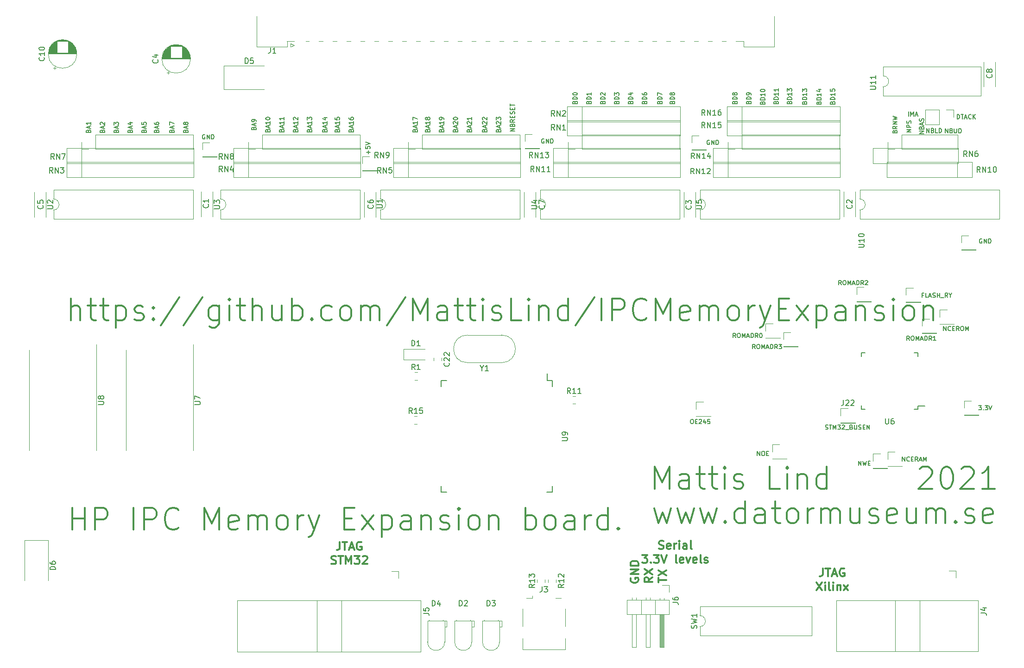
<source format=gbr>
G04 #@! TF.GenerationSoftware,KiCad,Pcbnew,5.0.2-bee76a0~70~ubuntu16.04.1*
G04 #@! TF.CreationDate,2022-01-03T19:19:42+01:00*
G04 #@! TF.ProjectId,IPCMemoryExpansionBoard,4950434d-656d-46f7-9279-457870616e73,rev?*
G04 #@! TF.SameCoordinates,Original*
G04 #@! TF.FileFunction,Legend,Top*
G04 #@! TF.FilePolarity,Positive*
%FSLAX46Y46*%
G04 Gerber Fmt 4.6, Leading zero omitted, Abs format (unit mm)*
G04 Created by KiCad (PCBNEW 5.0.2-bee76a0~70~ubuntu16.04.1) date mån  3 jan 2022 19:19:42*
%MOMM*%
%LPD*%
G01*
G04 APERTURE LIST*
%ADD10C,0.150000*%
%ADD11C,0.300000*%
%ADD12C,0.120000*%
%ADD13C,0.100000*%
G04 APERTURE END LIST*
D10*
X203168457Y-48469504D02*
X203168457Y-47669504D01*
X203358933Y-47669504D01*
X203473219Y-47707600D01*
X203549409Y-47783790D01*
X203587504Y-47859980D01*
X203625600Y-48012361D01*
X203625600Y-48126647D01*
X203587504Y-48279028D01*
X203549409Y-48355219D01*
X203473219Y-48431409D01*
X203358933Y-48469504D01*
X203168457Y-48469504D01*
X203854171Y-47669504D02*
X204311314Y-47669504D01*
X204082742Y-48469504D02*
X204082742Y-47669504D01*
X204539885Y-48240933D02*
X204920838Y-48240933D01*
X204463695Y-48469504D02*
X204730361Y-47669504D01*
X204997028Y-48469504D01*
X205720838Y-48393314D02*
X205682742Y-48431409D01*
X205568457Y-48469504D01*
X205492266Y-48469504D01*
X205377980Y-48431409D01*
X205301790Y-48355219D01*
X205263695Y-48279028D01*
X205225600Y-48126647D01*
X205225600Y-48012361D01*
X205263695Y-47859980D01*
X205301790Y-47783790D01*
X205377980Y-47707600D01*
X205492266Y-47669504D01*
X205568457Y-47669504D01*
X205682742Y-47707600D01*
X205720838Y-47745695D01*
X206063695Y-48469504D02*
X206063695Y-47669504D01*
X206520838Y-48469504D02*
X206177980Y-48012361D01*
X206520838Y-47669504D02*
X206063695Y-48126647D01*
X65684476Y-51416000D02*
X65608285Y-51377904D01*
X65494000Y-51377904D01*
X65379714Y-51416000D01*
X65303523Y-51492190D01*
X65265428Y-51568380D01*
X65227333Y-51720761D01*
X65227333Y-51835047D01*
X65265428Y-51987428D01*
X65303523Y-52063619D01*
X65379714Y-52139809D01*
X65494000Y-52177904D01*
X65570190Y-52177904D01*
X65684476Y-52139809D01*
X65722571Y-52101714D01*
X65722571Y-51835047D01*
X65570190Y-51835047D01*
X66065428Y-52177904D02*
X66065428Y-51377904D01*
X66522571Y-52177904D01*
X66522571Y-51377904D01*
X66903523Y-52177904D02*
X66903523Y-51377904D01*
X67094000Y-51377904D01*
X67208285Y-51416000D01*
X67284476Y-51492190D01*
X67322571Y-51568380D01*
X67360666Y-51720761D01*
X67360666Y-51835047D01*
X67322571Y-51987428D01*
X67284476Y-52063619D01*
X67208285Y-52139809D01*
X67094000Y-52177904D01*
X66903523Y-52177904D01*
X95561142Y-54876571D02*
X95561142Y-54267047D01*
X95865904Y-54571809D02*
X95256380Y-54571809D01*
X95065904Y-53505142D02*
X95065904Y-53886095D01*
X95446857Y-53924190D01*
X95408761Y-53886095D01*
X95370666Y-53809904D01*
X95370666Y-53619428D01*
X95408761Y-53543238D01*
X95446857Y-53505142D01*
X95523047Y-53467047D01*
X95713523Y-53467047D01*
X95789714Y-53505142D01*
X95827809Y-53543238D01*
X95865904Y-53619428D01*
X95865904Y-53809904D01*
X95827809Y-53886095D01*
X95789714Y-53924190D01*
X95065904Y-53238476D02*
X95865904Y-52971809D01*
X95065904Y-52705142D01*
X127660476Y-52178000D02*
X127584285Y-52139904D01*
X127470000Y-52139904D01*
X127355714Y-52178000D01*
X127279523Y-52254190D01*
X127241428Y-52330380D01*
X127203333Y-52482761D01*
X127203333Y-52597047D01*
X127241428Y-52749428D01*
X127279523Y-52825619D01*
X127355714Y-52901809D01*
X127470000Y-52939904D01*
X127546190Y-52939904D01*
X127660476Y-52901809D01*
X127698571Y-52863714D01*
X127698571Y-52597047D01*
X127546190Y-52597047D01*
X128041428Y-52939904D02*
X128041428Y-52139904D01*
X128498571Y-52939904D01*
X128498571Y-52139904D01*
X128879523Y-52939904D02*
X128879523Y-52139904D01*
X129070000Y-52139904D01*
X129184285Y-52178000D01*
X129260476Y-52254190D01*
X129298571Y-52330380D01*
X129336666Y-52482761D01*
X129336666Y-52597047D01*
X129298571Y-52749428D01*
X129260476Y-52825619D01*
X129184285Y-52901809D01*
X129070000Y-52939904D01*
X128879523Y-52939904D01*
X157886476Y-52432000D02*
X157810285Y-52393904D01*
X157696000Y-52393904D01*
X157581714Y-52432000D01*
X157505523Y-52508190D01*
X157467428Y-52584380D01*
X157429333Y-52736761D01*
X157429333Y-52851047D01*
X157467428Y-53003428D01*
X157505523Y-53079619D01*
X157581714Y-53155809D01*
X157696000Y-53193904D01*
X157772190Y-53193904D01*
X157886476Y-53155809D01*
X157924571Y-53117714D01*
X157924571Y-52851047D01*
X157772190Y-52851047D01*
X158267428Y-53193904D02*
X158267428Y-52393904D01*
X158724571Y-53193904D01*
X158724571Y-52393904D01*
X159105523Y-53193904D02*
X159105523Y-52393904D01*
X159296000Y-52393904D01*
X159410285Y-52432000D01*
X159486476Y-52508190D01*
X159524571Y-52584380D01*
X159562666Y-52736761D01*
X159562666Y-52851047D01*
X159524571Y-53003428D01*
X159486476Y-53079619D01*
X159410285Y-53155809D01*
X159296000Y-53193904D01*
X159105523Y-53193904D01*
X179095904Y-105225809D02*
X179210190Y-105263904D01*
X179400666Y-105263904D01*
X179476857Y-105225809D01*
X179514952Y-105187714D01*
X179553047Y-105111523D01*
X179553047Y-105035333D01*
X179514952Y-104959142D01*
X179476857Y-104921047D01*
X179400666Y-104882952D01*
X179248285Y-104844857D01*
X179172095Y-104806761D01*
X179134000Y-104768666D01*
X179095904Y-104692476D01*
X179095904Y-104616285D01*
X179134000Y-104540095D01*
X179172095Y-104502000D01*
X179248285Y-104463904D01*
X179438761Y-104463904D01*
X179553047Y-104502000D01*
X179781619Y-104463904D02*
X180238761Y-104463904D01*
X180010190Y-105263904D02*
X180010190Y-104463904D01*
X180505428Y-105263904D02*
X180505428Y-104463904D01*
X180772095Y-105035333D01*
X181038761Y-104463904D01*
X181038761Y-105263904D01*
X181343523Y-104463904D02*
X181838761Y-104463904D01*
X181572095Y-104768666D01*
X181686380Y-104768666D01*
X181762571Y-104806761D01*
X181800666Y-104844857D01*
X181838761Y-104921047D01*
X181838761Y-105111523D01*
X181800666Y-105187714D01*
X181762571Y-105225809D01*
X181686380Y-105263904D01*
X181457809Y-105263904D01*
X181381619Y-105225809D01*
X181343523Y-105187714D01*
X182143523Y-104540095D02*
X182181619Y-104502000D01*
X182257809Y-104463904D01*
X182448285Y-104463904D01*
X182524476Y-104502000D01*
X182562571Y-104540095D01*
X182600666Y-104616285D01*
X182600666Y-104692476D01*
X182562571Y-104806761D01*
X182105428Y-105263904D01*
X182600666Y-105263904D01*
X182753047Y-105340095D02*
X183362571Y-105340095D01*
X183819714Y-104844857D02*
X183934000Y-104882952D01*
X183972095Y-104921047D01*
X184010190Y-104997238D01*
X184010190Y-105111523D01*
X183972095Y-105187714D01*
X183934000Y-105225809D01*
X183857809Y-105263904D01*
X183553047Y-105263904D01*
X183553047Y-104463904D01*
X183819714Y-104463904D01*
X183895904Y-104502000D01*
X183934000Y-104540095D01*
X183972095Y-104616285D01*
X183972095Y-104692476D01*
X183934000Y-104768666D01*
X183895904Y-104806761D01*
X183819714Y-104844857D01*
X183553047Y-104844857D01*
X184353047Y-104463904D02*
X184353047Y-105111523D01*
X184391142Y-105187714D01*
X184429238Y-105225809D01*
X184505428Y-105263904D01*
X184657809Y-105263904D01*
X184734000Y-105225809D01*
X184772095Y-105187714D01*
X184810190Y-105111523D01*
X184810190Y-104463904D01*
X185153047Y-105225809D02*
X185267333Y-105263904D01*
X185457809Y-105263904D01*
X185534000Y-105225809D01*
X185572095Y-105187714D01*
X185610190Y-105111523D01*
X185610190Y-105035333D01*
X185572095Y-104959142D01*
X185534000Y-104921047D01*
X185457809Y-104882952D01*
X185305428Y-104844857D01*
X185229238Y-104806761D01*
X185191142Y-104768666D01*
X185153047Y-104692476D01*
X185153047Y-104616285D01*
X185191142Y-104540095D01*
X185229238Y-104502000D01*
X185305428Y-104463904D01*
X185495904Y-104463904D01*
X185610190Y-104502000D01*
X185953047Y-104844857D02*
X186219714Y-104844857D01*
X186334000Y-105263904D02*
X185953047Y-105263904D01*
X185953047Y-104463904D01*
X186334000Y-104463904D01*
X186676857Y-105263904D02*
X186676857Y-104463904D01*
X187134000Y-105263904D01*
X187134000Y-104463904D01*
X207099047Y-100907904D02*
X207594285Y-100907904D01*
X207327619Y-101212666D01*
X207441904Y-101212666D01*
X207518095Y-101250761D01*
X207556190Y-101288857D01*
X207594285Y-101365047D01*
X207594285Y-101555523D01*
X207556190Y-101631714D01*
X207518095Y-101669809D01*
X207441904Y-101707904D01*
X207213333Y-101707904D01*
X207137142Y-101669809D01*
X207099047Y-101631714D01*
X207937142Y-101631714D02*
X207975238Y-101669809D01*
X207937142Y-101707904D01*
X207899047Y-101669809D01*
X207937142Y-101631714D01*
X207937142Y-101707904D01*
X208241904Y-100907904D02*
X208737142Y-100907904D01*
X208470476Y-101212666D01*
X208584761Y-101212666D01*
X208660952Y-101250761D01*
X208699047Y-101288857D01*
X208737142Y-101365047D01*
X208737142Y-101555523D01*
X208699047Y-101631714D01*
X208660952Y-101669809D01*
X208584761Y-101707904D01*
X208356190Y-101707904D01*
X208280000Y-101669809D01*
X208241904Y-101631714D01*
X208965714Y-100907904D02*
X209232380Y-101707904D01*
X209499047Y-100907904D01*
X207670476Y-70466000D02*
X207594285Y-70427904D01*
X207480000Y-70427904D01*
X207365714Y-70466000D01*
X207289523Y-70542190D01*
X207251428Y-70618380D01*
X207213333Y-70770761D01*
X207213333Y-70885047D01*
X207251428Y-71037428D01*
X207289523Y-71113619D01*
X207365714Y-71189809D01*
X207480000Y-71227904D01*
X207556190Y-71227904D01*
X207670476Y-71189809D01*
X207708571Y-71151714D01*
X207708571Y-70885047D01*
X207556190Y-70885047D01*
X208051428Y-71227904D02*
X208051428Y-70427904D01*
X208508571Y-71227904D01*
X208508571Y-70427904D01*
X208889523Y-71227904D02*
X208889523Y-70427904D01*
X209080000Y-70427904D01*
X209194285Y-70466000D01*
X209270476Y-70542190D01*
X209308571Y-70618380D01*
X209346666Y-70770761D01*
X209346666Y-70885047D01*
X209308571Y-71037428D01*
X209270476Y-71113619D01*
X209194285Y-71189809D01*
X209080000Y-71227904D01*
X208889523Y-71227904D01*
X44392857Y-50704666D02*
X44430952Y-50590380D01*
X44469047Y-50552285D01*
X44545238Y-50514190D01*
X44659523Y-50514190D01*
X44735714Y-50552285D01*
X44773809Y-50590380D01*
X44811904Y-50666571D01*
X44811904Y-50971333D01*
X44011904Y-50971333D01*
X44011904Y-50704666D01*
X44050000Y-50628476D01*
X44088095Y-50590380D01*
X44164285Y-50552285D01*
X44240476Y-50552285D01*
X44316666Y-50590380D01*
X44354761Y-50628476D01*
X44392857Y-50704666D01*
X44392857Y-50971333D01*
X44583333Y-50209428D02*
X44583333Y-49828476D01*
X44811904Y-50285619D02*
X44011904Y-50018952D01*
X44811904Y-49752285D01*
X44811904Y-49066571D02*
X44811904Y-49523714D01*
X44811904Y-49295142D02*
X44011904Y-49295142D01*
X44126190Y-49371333D01*
X44202380Y-49447523D01*
X44240476Y-49523714D01*
X46932857Y-50704666D02*
X46970952Y-50590380D01*
X47009047Y-50552285D01*
X47085238Y-50514190D01*
X47199523Y-50514190D01*
X47275714Y-50552285D01*
X47313809Y-50590380D01*
X47351904Y-50666571D01*
X47351904Y-50971333D01*
X46551904Y-50971333D01*
X46551904Y-50704666D01*
X46590000Y-50628476D01*
X46628095Y-50590380D01*
X46704285Y-50552285D01*
X46780476Y-50552285D01*
X46856666Y-50590380D01*
X46894761Y-50628476D01*
X46932857Y-50704666D01*
X46932857Y-50971333D01*
X47123333Y-50209428D02*
X47123333Y-49828476D01*
X47351904Y-50285619D02*
X46551904Y-50018952D01*
X47351904Y-49752285D01*
X46628095Y-49523714D02*
X46590000Y-49485619D01*
X46551904Y-49409428D01*
X46551904Y-49218952D01*
X46590000Y-49142761D01*
X46628095Y-49104666D01*
X46704285Y-49066571D01*
X46780476Y-49066571D01*
X46894761Y-49104666D01*
X47351904Y-49561809D01*
X47351904Y-49066571D01*
X49472857Y-50704666D02*
X49510952Y-50590380D01*
X49549047Y-50552285D01*
X49625238Y-50514190D01*
X49739523Y-50514190D01*
X49815714Y-50552285D01*
X49853809Y-50590380D01*
X49891904Y-50666571D01*
X49891904Y-50971333D01*
X49091904Y-50971333D01*
X49091904Y-50704666D01*
X49130000Y-50628476D01*
X49168095Y-50590380D01*
X49244285Y-50552285D01*
X49320476Y-50552285D01*
X49396666Y-50590380D01*
X49434761Y-50628476D01*
X49472857Y-50704666D01*
X49472857Y-50971333D01*
X49663333Y-50209428D02*
X49663333Y-49828476D01*
X49891904Y-50285619D02*
X49091904Y-50018952D01*
X49891904Y-49752285D01*
X49091904Y-49561809D02*
X49091904Y-49066571D01*
X49396666Y-49333238D01*
X49396666Y-49218952D01*
X49434761Y-49142761D01*
X49472857Y-49104666D01*
X49549047Y-49066571D01*
X49739523Y-49066571D01*
X49815714Y-49104666D01*
X49853809Y-49142761D01*
X49891904Y-49218952D01*
X49891904Y-49447523D01*
X49853809Y-49523714D01*
X49815714Y-49561809D01*
X52012857Y-50704666D02*
X52050952Y-50590380D01*
X52089047Y-50552285D01*
X52165238Y-50514190D01*
X52279523Y-50514190D01*
X52355714Y-50552285D01*
X52393809Y-50590380D01*
X52431904Y-50666571D01*
X52431904Y-50971333D01*
X51631904Y-50971333D01*
X51631904Y-50704666D01*
X51670000Y-50628476D01*
X51708095Y-50590380D01*
X51784285Y-50552285D01*
X51860476Y-50552285D01*
X51936666Y-50590380D01*
X51974761Y-50628476D01*
X52012857Y-50704666D01*
X52012857Y-50971333D01*
X52203333Y-50209428D02*
X52203333Y-49828476D01*
X52431904Y-50285619D02*
X51631904Y-50018952D01*
X52431904Y-49752285D01*
X51898571Y-49142761D02*
X52431904Y-49142761D01*
X51593809Y-49333238D02*
X52165238Y-49523714D01*
X52165238Y-49028476D01*
X54552857Y-50704666D02*
X54590952Y-50590380D01*
X54629047Y-50552285D01*
X54705238Y-50514190D01*
X54819523Y-50514190D01*
X54895714Y-50552285D01*
X54933809Y-50590380D01*
X54971904Y-50666571D01*
X54971904Y-50971333D01*
X54171904Y-50971333D01*
X54171904Y-50704666D01*
X54210000Y-50628476D01*
X54248095Y-50590380D01*
X54324285Y-50552285D01*
X54400476Y-50552285D01*
X54476666Y-50590380D01*
X54514761Y-50628476D01*
X54552857Y-50704666D01*
X54552857Y-50971333D01*
X54743333Y-50209428D02*
X54743333Y-49828476D01*
X54971904Y-50285619D02*
X54171904Y-50018952D01*
X54971904Y-49752285D01*
X54171904Y-49104666D02*
X54171904Y-49485619D01*
X54552857Y-49523714D01*
X54514761Y-49485619D01*
X54476666Y-49409428D01*
X54476666Y-49218952D01*
X54514761Y-49142761D01*
X54552857Y-49104666D01*
X54629047Y-49066571D01*
X54819523Y-49066571D01*
X54895714Y-49104666D01*
X54933809Y-49142761D01*
X54971904Y-49218952D01*
X54971904Y-49409428D01*
X54933809Y-49485619D01*
X54895714Y-49523714D01*
X56838857Y-50704666D02*
X56876952Y-50590380D01*
X56915047Y-50552285D01*
X56991238Y-50514190D01*
X57105523Y-50514190D01*
X57181714Y-50552285D01*
X57219809Y-50590380D01*
X57257904Y-50666571D01*
X57257904Y-50971333D01*
X56457904Y-50971333D01*
X56457904Y-50704666D01*
X56496000Y-50628476D01*
X56534095Y-50590380D01*
X56610285Y-50552285D01*
X56686476Y-50552285D01*
X56762666Y-50590380D01*
X56800761Y-50628476D01*
X56838857Y-50704666D01*
X56838857Y-50971333D01*
X57029333Y-50209428D02*
X57029333Y-49828476D01*
X57257904Y-50285619D02*
X56457904Y-50018952D01*
X57257904Y-49752285D01*
X56457904Y-49142761D02*
X56457904Y-49295142D01*
X56496000Y-49371333D01*
X56534095Y-49409428D01*
X56648380Y-49485619D01*
X56800761Y-49523714D01*
X57105523Y-49523714D01*
X57181714Y-49485619D01*
X57219809Y-49447523D01*
X57257904Y-49371333D01*
X57257904Y-49218952D01*
X57219809Y-49142761D01*
X57181714Y-49104666D01*
X57105523Y-49066571D01*
X56915047Y-49066571D01*
X56838857Y-49104666D01*
X56800761Y-49142761D01*
X56762666Y-49218952D01*
X56762666Y-49371333D01*
X56800761Y-49447523D01*
X56838857Y-49485619D01*
X56915047Y-49523714D01*
X59632857Y-50704666D02*
X59670952Y-50590380D01*
X59709047Y-50552285D01*
X59785238Y-50514190D01*
X59899523Y-50514190D01*
X59975714Y-50552285D01*
X60013809Y-50590380D01*
X60051904Y-50666571D01*
X60051904Y-50971333D01*
X59251904Y-50971333D01*
X59251904Y-50704666D01*
X59290000Y-50628476D01*
X59328095Y-50590380D01*
X59404285Y-50552285D01*
X59480476Y-50552285D01*
X59556666Y-50590380D01*
X59594761Y-50628476D01*
X59632857Y-50704666D01*
X59632857Y-50971333D01*
X59823333Y-50209428D02*
X59823333Y-49828476D01*
X60051904Y-50285619D02*
X59251904Y-50018952D01*
X60051904Y-49752285D01*
X59251904Y-49561809D02*
X59251904Y-49028476D01*
X60051904Y-49371333D01*
X62172857Y-50704666D02*
X62210952Y-50590380D01*
X62249047Y-50552285D01*
X62325238Y-50514190D01*
X62439523Y-50514190D01*
X62515714Y-50552285D01*
X62553809Y-50590380D01*
X62591904Y-50666571D01*
X62591904Y-50971333D01*
X61791904Y-50971333D01*
X61791904Y-50704666D01*
X61830000Y-50628476D01*
X61868095Y-50590380D01*
X61944285Y-50552285D01*
X62020476Y-50552285D01*
X62096666Y-50590380D01*
X62134761Y-50628476D01*
X62172857Y-50704666D01*
X62172857Y-50971333D01*
X62363333Y-50209428D02*
X62363333Y-49828476D01*
X62591904Y-50285619D02*
X61791904Y-50018952D01*
X62591904Y-49752285D01*
X62134761Y-49371333D02*
X62096666Y-49447523D01*
X62058571Y-49485619D01*
X61982380Y-49523714D01*
X61944285Y-49523714D01*
X61868095Y-49485619D01*
X61830000Y-49447523D01*
X61791904Y-49371333D01*
X61791904Y-49218952D01*
X61830000Y-49142761D01*
X61868095Y-49104666D01*
X61944285Y-49066571D01*
X61982380Y-49066571D01*
X62058571Y-49104666D01*
X62096666Y-49142761D01*
X62134761Y-49218952D01*
X62134761Y-49371333D01*
X62172857Y-49447523D01*
X62210952Y-49485619D01*
X62287142Y-49523714D01*
X62439523Y-49523714D01*
X62515714Y-49485619D01*
X62553809Y-49447523D01*
X62591904Y-49371333D01*
X62591904Y-49218952D01*
X62553809Y-49142761D01*
X62515714Y-49104666D01*
X62439523Y-49066571D01*
X62287142Y-49066571D01*
X62210952Y-49104666D01*
X62172857Y-49142761D01*
X62134761Y-49218952D01*
X74618857Y-50196666D02*
X74656952Y-50082380D01*
X74695047Y-50044285D01*
X74771238Y-50006190D01*
X74885523Y-50006190D01*
X74961714Y-50044285D01*
X74999809Y-50082380D01*
X75037904Y-50158571D01*
X75037904Y-50463333D01*
X74237904Y-50463333D01*
X74237904Y-50196666D01*
X74276000Y-50120476D01*
X74314095Y-50082380D01*
X74390285Y-50044285D01*
X74466476Y-50044285D01*
X74542666Y-50082380D01*
X74580761Y-50120476D01*
X74618857Y-50196666D01*
X74618857Y-50463333D01*
X74809333Y-49701428D02*
X74809333Y-49320476D01*
X75037904Y-49777619D02*
X74237904Y-49510952D01*
X75037904Y-49244285D01*
X75037904Y-48939523D02*
X75037904Y-48787142D01*
X74999809Y-48710952D01*
X74961714Y-48672857D01*
X74847428Y-48596666D01*
X74695047Y-48558571D01*
X74390285Y-48558571D01*
X74314095Y-48596666D01*
X74276000Y-48634761D01*
X74237904Y-48710952D01*
X74237904Y-48863333D01*
X74276000Y-48939523D01*
X74314095Y-48977619D01*
X74390285Y-49015714D01*
X74580761Y-49015714D01*
X74656952Y-48977619D01*
X74695047Y-48939523D01*
X74733142Y-48863333D01*
X74733142Y-48710952D01*
X74695047Y-48634761D01*
X74656952Y-48596666D01*
X74580761Y-48558571D01*
X77158857Y-50577619D02*
X77196952Y-50463333D01*
X77235047Y-50425238D01*
X77311238Y-50387142D01*
X77425523Y-50387142D01*
X77501714Y-50425238D01*
X77539809Y-50463333D01*
X77577904Y-50539523D01*
X77577904Y-50844285D01*
X76777904Y-50844285D01*
X76777904Y-50577619D01*
X76816000Y-50501428D01*
X76854095Y-50463333D01*
X76930285Y-50425238D01*
X77006476Y-50425238D01*
X77082666Y-50463333D01*
X77120761Y-50501428D01*
X77158857Y-50577619D01*
X77158857Y-50844285D01*
X77349333Y-50082380D02*
X77349333Y-49701428D01*
X77577904Y-50158571D02*
X76777904Y-49891904D01*
X77577904Y-49625238D01*
X77577904Y-48939523D02*
X77577904Y-49396666D01*
X77577904Y-49168095D02*
X76777904Y-49168095D01*
X76892190Y-49244285D01*
X76968380Y-49320476D01*
X77006476Y-49396666D01*
X76777904Y-48444285D02*
X76777904Y-48368095D01*
X76816000Y-48291904D01*
X76854095Y-48253809D01*
X76930285Y-48215714D01*
X77082666Y-48177619D01*
X77273142Y-48177619D01*
X77425523Y-48215714D01*
X77501714Y-48253809D01*
X77539809Y-48291904D01*
X77577904Y-48368095D01*
X77577904Y-48444285D01*
X77539809Y-48520476D01*
X77501714Y-48558571D01*
X77425523Y-48596666D01*
X77273142Y-48634761D01*
X77082666Y-48634761D01*
X76930285Y-48596666D01*
X76854095Y-48558571D01*
X76816000Y-48520476D01*
X76777904Y-48444285D01*
X79698857Y-50577619D02*
X79736952Y-50463333D01*
X79775047Y-50425238D01*
X79851238Y-50387142D01*
X79965523Y-50387142D01*
X80041714Y-50425238D01*
X80079809Y-50463333D01*
X80117904Y-50539523D01*
X80117904Y-50844285D01*
X79317904Y-50844285D01*
X79317904Y-50577619D01*
X79356000Y-50501428D01*
X79394095Y-50463333D01*
X79470285Y-50425238D01*
X79546476Y-50425238D01*
X79622666Y-50463333D01*
X79660761Y-50501428D01*
X79698857Y-50577619D01*
X79698857Y-50844285D01*
X79889333Y-50082380D02*
X79889333Y-49701428D01*
X80117904Y-50158571D02*
X79317904Y-49891904D01*
X80117904Y-49625238D01*
X80117904Y-48939523D02*
X80117904Y-49396666D01*
X80117904Y-49168095D02*
X79317904Y-49168095D01*
X79432190Y-49244285D01*
X79508380Y-49320476D01*
X79546476Y-49396666D01*
X80117904Y-48177619D02*
X80117904Y-48634761D01*
X80117904Y-48406190D02*
X79317904Y-48406190D01*
X79432190Y-48482380D01*
X79508380Y-48558571D01*
X79546476Y-48634761D01*
X82238857Y-50577619D02*
X82276952Y-50463333D01*
X82315047Y-50425238D01*
X82391238Y-50387142D01*
X82505523Y-50387142D01*
X82581714Y-50425238D01*
X82619809Y-50463333D01*
X82657904Y-50539523D01*
X82657904Y-50844285D01*
X81857904Y-50844285D01*
X81857904Y-50577619D01*
X81896000Y-50501428D01*
X81934095Y-50463333D01*
X82010285Y-50425238D01*
X82086476Y-50425238D01*
X82162666Y-50463333D01*
X82200761Y-50501428D01*
X82238857Y-50577619D01*
X82238857Y-50844285D01*
X82429333Y-50082380D02*
X82429333Y-49701428D01*
X82657904Y-50158571D02*
X81857904Y-49891904D01*
X82657904Y-49625238D01*
X82657904Y-48939523D02*
X82657904Y-49396666D01*
X82657904Y-49168095D02*
X81857904Y-49168095D01*
X81972190Y-49244285D01*
X82048380Y-49320476D01*
X82086476Y-49396666D01*
X81934095Y-48634761D02*
X81896000Y-48596666D01*
X81857904Y-48520476D01*
X81857904Y-48330000D01*
X81896000Y-48253809D01*
X81934095Y-48215714D01*
X82010285Y-48177619D01*
X82086476Y-48177619D01*
X82200761Y-48215714D01*
X82657904Y-48672857D01*
X82657904Y-48177619D01*
X84778857Y-50577619D02*
X84816952Y-50463333D01*
X84855047Y-50425238D01*
X84931238Y-50387142D01*
X85045523Y-50387142D01*
X85121714Y-50425238D01*
X85159809Y-50463333D01*
X85197904Y-50539523D01*
X85197904Y-50844285D01*
X84397904Y-50844285D01*
X84397904Y-50577619D01*
X84436000Y-50501428D01*
X84474095Y-50463333D01*
X84550285Y-50425238D01*
X84626476Y-50425238D01*
X84702666Y-50463333D01*
X84740761Y-50501428D01*
X84778857Y-50577619D01*
X84778857Y-50844285D01*
X84969333Y-50082380D02*
X84969333Y-49701428D01*
X85197904Y-50158571D02*
X84397904Y-49891904D01*
X85197904Y-49625238D01*
X85197904Y-48939523D02*
X85197904Y-49396666D01*
X85197904Y-49168095D02*
X84397904Y-49168095D01*
X84512190Y-49244285D01*
X84588380Y-49320476D01*
X84626476Y-49396666D01*
X84397904Y-48672857D02*
X84397904Y-48177619D01*
X84702666Y-48444285D01*
X84702666Y-48330000D01*
X84740761Y-48253809D01*
X84778857Y-48215714D01*
X84855047Y-48177619D01*
X85045523Y-48177619D01*
X85121714Y-48215714D01*
X85159809Y-48253809D01*
X85197904Y-48330000D01*
X85197904Y-48558571D01*
X85159809Y-48634761D01*
X85121714Y-48672857D01*
X89858857Y-50577619D02*
X89896952Y-50463333D01*
X89935047Y-50425238D01*
X90011238Y-50387142D01*
X90125523Y-50387142D01*
X90201714Y-50425238D01*
X90239809Y-50463333D01*
X90277904Y-50539523D01*
X90277904Y-50844285D01*
X89477904Y-50844285D01*
X89477904Y-50577619D01*
X89516000Y-50501428D01*
X89554095Y-50463333D01*
X89630285Y-50425238D01*
X89706476Y-50425238D01*
X89782666Y-50463333D01*
X89820761Y-50501428D01*
X89858857Y-50577619D01*
X89858857Y-50844285D01*
X90049333Y-50082380D02*
X90049333Y-49701428D01*
X90277904Y-50158571D02*
X89477904Y-49891904D01*
X90277904Y-49625238D01*
X90277904Y-48939523D02*
X90277904Y-49396666D01*
X90277904Y-49168095D02*
X89477904Y-49168095D01*
X89592190Y-49244285D01*
X89668380Y-49320476D01*
X89706476Y-49396666D01*
X89477904Y-48215714D02*
X89477904Y-48596666D01*
X89858857Y-48634761D01*
X89820761Y-48596666D01*
X89782666Y-48520476D01*
X89782666Y-48330000D01*
X89820761Y-48253809D01*
X89858857Y-48215714D01*
X89935047Y-48177619D01*
X90125523Y-48177619D01*
X90201714Y-48215714D01*
X90239809Y-48253809D01*
X90277904Y-48330000D01*
X90277904Y-48520476D01*
X90239809Y-48596666D01*
X90201714Y-48634761D01*
X87572857Y-50577619D02*
X87610952Y-50463333D01*
X87649047Y-50425238D01*
X87725238Y-50387142D01*
X87839523Y-50387142D01*
X87915714Y-50425238D01*
X87953809Y-50463333D01*
X87991904Y-50539523D01*
X87991904Y-50844285D01*
X87191904Y-50844285D01*
X87191904Y-50577619D01*
X87230000Y-50501428D01*
X87268095Y-50463333D01*
X87344285Y-50425238D01*
X87420476Y-50425238D01*
X87496666Y-50463333D01*
X87534761Y-50501428D01*
X87572857Y-50577619D01*
X87572857Y-50844285D01*
X87763333Y-50082380D02*
X87763333Y-49701428D01*
X87991904Y-50158571D02*
X87191904Y-49891904D01*
X87991904Y-49625238D01*
X87991904Y-48939523D02*
X87991904Y-49396666D01*
X87991904Y-49168095D02*
X87191904Y-49168095D01*
X87306190Y-49244285D01*
X87382380Y-49320476D01*
X87420476Y-49396666D01*
X87458571Y-48253809D02*
X87991904Y-48253809D01*
X87153809Y-48444285D02*
X87725238Y-48634761D01*
X87725238Y-48139523D01*
X92398857Y-50577619D02*
X92436952Y-50463333D01*
X92475047Y-50425238D01*
X92551238Y-50387142D01*
X92665523Y-50387142D01*
X92741714Y-50425238D01*
X92779809Y-50463333D01*
X92817904Y-50539523D01*
X92817904Y-50844285D01*
X92017904Y-50844285D01*
X92017904Y-50577619D01*
X92056000Y-50501428D01*
X92094095Y-50463333D01*
X92170285Y-50425238D01*
X92246476Y-50425238D01*
X92322666Y-50463333D01*
X92360761Y-50501428D01*
X92398857Y-50577619D01*
X92398857Y-50844285D01*
X92589333Y-50082380D02*
X92589333Y-49701428D01*
X92817904Y-50158571D02*
X92017904Y-49891904D01*
X92817904Y-49625238D01*
X92817904Y-48939523D02*
X92817904Y-49396666D01*
X92817904Y-49168095D02*
X92017904Y-49168095D01*
X92132190Y-49244285D01*
X92208380Y-49320476D01*
X92246476Y-49396666D01*
X92017904Y-48253809D02*
X92017904Y-48406190D01*
X92056000Y-48482380D01*
X92094095Y-48520476D01*
X92208380Y-48596666D01*
X92360761Y-48634761D01*
X92665523Y-48634761D01*
X92741714Y-48596666D01*
X92779809Y-48558571D01*
X92817904Y-48482380D01*
X92817904Y-48330000D01*
X92779809Y-48253809D01*
X92741714Y-48215714D01*
X92665523Y-48177619D01*
X92475047Y-48177619D01*
X92398857Y-48215714D01*
X92360761Y-48253809D01*
X92322666Y-48330000D01*
X92322666Y-48482380D01*
X92360761Y-48558571D01*
X92398857Y-48596666D01*
X92475047Y-48634761D01*
X104082857Y-50577619D02*
X104120952Y-50463333D01*
X104159047Y-50425238D01*
X104235238Y-50387142D01*
X104349523Y-50387142D01*
X104425714Y-50425238D01*
X104463809Y-50463333D01*
X104501904Y-50539523D01*
X104501904Y-50844285D01*
X103701904Y-50844285D01*
X103701904Y-50577619D01*
X103740000Y-50501428D01*
X103778095Y-50463333D01*
X103854285Y-50425238D01*
X103930476Y-50425238D01*
X104006666Y-50463333D01*
X104044761Y-50501428D01*
X104082857Y-50577619D01*
X104082857Y-50844285D01*
X104273333Y-50082380D02*
X104273333Y-49701428D01*
X104501904Y-50158571D02*
X103701904Y-49891904D01*
X104501904Y-49625238D01*
X104501904Y-48939523D02*
X104501904Y-49396666D01*
X104501904Y-49168095D02*
X103701904Y-49168095D01*
X103816190Y-49244285D01*
X103892380Y-49320476D01*
X103930476Y-49396666D01*
X103701904Y-48672857D02*
X103701904Y-48139523D01*
X104501904Y-48482380D01*
X106368857Y-50577619D02*
X106406952Y-50463333D01*
X106445047Y-50425238D01*
X106521238Y-50387142D01*
X106635523Y-50387142D01*
X106711714Y-50425238D01*
X106749809Y-50463333D01*
X106787904Y-50539523D01*
X106787904Y-50844285D01*
X105987904Y-50844285D01*
X105987904Y-50577619D01*
X106026000Y-50501428D01*
X106064095Y-50463333D01*
X106140285Y-50425238D01*
X106216476Y-50425238D01*
X106292666Y-50463333D01*
X106330761Y-50501428D01*
X106368857Y-50577619D01*
X106368857Y-50844285D01*
X106559333Y-50082380D02*
X106559333Y-49701428D01*
X106787904Y-50158571D02*
X105987904Y-49891904D01*
X106787904Y-49625238D01*
X106787904Y-48939523D02*
X106787904Y-49396666D01*
X106787904Y-49168095D02*
X105987904Y-49168095D01*
X106102190Y-49244285D01*
X106178380Y-49320476D01*
X106216476Y-49396666D01*
X106330761Y-48482380D02*
X106292666Y-48558571D01*
X106254571Y-48596666D01*
X106178380Y-48634761D01*
X106140285Y-48634761D01*
X106064095Y-48596666D01*
X106026000Y-48558571D01*
X105987904Y-48482380D01*
X105987904Y-48330000D01*
X106026000Y-48253809D01*
X106064095Y-48215714D01*
X106140285Y-48177619D01*
X106178380Y-48177619D01*
X106254571Y-48215714D01*
X106292666Y-48253809D01*
X106330761Y-48330000D01*
X106330761Y-48482380D01*
X106368857Y-48558571D01*
X106406952Y-48596666D01*
X106483142Y-48634761D01*
X106635523Y-48634761D01*
X106711714Y-48596666D01*
X106749809Y-48558571D01*
X106787904Y-48482380D01*
X106787904Y-48330000D01*
X106749809Y-48253809D01*
X106711714Y-48215714D01*
X106635523Y-48177619D01*
X106483142Y-48177619D01*
X106406952Y-48215714D01*
X106368857Y-48253809D01*
X106330761Y-48330000D01*
X108908857Y-50577619D02*
X108946952Y-50463333D01*
X108985047Y-50425238D01*
X109061238Y-50387142D01*
X109175523Y-50387142D01*
X109251714Y-50425238D01*
X109289809Y-50463333D01*
X109327904Y-50539523D01*
X109327904Y-50844285D01*
X108527904Y-50844285D01*
X108527904Y-50577619D01*
X108566000Y-50501428D01*
X108604095Y-50463333D01*
X108680285Y-50425238D01*
X108756476Y-50425238D01*
X108832666Y-50463333D01*
X108870761Y-50501428D01*
X108908857Y-50577619D01*
X108908857Y-50844285D01*
X109099333Y-50082380D02*
X109099333Y-49701428D01*
X109327904Y-50158571D02*
X108527904Y-49891904D01*
X109327904Y-49625238D01*
X109327904Y-48939523D02*
X109327904Y-49396666D01*
X109327904Y-49168095D02*
X108527904Y-49168095D01*
X108642190Y-49244285D01*
X108718380Y-49320476D01*
X108756476Y-49396666D01*
X109327904Y-48558571D02*
X109327904Y-48406190D01*
X109289809Y-48330000D01*
X109251714Y-48291904D01*
X109137428Y-48215714D01*
X108985047Y-48177619D01*
X108680285Y-48177619D01*
X108604095Y-48215714D01*
X108566000Y-48253809D01*
X108527904Y-48330000D01*
X108527904Y-48482380D01*
X108566000Y-48558571D01*
X108604095Y-48596666D01*
X108680285Y-48634761D01*
X108870761Y-48634761D01*
X108946952Y-48596666D01*
X108985047Y-48558571D01*
X109023142Y-48482380D01*
X109023142Y-48330000D01*
X108985047Y-48253809D01*
X108946952Y-48215714D01*
X108870761Y-48177619D01*
X111448857Y-50577619D02*
X111486952Y-50463333D01*
X111525047Y-50425238D01*
X111601238Y-50387142D01*
X111715523Y-50387142D01*
X111791714Y-50425238D01*
X111829809Y-50463333D01*
X111867904Y-50539523D01*
X111867904Y-50844285D01*
X111067904Y-50844285D01*
X111067904Y-50577619D01*
X111106000Y-50501428D01*
X111144095Y-50463333D01*
X111220285Y-50425238D01*
X111296476Y-50425238D01*
X111372666Y-50463333D01*
X111410761Y-50501428D01*
X111448857Y-50577619D01*
X111448857Y-50844285D01*
X111639333Y-50082380D02*
X111639333Y-49701428D01*
X111867904Y-50158571D02*
X111067904Y-49891904D01*
X111867904Y-49625238D01*
X111144095Y-49396666D02*
X111106000Y-49358571D01*
X111067904Y-49282380D01*
X111067904Y-49091904D01*
X111106000Y-49015714D01*
X111144095Y-48977619D01*
X111220285Y-48939523D01*
X111296476Y-48939523D01*
X111410761Y-48977619D01*
X111867904Y-49434761D01*
X111867904Y-48939523D01*
X111067904Y-48444285D02*
X111067904Y-48368095D01*
X111106000Y-48291904D01*
X111144095Y-48253809D01*
X111220285Y-48215714D01*
X111372666Y-48177619D01*
X111563142Y-48177619D01*
X111715523Y-48215714D01*
X111791714Y-48253809D01*
X111829809Y-48291904D01*
X111867904Y-48368095D01*
X111867904Y-48444285D01*
X111829809Y-48520476D01*
X111791714Y-48558571D01*
X111715523Y-48596666D01*
X111563142Y-48634761D01*
X111372666Y-48634761D01*
X111220285Y-48596666D01*
X111144095Y-48558571D01*
X111106000Y-48520476D01*
X111067904Y-48444285D01*
X113988857Y-50577619D02*
X114026952Y-50463333D01*
X114065047Y-50425238D01*
X114141238Y-50387142D01*
X114255523Y-50387142D01*
X114331714Y-50425238D01*
X114369809Y-50463333D01*
X114407904Y-50539523D01*
X114407904Y-50844285D01*
X113607904Y-50844285D01*
X113607904Y-50577619D01*
X113646000Y-50501428D01*
X113684095Y-50463333D01*
X113760285Y-50425238D01*
X113836476Y-50425238D01*
X113912666Y-50463333D01*
X113950761Y-50501428D01*
X113988857Y-50577619D01*
X113988857Y-50844285D01*
X114179333Y-50082380D02*
X114179333Y-49701428D01*
X114407904Y-50158571D02*
X113607904Y-49891904D01*
X114407904Y-49625238D01*
X113684095Y-49396666D02*
X113646000Y-49358571D01*
X113607904Y-49282380D01*
X113607904Y-49091904D01*
X113646000Y-49015714D01*
X113684095Y-48977619D01*
X113760285Y-48939523D01*
X113836476Y-48939523D01*
X113950761Y-48977619D01*
X114407904Y-49434761D01*
X114407904Y-48939523D01*
X114407904Y-48177619D02*
X114407904Y-48634761D01*
X114407904Y-48406190D02*
X113607904Y-48406190D01*
X113722190Y-48482380D01*
X113798380Y-48558571D01*
X113836476Y-48634761D01*
X116782857Y-50577619D02*
X116820952Y-50463333D01*
X116859047Y-50425238D01*
X116935238Y-50387142D01*
X117049523Y-50387142D01*
X117125714Y-50425238D01*
X117163809Y-50463333D01*
X117201904Y-50539523D01*
X117201904Y-50844285D01*
X116401904Y-50844285D01*
X116401904Y-50577619D01*
X116440000Y-50501428D01*
X116478095Y-50463333D01*
X116554285Y-50425238D01*
X116630476Y-50425238D01*
X116706666Y-50463333D01*
X116744761Y-50501428D01*
X116782857Y-50577619D01*
X116782857Y-50844285D01*
X116973333Y-50082380D02*
X116973333Y-49701428D01*
X117201904Y-50158571D02*
X116401904Y-49891904D01*
X117201904Y-49625238D01*
X116478095Y-49396666D02*
X116440000Y-49358571D01*
X116401904Y-49282380D01*
X116401904Y-49091904D01*
X116440000Y-49015714D01*
X116478095Y-48977619D01*
X116554285Y-48939523D01*
X116630476Y-48939523D01*
X116744761Y-48977619D01*
X117201904Y-49434761D01*
X117201904Y-48939523D01*
X116478095Y-48634761D02*
X116440000Y-48596666D01*
X116401904Y-48520476D01*
X116401904Y-48330000D01*
X116440000Y-48253809D01*
X116478095Y-48215714D01*
X116554285Y-48177619D01*
X116630476Y-48177619D01*
X116744761Y-48215714D01*
X117201904Y-48672857D01*
X117201904Y-48177619D01*
X119322857Y-50577619D02*
X119360952Y-50463333D01*
X119399047Y-50425238D01*
X119475238Y-50387142D01*
X119589523Y-50387142D01*
X119665714Y-50425238D01*
X119703809Y-50463333D01*
X119741904Y-50539523D01*
X119741904Y-50844285D01*
X118941904Y-50844285D01*
X118941904Y-50577619D01*
X118980000Y-50501428D01*
X119018095Y-50463333D01*
X119094285Y-50425238D01*
X119170476Y-50425238D01*
X119246666Y-50463333D01*
X119284761Y-50501428D01*
X119322857Y-50577619D01*
X119322857Y-50844285D01*
X119513333Y-50082380D02*
X119513333Y-49701428D01*
X119741904Y-50158571D02*
X118941904Y-49891904D01*
X119741904Y-49625238D01*
X119018095Y-49396666D02*
X118980000Y-49358571D01*
X118941904Y-49282380D01*
X118941904Y-49091904D01*
X118980000Y-49015714D01*
X119018095Y-48977619D01*
X119094285Y-48939523D01*
X119170476Y-48939523D01*
X119284761Y-48977619D01*
X119741904Y-49434761D01*
X119741904Y-48939523D01*
X118941904Y-48672857D02*
X118941904Y-48177619D01*
X119246666Y-48444285D01*
X119246666Y-48330000D01*
X119284761Y-48253809D01*
X119322857Y-48215714D01*
X119399047Y-48177619D01*
X119589523Y-48177619D01*
X119665714Y-48215714D01*
X119703809Y-48253809D01*
X119741904Y-48330000D01*
X119741904Y-48558571D01*
X119703809Y-48634761D01*
X119665714Y-48672857D01*
X122281904Y-50698095D02*
X121481904Y-50698095D01*
X122281904Y-50240952D01*
X121481904Y-50240952D01*
X121862857Y-49593333D02*
X121900952Y-49479047D01*
X121939047Y-49440952D01*
X122015238Y-49402857D01*
X122129523Y-49402857D01*
X122205714Y-49440952D01*
X122243809Y-49479047D01*
X122281904Y-49555238D01*
X122281904Y-49860000D01*
X121481904Y-49860000D01*
X121481904Y-49593333D01*
X121520000Y-49517142D01*
X121558095Y-49479047D01*
X121634285Y-49440952D01*
X121710476Y-49440952D01*
X121786666Y-49479047D01*
X121824761Y-49517142D01*
X121862857Y-49593333D01*
X121862857Y-49860000D01*
X122281904Y-48602857D02*
X121900952Y-48869523D01*
X122281904Y-49060000D02*
X121481904Y-49060000D01*
X121481904Y-48755238D01*
X121520000Y-48679047D01*
X121558095Y-48640952D01*
X121634285Y-48602857D01*
X121748571Y-48602857D01*
X121824761Y-48640952D01*
X121862857Y-48679047D01*
X121900952Y-48755238D01*
X121900952Y-49060000D01*
X121862857Y-48260000D02*
X121862857Y-47993333D01*
X122281904Y-47879047D02*
X122281904Y-48260000D01*
X121481904Y-48260000D01*
X121481904Y-47879047D01*
X122243809Y-47574285D02*
X122281904Y-47460000D01*
X122281904Y-47269523D01*
X122243809Y-47193333D01*
X122205714Y-47155238D01*
X122129523Y-47117142D01*
X122053333Y-47117142D01*
X121977142Y-47155238D01*
X121939047Y-47193333D01*
X121900952Y-47269523D01*
X121862857Y-47421904D01*
X121824761Y-47498095D01*
X121786666Y-47536190D01*
X121710476Y-47574285D01*
X121634285Y-47574285D01*
X121558095Y-47536190D01*
X121520000Y-47498095D01*
X121481904Y-47421904D01*
X121481904Y-47231428D01*
X121520000Y-47117142D01*
X121862857Y-46774285D02*
X121862857Y-46507619D01*
X122281904Y-46393333D02*
X122281904Y-46774285D01*
X121481904Y-46774285D01*
X121481904Y-46393333D01*
X121481904Y-46164761D02*
X121481904Y-45707619D01*
X122281904Y-45936190D02*
X121481904Y-45936190D01*
X181997619Y-78847904D02*
X181730952Y-78466952D01*
X181540476Y-78847904D02*
X181540476Y-78047904D01*
X181845238Y-78047904D01*
X181921428Y-78086000D01*
X181959523Y-78124095D01*
X181997619Y-78200285D01*
X181997619Y-78314571D01*
X181959523Y-78390761D01*
X181921428Y-78428857D01*
X181845238Y-78466952D01*
X181540476Y-78466952D01*
X182492857Y-78047904D02*
X182645238Y-78047904D01*
X182721428Y-78086000D01*
X182797619Y-78162190D01*
X182835714Y-78314571D01*
X182835714Y-78581238D01*
X182797619Y-78733619D01*
X182721428Y-78809809D01*
X182645238Y-78847904D01*
X182492857Y-78847904D01*
X182416666Y-78809809D01*
X182340476Y-78733619D01*
X182302380Y-78581238D01*
X182302380Y-78314571D01*
X182340476Y-78162190D01*
X182416666Y-78086000D01*
X182492857Y-78047904D01*
X183178571Y-78847904D02*
X183178571Y-78047904D01*
X183445238Y-78619333D01*
X183711904Y-78047904D01*
X183711904Y-78847904D01*
X184054761Y-78619333D02*
X184435714Y-78619333D01*
X183978571Y-78847904D02*
X184245238Y-78047904D01*
X184511904Y-78847904D01*
X184778571Y-78847904D02*
X184778571Y-78047904D01*
X184969047Y-78047904D01*
X185083333Y-78086000D01*
X185159523Y-78162190D01*
X185197619Y-78238380D01*
X185235714Y-78390761D01*
X185235714Y-78505047D01*
X185197619Y-78657428D01*
X185159523Y-78733619D01*
X185083333Y-78809809D01*
X184969047Y-78847904D01*
X184778571Y-78847904D01*
X186035714Y-78847904D02*
X185769047Y-78466952D01*
X185578571Y-78847904D02*
X185578571Y-78047904D01*
X185883333Y-78047904D01*
X185959523Y-78086000D01*
X185997619Y-78124095D01*
X186035714Y-78200285D01*
X186035714Y-78314571D01*
X185997619Y-78390761D01*
X185959523Y-78428857D01*
X185883333Y-78466952D01*
X185578571Y-78466952D01*
X186340476Y-78124095D02*
X186378571Y-78086000D01*
X186454761Y-78047904D01*
X186645238Y-78047904D01*
X186721428Y-78086000D01*
X186759523Y-78124095D01*
X186797619Y-78200285D01*
X186797619Y-78276476D01*
X186759523Y-78390761D01*
X186302380Y-78847904D01*
X186797619Y-78847904D01*
X196990000Y-80714857D02*
X196723333Y-80714857D01*
X196723333Y-81133904D02*
X196723333Y-80333904D01*
X197104285Y-80333904D01*
X197790000Y-81133904D02*
X197409047Y-81133904D01*
X197409047Y-80333904D01*
X198018571Y-80905333D02*
X198399523Y-80905333D01*
X197942380Y-81133904D02*
X198209047Y-80333904D01*
X198475714Y-81133904D01*
X198704285Y-81095809D02*
X198818571Y-81133904D01*
X199009047Y-81133904D01*
X199085238Y-81095809D01*
X199123333Y-81057714D01*
X199161428Y-80981523D01*
X199161428Y-80905333D01*
X199123333Y-80829142D01*
X199085238Y-80791047D01*
X199009047Y-80752952D01*
X198856666Y-80714857D01*
X198780476Y-80676761D01*
X198742380Y-80638666D01*
X198704285Y-80562476D01*
X198704285Y-80486285D01*
X198742380Y-80410095D01*
X198780476Y-80372000D01*
X198856666Y-80333904D01*
X199047142Y-80333904D01*
X199161428Y-80372000D01*
X199504285Y-81133904D02*
X199504285Y-80333904D01*
X199504285Y-80714857D02*
X199961428Y-80714857D01*
X199961428Y-81133904D02*
X199961428Y-80333904D01*
X200151904Y-81210095D02*
X200761428Y-81210095D01*
X201409047Y-81133904D02*
X201142380Y-80752952D01*
X200951904Y-81133904D02*
X200951904Y-80333904D01*
X201256666Y-80333904D01*
X201332857Y-80372000D01*
X201370952Y-80410095D01*
X201409047Y-80486285D01*
X201409047Y-80600571D01*
X201370952Y-80676761D01*
X201332857Y-80714857D01*
X201256666Y-80752952D01*
X200951904Y-80752952D01*
X201904285Y-80752952D02*
X201904285Y-81133904D01*
X201637619Y-80333904D02*
X201904285Y-80752952D01*
X202170952Y-80333904D01*
X194443619Y-89007904D02*
X194176952Y-88626952D01*
X193986476Y-89007904D02*
X193986476Y-88207904D01*
X194291238Y-88207904D01*
X194367428Y-88246000D01*
X194405523Y-88284095D01*
X194443619Y-88360285D01*
X194443619Y-88474571D01*
X194405523Y-88550761D01*
X194367428Y-88588857D01*
X194291238Y-88626952D01*
X193986476Y-88626952D01*
X194938857Y-88207904D02*
X195091238Y-88207904D01*
X195167428Y-88246000D01*
X195243619Y-88322190D01*
X195281714Y-88474571D01*
X195281714Y-88741238D01*
X195243619Y-88893619D01*
X195167428Y-88969809D01*
X195091238Y-89007904D01*
X194938857Y-89007904D01*
X194862666Y-88969809D01*
X194786476Y-88893619D01*
X194748380Y-88741238D01*
X194748380Y-88474571D01*
X194786476Y-88322190D01*
X194862666Y-88246000D01*
X194938857Y-88207904D01*
X195624571Y-89007904D02*
X195624571Y-88207904D01*
X195891238Y-88779333D01*
X196157904Y-88207904D01*
X196157904Y-89007904D01*
X196500761Y-88779333D02*
X196881714Y-88779333D01*
X196424571Y-89007904D02*
X196691238Y-88207904D01*
X196957904Y-89007904D01*
X197224571Y-89007904D02*
X197224571Y-88207904D01*
X197415047Y-88207904D01*
X197529333Y-88246000D01*
X197605523Y-88322190D01*
X197643619Y-88398380D01*
X197681714Y-88550761D01*
X197681714Y-88665047D01*
X197643619Y-88817428D01*
X197605523Y-88893619D01*
X197529333Y-88969809D01*
X197415047Y-89007904D01*
X197224571Y-89007904D01*
X198481714Y-89007904D02*
X198215047Y-88626952D01*
X198024571Y-89007904D02*
X198024571Y-88207904D01*
X198329333Y-88207904D01*
X198405523Y-88246000D01*
X198443619Y-88284095D01*
X198481714Y-88360285D01*
X198481714Y-88474571D01*
X198443619Y-88550761D01*
X198405523Y-88588857D01*
X198329333Y-88626952D01*
X198024571Y-88626952D01*
X199243619Y-89007904D02*
X198786476Y-89007904D01*
X199015047Y-89007904D02*
X199015047Y-88207904D01*
X198938857Y-88322190D01*
X198862666Y-88398380D01*
X198786476Y-88436476D01*
X200679333Y-87229904D02*
X200679333Y-86429904D01*
X201136476Y-87229904D01*
X201136476Y-86429904D01*
X201974571Y-87153714D02*
X201936476Y-87191809D01*
X201822190Y-87229904D01*
X201746000Y-87229904D01*
X201631714Y-87191809D01*
X201555523Y-87115619D01*
X201517428Y-87039428D01*
X201479333Y-86887047D01*
X201479333Y-86772761D01*
X201517428Y-86620380D01*
X201555523Y-86544190D01*
X201631714Y-86468000D01*
X201746000Y-86429904D01*
X201822190Y-86429904D01*
X201936476Y-86468000D01*
X201974571Y-86506095D01*
X202317428Y-86810857D02*
X202584095Y-86810857D01*
X202698380Y-87229904D02*
X202317428Y-87229904D01*
X202317428Y-86429904D01*
X202698380Y-86429904D01*
X203498380Y-87229904D02*
X203231714Y-86848952D01*
X203041238Y-87229904D02*
X203041238Y-86429904D01*
X203346000Y-86429904D01*
X203422190Y-86468000D01*
X203460285Y-86506095D01*
X203498380Y-86582285D01*
X203498380Y-86696571D01*
X203460285Y-86772761D01*
X203422190Y-86810857D01*
X203346000Y-86848952D01*
X203041238Y-86848952D01*
X203993619Y-86429904D02*
X204146000Y-86429904D01*
X204222190Y-86468000D01*
X204298380Y-86544190D01*
X204336476Y-86696571D01*
X204336476Y-86963238D01*
X204298380Y-87115619D01*
X204222190Y-87191809D01*
X204146000Y-87229904D01*
X203993619Y-87229904D01*
X203917428Y-87191809D01*
X203841238Y-87115619D01*
X203803142Y-86963238D01*
X203803142Y-86696571D01*
X203841238Y-86544190D01*
X203917428Y-86468000D01*
X203993619Y-86429904D01*
X204679333Y-87229904D02*
X204679333Y-86429904D01*
X204946000Y-87001333D01*
X205212666Y-86429904D01*
X205212666Y-87229904D01*
X193135523Y-111105904D02*
X193135523Y-110305904D01*
X193592666Y-111105904D01*
X193592666Y-110305904D01*
X194430761Y-111029714D02*
X194392666Y-111067809D01*
X194278380Y-111105904D01*
X194202190Y-111105904D01*
X194087904Y-111067809D01*
X194011714Y-110991619D01*
X193973619Y-110915428D01*
X193935523Y-110763047D01*
X193935523Y-110648761D01*
X193973619Y-110496380D01*
X194011714Y-110420190D01*
X194087904Y-110344000D01*
X194202190Y-110305904D01*
X194278380Y-110305904D01*
X194392666Y-110344000D01*
X194430761Y-110382095D01*
X194773619Y-110686857D02*
X195040285Y-110686857D01*
X195154571Y-111105904D02*
X194773619Y-111105904D01*
X194773619Y-110305904D01*
X195154571Y-110305904D01*
X195954571Y-111105904D02*
X195687904Y-110724952D01*
X195497428Y-111105904D02*
X195497428Y-110305904D01*
X195802190Y-110305904D01*
X195878380Y-110344000D01*
X195916476Y-110382095D01*
X195954571Y-110458285D01*
X195954571Y-110572571D01*
X195916476Y-110648761D01*
X195878380Y-110686857D01*
X195802190Y-110724952D01*
X195497428Y-110724952D01*
X196259333Y-110877333D02*
X196640285Y-110877333D01*
X196183142Y-111105904D02*
X196449809Y-110305904D01*
X196716476Y-111105904D01*
X196983142Y-111105904D02*
X196983142Y-110305904D01*
X197249809Y-110877333D01*
X197516476Y-110305904D01*
X197516476Y-111105904D01*
X185134380Y-111867904D02*
X185134380Y-111067904D01*
X185591523Y-111867904D01*
X185591523Y-111067904D01*
X185896285Y-111067904D02*
X186086761Y-111867904D01*
X186239142Y-111296476D01*
X186391523Y-111867904D01*
X186582000Y-111067904D01*
X186886761Y-111448857D02*
X187153428Y-111448857D01*
X187267714Y-111867904D02*
X186886761Y-111867904D01*
X186886761Y-111067904D01*
X187267714Y-111067904D01*
X166630476Y-110089904D02*
X166630476Y-109289904D01*
X167087619Y-110089904D01*
X167087619Y-109289904D01*
X167620952Y-109289904D02*
X167773333Y-109289904D01*
X167849523Y-109328000D01*
X167925714Y-109404190D01*
X167963809Y-109556571D01*
X167963809Y-109823238D01*
X167925714Y-109975619D01*
X167849523Y-110051809D01*
X167773333Y-110089904D01*
X167620952Y-110089904D01*
X167544761Y-110051809D01*
X167468571Y-109975619D01*
X167430476Y-109823238D01*
X167430476Y-109556571D01*
X167468571Y-109404190D01*
X167544761Y-109328000D01*
X167620952Y-109289904D01*
X168306666Y-109670857D02*
X168573333Y-109670857D01*
X168687619Y-110089904D02*
X168306666Y-110089904D01*
X168306666Y-109289904D01*
X168687619Y-109289904D01*
X154629047Y-103447904D02*
X154781428Y-103447904D01*
X154857619Y-103486000D01*
X154933809Y-103562190D01*
X154971904Y-103714571D01*
X154971904Y-103981238D01*
X154933809Y-104133619D01*
X154857619Y-104209809D01*
X154781428Y-104247904D01*
X154629047Y-104247904D01*
X154552857Y-104209809D01*
X154476666Y-104133619D01*
X154438571Y-103981238D01*
X154438571Y-103714571D01*
X154476666Y-103562190D01*
X154552857Y-103486000D01*
X154629047Y-103447904D01*
X155314761Y-103828857D02*
X155581428Y-103828857D01*
X155695714Y-104247904D02*
X155314761Y-104247904D01*
X155314761Y-103447904D01*
X155695714Y-103447904D01*
X156000476Y-103524095D02*
X156038571Y-103486000D01*
X156114761Y-103447904D01*
X156305238Y-103447904D01*
X156381428Y-103486000D01*
X156419523Y-103524095D01*
X156457619Y-103600285D01*
X156457619Y-103676476D01*
X156419523Y-103790761D01*
X155962380Y-104247904D01*
X156457619Y-104247904D01*
X157143333Y-103714571D02*
X157143333Y-104247904D01*
X156952857Y-103409809D02*
X156762380Y-103981238D01*
X157257619Y-103981238D01*
X157943333Y-103447904D02*
X157562380Y-103447904D01*
X157524285Y-103828857D01*
X157562380Y-103790761D01*
X157638571Y-103752666D01*
X157829047Y-103752666D01*
X157905238Y-103790761D01*
X157943333Y-103828857D01*
X157981428Y-103905047D01*
X157981428Y-104095523D01*
X157943333Y-104171714D01*
X157905238Y-104209809D01*
X157829047Y-104247904D01*
X157638571Y-104247904D01*
X157562380Y-104209809D01*
X157524285Y-104171714D01*
X166249619Y-90531904D02*
X165982952Y-90150952D01*
X165792476Y-90531904D02*
X165792476Y-89731904D01*
X166097238Y-89731904D01*
X166173428Y-89770000D01*
X166211523Y-89808095D01*
X166249619Y-89884285D01*
X166249619Y-89998571D01*
X166211523Y-90074761D01*
X166173428Y-90112857D01*
X166097238Y-90150952D01*
X165792476Y-90150952D01*
X166744857Y-89731904D02*
X166897238Y-89731904D01*
X166973428Y-89770000D01*
X167049619Y-89846190D01*
X167087714Y-89998571D01*
X167087714Y-90265238D01*
X167049619Y-90417619D01*
X166973428Y-90493809D01*
X166897238Y-90531904D01*
X166744857Y-90531904D01*
X166668666Y-90493809D01*
X166592476Y-90417619D01*
X166554380Y-90265238D01*
X166554380Y-89998571D01*
X166592476Y-89846190D01*
X166668666Y-89770000D01*
X166744857Y-89731904D01*
X167430571Y-90531904D02*
X167430571Y-89731904D01*
X167697238Y-90303333D01*
X167963904Y-89731904D01*
X167963904Y-90531904D01*
X168306761Y-90303333D02*
X168687714Y-90303333D01*
X168230571Y-90531904D02*
X168497238Y-89731904D01*
X168763904Y-90531904D01*
X169030571Y-90531904D02*
X169030571Y-89731904D01*
X169221047Y-89731904D01*
X169335333Y-89770000D01*
X169411523Y-89846190D01*
X169449619Y-89922380D01*
X169487714Y-90074761D01*
X169487714Y-90189047D01*
X169449619Y-90341428D01*
X169411523Y-90417619D01*
X169335333Y-90493809D01*
X169221047Y-90531904D01*
X169030571Y-90531904D01*
X170287714Y-90531904D02*
X170021047Y-90150952D01*
X169830571Y-90531904D02*
X169830571Y-89731904D01*
X170135333Y-89731904D01*
X170211523Y-89770000D01*
X170249619Y-89808095D01*
X170287714Y-89884285D01*
X170287714Y-89998571D01*
X170249619Y-90074761D01*
X170211523Y-90112857D01*
X170135333Y-90150952D01*
X169830571Y-90150952D01*
X170554380Y-89731904D02*
X171049619Y-89731904D01*
X170782952Y-90036666D01*
X170897238Y-90036666D01*
X170973428Y-90074761D01*
X171011523Y-90112857D01*
X171049619Y-90189047D01*
X171049619Y-90379523D01*
X171011523Y-90455714D01*
X170973428Y-90493809D01*
X170897238Y-90531904D01*
X170668666Y-90531904D01*
X170592476Y-90493809D01*
X170554380Y-90455714D01*
X162693619Y-88499904D02*
X162426952Y-88118952D01*
X162236476Y-88499904D02*
X162236476Y-87699904D01*
X162541238Y-87699904D01*
X162617428Y-87738000D01*
X162655523Y-87776095D01*
X162693619Y-87852285D01*
X162693619Y-87966571D01*
X162655523Y-88042761D01*
X162617428Y-88080857D01*
X162541238Y-88118952D01*
X162236476Y-88118952D01*
X163188857Y-87699904D02*
X163341238Y-87699904D01*
X163417428Y-87738000D01*
X163493619Y-87814190D01*
X163531714Y-87966571D01*
X163531714Y-88233238D01*
X163493619Y-88385619D01*
X163417428Y-88461809D01*
X163341238Y-88499904D01*
X163188857Y-88499904D01*
X163112666Y-88461809D01*
X163036476Y-88385619D01*
X162998380Y-88233238D01*
X162998380Y-87966571D01*
X163036476Y-87814190D01*
X163112666Y-87738000D01*
X163188857Y-87699904D01*
X163874571Y-88499904D02*
X163874571Y-87699904D01*
X164141238Y-88271333D01*
X164407904Y-87699904D01*
X164407904Y-88499904D01*
X164750761Y-88271333D02*
X165131714Y-88271333D01*
X164674571Y-88499904D02*
X164941238Y-87699904D01*
X165207904Y-88499904D01*
X165474571Y-88499904D02*
X165474571Y-87699904D01*
X165665047Y-87699904D01*
X165779333Y-87738000D01*
X165855523Y-87814190D01*
X165893619Y-87890380D01*
X165931714Y-88042761D01*
X165931714Y-88157047D01*
X165893619Y-88309428D01*
X165855523Y-88385619D01*
X165779333Y-88461809D01*
X165665047Y-88499904D01*
X165474571Y-88499904D01*
X166731714Y-88499904D02*
X166465047Y-88118952D01*
X166274571Y-88499904D02*
X166274571Y-87699904D01*
X166579333Y-87699904D01*
X166655523Y-87738000D01*
X166693619Y-87776095D01*
X166731714Y-87852285D01*
X166731714Y-87966571D01*
X166693619Y-88042761D01*
X166655523Y-88080857D01*
X166579333Y-88118952D01*
X166274571Y-88118952D01*
X167226952Y-87699904D02*
X167303142Y-87699904D01*
X167379333Y-87738000D01*
X167417428Y-87776095D01*
X167455523Y-87852285D01*
X167493619Y-88004666D01*
X167493619Y-88195142D01*
X167455523Y-88347523D01*
X167417428Y-88423714D01*
X167379333Y-88461809D01*
X167303142Y-88499904D01*
X167226952Y-88499904D01*
X167150761Y-88461809D01*
X167112666Y-88423714D01*
X167074571Y-88347523D01*
X167036476Y-88195142D01*
X167036476Y-88004666D01*
X167074571Y-87852285D01*
X167112666Y-87776095D01*
X167150761Y-87738000D01*
X167226952Y-87699904D01*
X133292857Y-45427809D02*
X133330952Y-45313523D01*
X133369047Y-45275428D01*
X133445238Y-45237333D01*
X133559523Y-45237333D01*
X133635714Y-45275428D01*
X133673809Y-45313523D01*
X133711904Y-45389714D01*
X133711904Y-45694476D01*
X132911904Y-45694476D01*
X132911904Y-45427809D01*
X132950000Y-45351619D01*
X132988095Y-45313523D01*
X133064285Y-45275428D01*
X133140476Y-45275428D01*
X133216666Y-45313523D01*
X133254761Y-45351619D01*
X133292857Y-45427809D01*
X133292857Y-45694476D01*
X133711904Y-44894476D02*
X132911904Y-44894476D01*
X132911904Y-44704000D01*
X132950000Y-44589714D01*
X133026190Y-44513523D01*
X133102380Y-44475428D01*
X133254761Y-44437333D01*
X133369047Y-44437333D01*
X133521428Y-44475428D01*
X133597619Y-44513523D01*
X133673809Y-44589714D01*
X133711904Y-44704000D01*
X133711904Y-44894476D01*
X132911904Y-43942095D02*
X132911904Y-43865904D01*
X132950000Y-43789714D01*
X132988095Y-43751619D01*
X133064285Y-43713523D01*
X133216666Y-43675428D01*
X133407142Y-43675428D01*
X133559523Y-43713523D01*
X133635714Y-43751619D01*
X133673809Y-43789714D01*
X133711904Y-43865904D01*
X133711904Y-43942095D01*
X133673809Y-44018285D01*
X133635714Y-44056380D01*
X133559523Y-44094476D01*
X133407142Y-44132571D01*
X133216666Y-44132571D01*
X133064285Y-44094476D01*
X132988095Y-44056380D01*
X132950000Y-44018285D01*
X132911904Y-43942095D01*
X135832857Y-45427809D02*
X135870952Y-45313523D01*
X135909047Y-45275428D01*
X135985238Y-45237333D01*
X136099523Y-45237333D01*
X136175714Y-45275428D01*
X136213809Y-45313523D01*
X136251904Y-45389714D01*
X136251904Y-45694476D01*
X135451904Y-45694476D01*
X135451904Y-45427809D01*
X135490000Y-45351619D01*
X135528095Y-45313523D01*
X135604285Y-45275428D01*
X135680476Y-45275428D01*
X135756666Y-45313523D01*
X135794761Y-45351619D01*
X135832857Y-45427809D01*
X135832857Y-45694476D01*
X136251904Y-44894476D02*
X135451904Y-44894476D01*
X135451904Y-44704000D01*
X135490000Y-44589714D01*
X135566190Y-44513523D01*
X135642380Y-44475428D01*
X135794761Y-44437333D01*
X135909047Y-44437333D01*
X136061428Y-44475428D01*
X136137619Y-44513523D01*
X136213809Y-44589714D01*
X136251904Y-44704000D01*
X136251904Y-44894476D01*
X136251904Y-43675428D02*
X136251904Y-44132571D01*
X136251904Y-43904000D02*
X135451904Y-43904000D01*
X135566190Y-43980190D01*
X135642380Y-44056380D01*
X135680476Y-44132571D01*
X138372857Y-45427809D02*
X138410952Y-45313523D01*
X138449047Y-45275428D01*
X138525238Y-45237333D01*
X138639523Y-45237333D01*
X138715714Y-45275428D01*
X138753809Y-45313523D01*
X138791904Y-45389714D01*
X138791904Y-45694476D01*
X137991904Y-45694476D01*
X137991904Y-45427809D01*
X138030000Y-45351619D01*
X138068095Y-45313523D01*
X138144285Y-45275428D01*
X138220476Y-45275428D01*
X138296666Y-45313523D01*
X138334761Y-45351619D01*
X138372857Y-45427809D01*
X138372857Y-45694476D01*
X138791904Y-44894476D02*
X137991904Y-44894476D01*
X137991904Y-44704000D01*
X138030000Y-44589714D01*
X138106190Y-44513523D01*
X138182380Y-44475428D01*
X138334761Y-44437333D01*
X138449047Y-44437333D01*
X138601428Y-44475428D01*
X138677619Y-44513523D01*
X138753809Y-44589714D01*
X138791904Y-44704000D01*
X138791904Y-44894476D01*
X138068095Y-44132571D02*
X138030000Y-44094476D01*
X137991904Y-44018285D01*
X137991904Y-43827809D01*
X138030000Y-43751619D01*
X138068095Y-43713523D01*
X138144285Y-43675428D01*
X138220476Y-43675428D01*
X138334761Y-43713523D01*
X138791904Y-44170666D01*
X138791904Y-43675428D01*
X140912857Y-45427809D02*
X140950952Y-45313523D01*
X140989047Y-45275428D01*
X141065238Y-45237333D01*
X141179523Y-45237333D01*
X141255714Y-45275428D01*
X141293809Y-45313523D01*
X141331904Y-45389714D01*
X141331904Y-45694476D01*
X140531904Y-45694476D01*
X140531904Y-45427809D01*
X140570000Y-45351619D01*
X140608095Y-45313523D01*
X140684285Y-45275428D01*
X140760476Y-45275428D01*
X140836666Y-45313523D01*
X140874761Y-45351619D01*
X140912857Y-45427809D01*
X140912857Y-45694476D01*
X141331904Y-44894476D02*
X140531904Y-44894476D01*
X140531904Y-44704000D01*
X140570000Y-44589714D01*
X140646190Y-44513523D01*
X140722380Y-44475428D01*
X140874761Y-44437333D01*
X140989047Y-44437333D01*
X141141428Y-44475428D01*
X141217619Y-44513523D01*
X141293809Y-44589714D01*
X141331904Y-44704000D01*
X141331904Y-44894476D01*
X140531904Y-44170666D02*
X140531904Y-43675428D01*
X140836666Y-43942095D01*
X140836666Y-43827809D01*
X140874761Y-43751619D01*
X140912857Y-43713523D01*
X140989047Y-43675428D01*
X141179523Y-43675428D01*
X141255714Y-43713523D01*
X141293809Y-43751619D01*
X141331904Y-43827809D01*
X141331904Y-44056380D01*
X141293809Y-44132571D01*
X141255714Y-44170666D01*
X143452857Y-45427809D02*
X143490952Y-45313523D01*
X143529047Y-45275428D01*
X143605238Y-45237333D01*
X143719523Y-45237333D01*
X143795714Y-45275428D01*
X143833809Y-45313523D01*
X143871904Y-45389714D01*
X143871904Y-45694476D01*
X143071904Y-45694476D01*
X143071904Y-45427809D01*
X143110000Y-45351619D01*
X143148095Y-45313523D01*
X143224285Y-45275428D01*
X143300476Y-45275428D01*
X143376666Y-45313523D01*
X143414761Y-45351619D01*
X143452857Y-45427809D01*
X143452857Y-45694476D01*
X143871904Y-44894476D02*
X143071904Y-44894476D01*
X143071904Y-44704000D01*
X143110000Y-44589714D01*
X143186190Y-44513523D01*
X143262380Y-44475428D01*
X143414761Y-44437333D01*
X143529047Y-44437333D01*
X143681428Y-44475428D01*
X143757619Y-44513523D01*
X143833809Y-44589714D01*
X143871904Y-44704000D01*
X143871904Y-44894476D01*
X143338571Y-43751619D02*
X143871904Y-43751619D01*
X143033809Y-43942095D02*
X143605238Y-44132571D01*
X143605238Y-43637333D01*
X145992857Y-45427809D02*
X146030952Y-45313523D01*
X146069047Y-45275428D01*
X146145238Y-45237333D01*
X146259523Y-45237333D01*
X146335714Y-45275428D01*
X146373809Y-45313523D01*
X146411904Y-45389714D01*
X146411904Y-45694476D01*
X145611904Y-45694476D01*
X145611904Y-45427809D01*
X145650000Y-45351619D01*
X145688095Y-45313523D01*
X145764285Y-45275428D01*
X145840476Y-45275428D01*
X145916666Y-45313523D01*
X145954761Y-45351619D01*
X145992857Y-45427809D01*
X145992857Y-45694476D01*
X146411904Y-44894476D02*
X145611904Y-44894476D01*
X145611904Y-44704000D01*
X145650000Y-44589714D01*
X145726190Y-44513523D01*
X145802380Y-44475428D01*
X145954761Y-44437333D01*
X146069047Y-44437333D01*
X146221428Y-44475428D01*
X146297619Y-44513523D01*
X146373809Y-44589714D01*
X146411904Y-44704000D01*
X146411904Y-44894476D01*
X145611904Y-43751619D02*
X145611904Y-43904000D01*
X145650000Y-43980190D01*
X145688095Y-44018285D01*
X145802380Y-44094476D01*
X145954761Y-44132571D01*
X146259523Y-44132571D01*
X146335714Y-44094476D01*
X146373809Y-44056380D01*
X146411904Y-43980190D01*
X146411904Y-43827809D01*
X146373809Y-43751619D01*
X146335714Y-43713523D01*
X146259523Y-43675428D01*
X146069047Y-43675428D01*
X145992857Y-43713523D01*
X145954761Y-43751619D01*
X145916666Y-43827809D01*
X145916666Y-43980190D01*
X145954761Y-44056380D01*
X145992857Y-44094476D01*
X146069047Y-44132571D01*
X148786857Y-45427809D02*
X148824952Y-45313523D01*
X148863047Y-45275428D01*
X148939238Y-45237333D01*
X149053523Y-45237333D01*
X149129714Y-45275428D01*
X149167809Y-45313523D01*
X149205904Y-45389714D01*
X149205904Y-45694476D01*
X148405904Y-45694476D01*
X148405904Y-45427809D01*
X148444000Y-45351619D01*
X148482095Y-45313523D01*
X148558285Y-45275428D01*
X148634476Y-45275428D01*
X148710666Y-45313523D01*
X148748761Y-45351619D01*
X148786857Y-45427809D01*
X148786857Y-45694476D01*
X149205904Y-44894476D02*
X148405904Y-44894476D01*
X148405904Y-44704000D01*
X148444000Y-44589714D01*
X148520190Y-44513523D01*
X148596380Y-44475428D01*
X148748761Y-44437333D01*
X148863047Y-44437333D01*
X149015428Y-44475428D01*
X149091619Y-44513523D01*
X149167809Y-44589714D01*
X149205904Y-44704000D01*
X149205904Y-44894476D01*
X148405904Y-44170666D02*
X148405904Y-43637333D01*
X149205904Y-43980190D01*
X151072857Y-45427809D02*
X151110952Y-45313523D01*
X151149047Y-45275428D01*
X151225238Y-45237333D01*
X151339523Y-45237333D01*
X151415714Y-45275428D01*
X151453809Y-45313523D01*
X151491904Y-45389714D01*
X151491904Y-45694476D01*
X150691904Y-45694476D01*
X150691904Y-45427809D01*
X150730000Y-45351619D01*
X150768095Y-45313523D01*
X150844285Y-45275428D01*
X150920476Y-45275428D01*
X150996666Y-45313523D01*
X151034761Y-45351619D01*
X151072857Y-45427809D01*
X151072857Y-45694476D01*
X151491904Y-44894476D02*
X150691904Y-44894476D01*
X150691904Y-44704000D01*
X150730000Y-44589714D01*
X150806190Y-44513523D01*
X150882380Y-44475428D01*
X151034761Y-44437333D01*
X151149047Y-44437333D01*
X151301428Y-44475428D01*
X151377619Y-44513523D01*
X151453809Y-44589714D01*
X151491904Y-44704000D01*
X151491904Y-44894476D01*
X151034761Y-43980190D02*
X150996666Y-44056380D01*
X150958571Y-44094476D01*
X150882380Y-44132571D01*
X150844285Y-44132571D01*
X150768095Y-44094476D01*
X150730000Y-44056380D01*
X150691904Y-43980190D01*
X150691904Y-43827809D01*
X150730000Y-43751619D01*
X150768095Y-43713523D01*
X150844285Y-43675428D01*
X150882380Y-43675428D01*
X150958571Y-43713523D01*
X150996666Y-43751619D01*
X151034761Y-43827809D01*
X151034761Y-43980190D01*
X151072857Y-44056380D01*
X151110952Y-44094476D01*
X151187142Y-44132571D01*
X151339523Y-44132571D01*
X151415714Y-44094476D01*
X151453809Y-44056380D01*
X151491904Y-43980190D01*
X151491904Y-43827809D01*
X151453809Y-43751619D01*
X151415714Y-43713523D01*
X151339523Y-43675428D01*
X151187142Y-43675428D01*
X151110952Y-43713523D01*
X151072857Y-43751619D01*
X151034761Y-43827809D01*
X162502857Y-45427809D02*
X162540952Y-45313523D01*
X162579047Y-45275428D01*
X162655238Y-45237333D01*
X162769523Y-45237333D01*
X162845714Y-45275428D01*
X162883809Y-45313523D01*
X162921904Y-45389714D01*
X162921904Y-45694476D01*
X162121904Y-45694476D01*
X162121904Y-45427809D01*
X162160000Y-45351619D01*
X162198095Y-45313523D01*
X162274285Y-45275428D01*
X162350476Y-45275428D01*
X162426666Y-45313523D01*
X162464761Y-45351619D01*
X162502857Y-45427809D01*
X162502857Y-45694476D01*
X162921904Y-44894476D02*
X162121904Y-44894476D01*
X162121904Y-44704000D01*
X162160000Y-44589714D01*
X162236190Y-44513523D01*
X162312380Y-44475428D01*
X162464761Y-44437333D01*
X162579047Y-44437333D01*
X162731428Y-44475428D01*
X162807619Y-44513523D01*
X162883809Y-44589714D01*
X162921904Y-44704000D01*
X162921904Y-44894476D01*
X162464761Y-43980190D02*
X162426666Y-44056380D01*
X162388571Y-44094476D01*
X162312380Y-44132571D01*
X162274285Y-44132571D01*
X162198095Y-44094476D01*
X162160000Y-44056380D01*
X162121904Y-43980190D01*
X162121904Y-43827809D01*
X162160000Y-43751619D01*
X162198095Y-43713523D01*
X162274285Y-43675428D01*
X162312380Y-43675428D01*
X162388571Y-43713523D01*
X162426666Y-43751619D01*
X162464761Y-43827809D01*
X162464761Y-43980190D01*
X162502857Y-44056380D01*
X162540952Y-44094476D01*
X162617142Y-44132571D01*
X162769523Y-44132571D01*
X162845714Y-44094476D01*
X162883809Y-44056380D01*
X162921904Y-43980190D01*
X162921904Y-43827809D01*
X162883809Y-43751619D01*
X162845714Y-43713523D01*
X162769523Y-43675428D01*
X162617142Y-43675428D01*
X162540952Y-43713523D01*
X162502857Y-43751619D01*
X162464761Y-43827809D01*
X165042857Y-45427809D02*
X165080952Y-45313523D01*
X165119047Y-45275428D01*
X165195238Y-45237333D01*
X165309523Y-45237333D01*
X165385714Y-45275428D01*
X165423809Y-45313523D01*
X165461904Y-45389714D01*
X165461904Y-45694476D01*
X164661904Y-45694476D01*
X164661904Y-45427809D01*
X164700000Y-45351619D01*
X164738095Y-45313523D01*
X164814285Y-45275428D01*
X164890476Y-45275428D01*
X164966666Y-45313523D01*
X165004761Y-45351619D01*
X165042857Y-45427809D01*
X165042857Y-45694476D01*
X165461904Y-44894476D02*
X164661904Y-44894476D01*
X164661904Y-44704000D01*
X164700000Y-44589714D01*
X164776190Y-44513523D01*
X164852380Y-44475428D01*
X165004761Y-44437333D01*
X165119047Y-44437333D01*
X165271428Y-44475428D01*
X165347619Y-44513523D01*
X165423809Y-44589714D01*
X165461904Y-44704000D01*
X165461904Y-44894476D01*
X165461904Y-44056380D02*
X165461904Y-43904000D01*
X165423809Y-43827809D01*
X165385714Y-43789714D01*
X165271428Y-43713523D01*
X165119047Y-43675428D01*
X164814285Y-43675428D01*
X164738095Y-43713523D01*
X164700000Y-43751619D01*
X164661904Y-43827809D01*
X164661904Y-43980190D01*
X164700000Y-44056380D01*
X164738095Y-44094476D01*
X164814285Y-44132571D01*
X165004761Y-44132571D01*
X165080952Y-44094476D01*
X165119047Y-44056380D01*
X165157142Y-43980190D01*
X165157142Y-43827809D01*
X165119047Y-43751619D01*
X165080952Y-43713523D01*
X165004761Y-43675428D01*
X170072057Y-45453161D02*
X170110152Y-45338876D01*
X170148247Y-45300780D01*
X170224438Y-45262685D01*
X170338723Y-45262685D01*
X170414914Y-45300780D01*
X170453009Y-45338876D01*
X170491104Y-45415066D01*
X170491104Y-45719828D01*
X169691104Y-45719828D01*
X169691104Y-45453161D01*
X169729200Y-45376971D01*
X169767295Y-45338876D01*
X169843485Y-45300780D01*
X169919676Y-45300780D01*
X169995866Y-45338876D01*
X170033961Y-45376971D01*
X170072057Y-45453161D01*
X170072057Y-45719828D01*
X170491104Y-44919828D02*
X169691104Y-44919828D01*
X169691104Y-44729352D01*
X169729200Y-44615066D01*
X169805390Y-44538876D01*
X169881580Y-44500780D01*
X170033961Y-44462685D01*
X170148247Y-44462685D01*
X170300628Y-44500780D01*
X170376819Y-44538876D01*
X170453009Y-44615066D01*
X170491104Y-44729352D01*
X170491104Y-44919828D01*
X170491104Y-43700780D02*
X170491104Y-44157923D01*
X170491104Y-43929352D02*
X169691104Y-43929352D01*
X169805390Y-44005542D01*
X169881580Y-44081733D01*
X169919676Y-44157923D01*
X170491104Y-42938876D02*
X170491104Y-43396019D01*
X170491104Y-43167447D02*
X169691104Y-43167447D01*
X169805390Y-43243638D01*
X169881580Y-43319828D01*
X169919676Y-43396019D01*
X167582857Y-45554761D02*
X167620952Y-45440476D01*
X167659047Y-45402380D01*
X167735238Y-45364285D01*
X167849523Y-45364285D01*
X167925714Y-45402380D01*
X167963809Y-45440476D01*
X168001904Y-45516666D01*
X168001904Y-45821428D01*
X167201904Y-45821428D01*
X167201904Y-45554761D01*
X167240000Y-45478571D01*
X167278095Y-45440476D01*
X167354285Y-45402380D01*
X167430476Y-45402380D01*
X167506666Y-45440476D01*
X167544761Y-45478571D01*
X167582857Y-45554761D01*
X167582857Y-45821428D01*
X168001904Y-45021428D02*
X167201904Y-45021428D01*
X167201904Y-44830952D01*
X167240000Y-44716666D01*
X167316190Y-44640476D01*
X167392380Y-44602380D01*
X167544761Y-44564285D01*
X167659047Y-44564285D01*
X167811428Y-44602380D01*
X167887619Y-44640476D01*
X167963809Y-44716666D01*
X168001904Y-44830952D01*
X168001904Y-45021428D01*
X168001904Y-43802380D02*
X168001904Y-44259523D01*
X168001904Y-44030952D02*
X167201904Y-44030952D01*
X167316190Y-44107142D01*
X167392380Y-44183333D01*
X167430476Y-44259523D01*
X167201904Y-43307142D02*
X167201904Y-43230952D01*
X167240000Y-43154761D01*
X167278095Y-43116666D01*
X167354285Y-43078571D01*
X167506666Y-43040476D01*
X167697142Y-43040476D01*
X167849523Y-43078571D01*
X167925714Y-43116666D01*
X167963809Y-43154761D01*
X168001904Y-43230952D01*
X168001904Y-43307142D01*
X167963809Y-43383333D01*
X167925714Y-43421428D01*
X167849523Y-43459523D01*
X167697142Y-43497619D01*
X167506666Y-43497619D01*
X167354285Y-43459523D01*
X167278095Y-43421428D01*
X167240000Y-43383333D01*
X167201904Y-43307142D01*
X172510457Y-45453161D02*
X172548552Y-45338876D01*
X172586647Y-45300780D01*
X172662838Y-45262685D01*
X172777123Y-45262685D01*
X172853314Y-45300780D01*
X172891409Y-45338876D01*
X172929504Y-45415066D01*
X172929504Y-45719828D01*
X172129504Y-45719828D01*
X172129504Y-45453161D01*
X172167600Y-45376971D01*
X172205695Y-45338876D01*
X172281885Y-45300780D01*
X172358076Y-45300780D01*
X172434266Y-45338876D01*
X172472361Y-45376971D01*
X172510457Y-45453161D01*
X172510457Y-45719828D01*
X172929504Y-44919828D02*
X172129504Y-44919828D01*
X172129504Y-44729352D01*
X172167600Y-44615066D01*
X172243790Y-44538876D01*
X172319980Y-44500780D01*
X172472361Y-44462685D01*
X172586647Y-44462685D01*
X172739028Y-44500780D01*
X172815219Y-44538876D01*
X172891409Y-44615066D01*
X172929504Y-44729352D01*
X172929504Y-44919828D01*
X172929504Y-43700780D02*
X172929504Y-44157923D01*
X172929504Y-43929352D02*
X172129504Y-43929352D01*
X172243790Y-44005542D01*
X172319980Y-44081733D01*
X172358076Y-44157923D01*
X172129504Y-43434114D02*
X172129504Y-42938876D01*
X172434266Y-43205542D01*
X172434266Y-43091257D01*
X172472361Y-43015066D01*
X172510457Y-42976971D01*
X172586647Y-42938876D01*
X172777123Y-42938876D01*
X172853314Y-42976971D01*
X172891409Y-43015066D01*
X172929504Y-43091257D01*
X172929504Y-43319828D01*
X172891409Y-43396019D01*
X172853314Y-43434114D01*
X175253657Y-45503961D02*
X175291752Y-45389676D01*
X175329847Y-45351580D01*
X175406038Y-45313485D01*
X175520323Y-45313485D01*
X175596514Y-45351580D01*
X175634609Y-45389676D01*
X175672704Y-45465866D01*
X175672704Y-45770628D01*
X174872704Y-45770628D01*
X174872704Y-45503961D01*
X174910800Y-45427771D01*
X174948895Y-45389676D01*
X175025085Y-45351580D01*
X175101276Y-45351580D01*
X175177466Y-45389676D01*
X175215561Y-45427771D01*
X175253657Y-45503961D01*
X175253657Y-45770628D01*
X175672704Y-44970628D02*
X174872704Y-44970628D01*
X174872704Y-44780152D01*
X174910800Y-44665866D01*
X174986990Y-44589676D01*
X175063180Y-44551580D01*
X175215561Y-44513485D01*
X175329847Y-44513485D01*
X175482228Y-44551580D01*
X175558419Y-44589676D01*
X175634609Y-44665866D01*
X175672704Y-44780152D01*
X175672704Y-44970628D01*
X175672704Y-43751580D02*
X175672704Y-44208723D01*
X175672704Y-43980152D02*
X174872704Y-43980152D01*
X174986990Y-44056342D01*
X175063180Y-44132533D01*
X175101276Y-44208723D01*
X174872704Y-43484914D02*
X174872704Y-42989676D01*
X175177466Y-43256342D01*
X175177466Y-43142057D01*
X175215561Y-43065866D01*
X175253657Y-43027771D01*
X175329847Y-42989676D01*
X175520323Y-42989676D01*
X175596514Y-43027771D01*
X175634609Y-43065866D01*
X175672704Y-43142057D01*
X175672704Y-43370628D01*
X175634609Y-43446819D01*
X175596514Y-43484914D01*
X177895257Y-45554761D02*
X177933352Y-45440476D01*
X177971447Y-45402380D01*
X178047638Y-45364285D01*
X178161923Y-45364285D01*
X178238114Y-45402380D01*
X178276209Y-45440476D01*
X178314304Y-45516666D01*
X178314304Y-45821428D01*
X177514304Y-45821428D01*
X177514304Y-45554761D01*
X177552400Y-45478571D01*
X177590495Y-45440476D01*
X177666685Y-45402380D01*
X177742876Y-45402380D01*
X177819066Y-45440476D01*
X177857161Y-45478571D01*
X177895257Y-45554761D01*
X177895257Y-45821428D01*
X178314304Y-45021428D02*
X177514304Y-45021428D01*
X177514304Y-44830952D01*
X177552400Y-44716666D01*
X177628590Y-44640476D01*
X177704780Y-44602380D01*
X177857161Y-44564285D01*
X177971447Y-44564285D01*
X178123828Y-44602380D01*
X178200019Y-44640476D01*
X178276209Y-44716666D01*
X178314304Y-44830952D01*
X178314304Y-45021428D01*
X178314304Y-43802380D02*
X178314304Y-44259523D01*
X178314304Y-44030952D02*
X177514304Y-44030952D01*
X177628590Y-44107142D01*
X177704780Y-44183333D01*
X177742876Y-44259523D01*
X177780971Y-43116666D02*
X178314304Y-43116666D01*
X177476209Y-43307142D02*
X178047638Y-43497619D01*
X178047638Y-43002380D01*
X180384457Y-45503961D02*
X180422552Y-45389676D01*
X180460647Y-45351580D01*
X180536838Y-45313485D01*
X180651123Y-45313485D01*
X180727314Y-45351580D01*
X180765409Y-45389676D01*
X180803504Y-45465866D01*
X180803504Y-45770628D01*
X180003504Y-45770628D01*
X180003504Y-45503961D01*
X180041600Y-45427771D01*
X180079695Y-45389676D01*
X180155885Y-45351580D01*
X180232076Y-45351580D01*
X180308266Y-45389676D01*
X180346361Y-45427771D01*
X180384457Y-45503961D01*
X180384457Y-45770628D01*
X180803504Y-44970628D02*
X180003504Y-44970628D01*
X180003504Y-44780152D01*
X180041600Y-44665866D01*
X180117790Y-44589676D01*
X180193980Y-44551580D01*
X180346361Y-44513485D01*
X180460647Y-44513485D01*
X180613028Y-44551580D01*
X180689219Y-44589676D01*
X180765409Y-44665866D01*
X180803504Y-44780152D01*
X180803504Y-44970628D01*
X180803504Y-43751580D02*
X180803504Y-44208723D01*
X180803504Y-43980152D02*
X180003504Y-43980152D01*
X180117790Y-44056342D01*
X180193980Y-44132533D01*
X180232076Y-44208723D01*
X180003504Y-43027771D02*
X180003504Y-43408723D01*
X180384457Y-43446819D01*
X180346361Y-43408723D01*
X180308266Y-43332533D01*
X180308266Y-43142057D01*
X180346361Y-43065866D01*
X180384457Y-43027771D01*
X180460647Y-42989676D01*
X180651123Y-42989676D01*
X180727314Y-43027771D01*
X180765409Y-43065866D01*
X180803504Y-43142057D01*
X180803504Y-43332533D01*
X180765409Y-43408723D01*
X180727314Y-43446819D01*
X200990380Y-51034904D02*
X200990380Y-50234904D01*
X201447523Y-51034904D01*
X201447523Y-50234904D01*
X202095142Y-50615857D02*
X202209428Y-50653952D01*
X202247523Y-50692047D01*
X202285619Y-50768238D01*
X202285619Y-50882523D01*
X202247523Y-50958714D01*
X202209428Y-50996809D01*
X202133238Y-51034904D01*
X201828476Y-51034904D01*
X201828476Y-50234904D01*
X202095142Y-50234904D01*
X202171333Y-50273000D01*
X202209428Y-50311095D01*
X202247523Y-50387285D01*
X202247523Y-50463476D01*
X202209428Y-50539666D01*
X202171333Y-50577761D01*
X202095142Y-50615857D01*
X201828476Y-50615857D01*
X202628476Y-50234904D02*
X202628476Y-50882523D01*
X202666571Y-50958714D01*
X202704666Y-50996809D01*
X202780857Y-51034904D01*
X202933238Y-51034904D01*
X203009428Y-50996809D01*
X203047523Y-50958714D01*
X203085619Y-50882523D01*
X203085619Y-50234904D01*
X203466571Y-51034904D02*
X203466571Y-50234904D01*
X203657047Y-50234904D01*
X203771333Y-50273000D01*
X203847523Y-50349190D01*
X203885619Y-50425380D01*
X203923714Y-50577761D01*
X203923714Y-50692047D01*
X203885619Y-50844428D01*
X203847523Y-50920619D01*
X203771333Y-50996809D01*
X203657047Y-51034904D01*
X203466571Y-51034904D01*
X197580419Y-51009504D02*
X197580419Y-50209504D01*
X198037561Y-51009504D01*
X198037561Y-50209504D01*
X198685180Y-50590457D02*
X198799466Y-50628552D01*
X198837561Y-50666647D01*
X198875657Y-50742838D01*
X198875657Y-50857123D01*
X198837561Y-50933314D01*
X198799466Y-50971409D01*
X198723276Y-51009504D01*
X198418514Y-51009504D01*
X198418514Y-50209504D01*
X198685180Y-50209504D01*
X198761371Y-50247600D01*
X198799466Y-50285695D01*
X198837561Y-50361885D01*
X198837561Y-50438076D01*
X198799466Y-50514266D01*
X198761371Y-50552361D01*
X198685180Y-50590457D01*
X198418514Y-50590457D01*
X199599466Y-51009504D02*
X199218514Y-51009504D01*
X199218514Y-50209504D01*
X199866133Y-51009504D02*
X199866133Y-50209504D01*
X200056609Y-50209504D01*
X200170895Y-50247600D01*
X200247085Y-50323790D01*
X200285180Y-50399980D01*
X200323276Y-50552361D01*
X200323276Y-50666647D01*
X200285180Y-50819028D01*
X200247085Y-50895219D01*
X200170895Y-50971409D01*
X200056609Y-51009504D01*
X199866133Y-51009504D01*
X194272000Y-47961504D02*
X194272000Y-47161504D01*
X194652952Y-47961504D02*
X194652952Y-47161504D01*
X194919619Y-47732933D01*
X195186285Y-47161504D01*
X195186285Y-47961504D01*
X195529142Y-47732933D02*
X195910095Y-47732933D01*
X195452952Y-47961504D02*
X195719619Y-47161504D01*
X195986285Y-47961504D01*
X197059504Y-51187180D02*
X196259504Y-51187180D01*
X197059504Y-50730038D01*
X196259504Y-50730038D01*
X196640457Y-50082419D02*
X196678552Y-49968133D01*
X196716647Y-49930038D01*
X196792838Y-49891942D01*
X196907123Y-49891942D01*
X196983314Y-49930038D01*
X197021409Y-49968133D01*
X197059504Y-50044323D01*
X197059504Y-50349085D01*
X196259504Y-50349085D01*
X196259504Y-50082419D01*
X196297600Y-50006228D01*
X196335695Y-49968133D01*
X196411885Y-49930038D01*
X196488076Y-49930038D01*
X196564266Y-49968133D01*
X196602361Y-50006228D01*
X196640457Y-50082419D01*
X196640457Y-50349085D01*
X196830933Y-49587180D02*
X196830933Y-49206228D01*
X197059504Y-49663371D02*
X196259504Y-49396704D01*
X197059504Y-49130038D01*
X197021409Y-48901466D02*
X197059504Y-48787180D01*
X197059504Y-48596704D01*
X197021409Y-48520514D01*
X196983314Y-48482419D01*
X196907123Y-48444323D01*
X196830933Y-48444323D01*
X196754742Y-48482419D01*
X196716647Y-48520514D01*
X196678552Y-48596704D01*
X196640457Y-48749085D01*
X196602361Y-48825276D01*
X196564266Y-48863371D01*
X196488076Y-48901466D01*
X196411885Y-48901466D01*
X196335695Y-48863371D01*
X196297600Y-48825276D01*
X196259504Y-48749085D01*
X196259504Y-48558609D01*
X196297600Y-48444323D01*
X194722704Y-50895123D02*
X193922704Y-50895123D01*
X194722704Y-50437980D01*
X193922704Y-50437980D01*
X194722704Y-50057028D02*
X193922704Y-50057028D01*
X193922704Y-49752266D01*
X193960800Y-49676076D01*
X193998895Y-49637980D01*
X194075085Y-49599885D01*
X194189371Y-49599885D01*
X194265561Y-49637980D01*
X194303657Y-49676076D01*
X194341752Y-49752266D01*
X194341752Y-50057028D01*
X194684609Y-49295123D02*
X194722704Y-49180838D01*
X194722704Y-48990361D01*
X194684609Y-48914171D01*
X194646514Y-48876076D01*
X194570323Y-48837980D01*
X194494133Y-48837980D01*
X194417942Y-48876076D01*
X194379847Y-48914171D01*
X194341752Y-48990361D01*
X194303657Y-49142742D01*
X194265561Y-49218933D01*
X194227466Y-49257028D01*
X194151276Y-49295123D01*
X194075085Y-49295123D01*
X193998895Y-49257028D01*
X193960800Y-49218933D01*
X193922704Y-49142742D01*
X193922704Y-48952266D01*
X193960800Y-48837980D01*
X191763657Y-50799847D02*
X191801752Y-50685561D01*
X191839847Y-50647466D01*
X191916038Y-50609371D01*
X192030323Y-50609371D01*
X192106514Y-50647466D01*
X192144609Y-50685561D01*
X192182704Y-50761752D01*
X192182704Y-51066514D01*
X191382704Y-51066514D01*
X191382704Y-50799847D01*
X191420800Y-50723657D01*
X191458895Y-50685561D01*
X191535085Y-50647466D01*
X191611276Y-50647466D01*
X191687466Y-50685561D01*
X191725561Y-50723657D01*
X191763657Y-50799847D01*
X191763657Y-51066514D01*
X192182704Y-49809371D02*
X191801752Y-50076038D01*
X192182704Y-50266514D02*
X191382704Y-50266514D01*
X191382704Y-49961752D01*
X191420800Y-49885561D01*
X191458895Y-49847466D01*
X191535085Y-49809371D01*
X191649371Y-49809371D01*
X191725561Y-49847466D01*
X191763657Y-49885561D01*
X191801752Y-49961752D01*
X191801752Y-50266514D01*
X192182704Y-49466514D02*
X191382704Y-49466514D01*
X192182704Y-49009371D01*
X191382704Y-49009371D01*
X191382704Y-48704609D02*
X192182704Y-48514133D01*
X191611276Y-48361752D01*
X192182704Y-48209371D01*
X191382704Y-48018895D01*
D11*
X147490571Y-132330000D02*
X146776285Y-132830000D01*
X147490571Y-133187142D02*
X145990571Y-133187142D01*
X145990571Y-132615714D01*
X146062000Y-132472857D01*
X146133428Y-132401428D01*
X146276285Y-132330000D01*
X146490571Y-132330000D01*
X146633428Y-132401428D01*
X146704857Y-132472857D01*
X146776285Y-132615714D01*
X146776285Y-133187142D01*
X145990571Y-131830000D02*
X147490571Y-130830000D01*
X145990571Y-130830000D02*
X147490571Y-131830000D01*
X148530571Y-133222857D02*
X148530571Y-132365714D01*
X150030571Y-132794285D02*
X148530571Y-132794285D01*
X148530571Y-132008571D02*
X150030571Y-131008571D01*
X148530571Y-131008571D02*
X150030571Y-132008571D01*
X143522000Y-132460857D02*
X143450571Y-132603714D01*
X143450571Y-132818000D01*
X143522000Y-133032285D01*
X143664857Y-133175142D01*
X143807714Y-133246571D01*
X144093428Y-133318000D01*
X144307714Y-133318000D01*
X144593428Y-133246571D01*
X144736285Y-133175142D01*
X144879142Y-133032285D01*
X144950571Y-132818000D01*
X144950571Y-132675142D01*
X144879142Y-132460857D01*
X144807714Y-132389428D01*
X144307714Y-132389428D01*
X144307714Y-132675142D01*
X144950571Y-131746571D02*
X143450571Y-131746571D01*
X144950571Y-130889428D01*
X143450571Y-130889428D01*
X144950571Y-130175142D02*
X143450571Y-130175142D01*
X143450571Y-129818000D01*
X143522000Y-129603714D01*
X143664857Y-129460857D01*
X143807714Y-129389428D01*
X144093428Y-129318000D01*
X144307714Y-129318000D01*
X144593428Y-129389428D01*
X144736285Y-129460857D01*
X144879142Y-129603714D01*
X144950571Y-129818000D01*
X144950571Y-130175142D01*
X90350400Y-125843371D02*
X90350400Y-126914800D01*
X90278971Y-127129085D01*
X90136114Y-127271942D01*
X89921828Y-127343371D01*
X89778971Y-127343371D01*
X90850400Y-125843371D02*
X91707542Y-125843371D01*
X91278971Y-127343371D02*
X91278971Y-125843371D01*
X92136114Y-126914800D02*
X92850400Y-126914800D01*
X91993257Y-127343371D02*
X92493257Y-125843371D01*
X92993257Y-127343371D01*
X94278971Y-125914800D02*
X94136114Y-125843371D01*
X93921828Y-125843371D01*
X93707542Y-125914800D01*
X93564685Y-126057657D01*
X93493257Y-126200514D01*
X93421828Y-126486228D01*
X93421828Y-126700514D01*
X93493257Y-126986228D01*
X93564685Y-127129085D01*
X93707542Y-127271942D01*
X93921828Y-127343371D01*
X94064685Y-127343371D01*
X94278971Y-127271942D01*
X94350400Y-127200514D01*
X94350400Y-126700514D01*
X94064685Y-126700514D01*
X88814685Y-129821942D02*
X89028971Y-129893371D01*
X89386114Y-129893371D01*
X89528971Y-129821942D01*
X89600400Y-129750514D01*
X89671828Y-129607657D01*
X89671828Y-129464800D01*
X89600400Y-129321942D01*
X89528971Y-129250514D01*
X89386114Y-129179085D01*
X89100400Y-129107657D01*
X88957542Y-129036228D01*
X88886114Y-128964800D01*
X88814685Y-128821942D01*
X88814685Y-128679085D01*
X88886114Y-128536228D01*
X88957542Y-128464800D01*
X89100400Y-128393371D01*
X89457542Y-128393371D01*
X89671828Y-128464800D01*
X90100400Y-128393371D02*
X90957542Y-128393371D01*
X90528971Y-129893371D02*
X90528971Y-128393371D01*
X91457542Y-129893371D02*
X91457542Y-128393371D01*
X91957542Y-129464800D01*
X92457542Y-128393371D01*
X92457542Y-129893371D01*
X93028971Y-128393371D02*
X93957542Y-128393371D01*
X93457542Y-128964800D01*
X93671828Y-128964800D01*
X93814685Y-129036228D01*
X93886114Y-129107657D01*
X93957542Y-129250514D01*
X93957542Y-129607657D01*
X93886114Y-129750514D01*
X93814685Y-129821942D01*
X93671828Y-129893371D01*
X93243257Y-129893371D01*
X93100400Y-129821942D01*
X93028971Y-129750514D01*
X94528971Y-128536228D02*
X94600400Y-128464800D01*
X94743257Y-128393371D01*
X95100400Y-128393371D01*
X95243257Y-128464800D01*
X95314685Y-128536228D01*
X95386114Y-128679085D01*
X95386114Y-128821942D01*
X95314685Y-129036228D01*
X94457542Y-129893371D01*
X95386114Y-129893371D01*
X148673714Y-127094142D02*
X148888000Y-127165571D01*
X149245142Y-127165571D01*
X149388000Y-127094142D01*
X149459428Y-127022714D01*
X149530857Y-126879857D01*
X149530857Y-126737000D01*
X149459428Y-126594142D01*
X149388000Y-126522714D01*
X149245142Y-126451285D01*
X148959428Y-126379857D01*
X148816571Y-126308428D01*
X148745142Y-126237000D01*
X148673714Y-126094142D01*
X148673714Y-125951285D01*
X148745142Y-125808428D01*
X148816571Y-125737000D01*
X148959428Y-125665571D01*
X149316571Y-125665571D01*
X149530857Y-125737000D01*
X150745142Y-127094142D02*
X150602285Y-127165571D01*
X150316571Y-127165571D01*
X150173714Y-127094142D01*
X150102285Y-126951285D01*
X150102285Y-126379857D01*
X150173714Y-126237000D01*
X150316571Y-126165571D01*
X150602285Y-126165571D01*
X150745142Y-126237000D01*
X150816571Y-126379857D01*
X150816571Y-126522714D01*
X150102285Y-126665571D01*
X151459428Y-127165571D02*
X151459428Y-126165571D01*
X151459428Y-126451285D02*
X151530857Y-126308428D01*
X151602285Y-126237000D01*
X151745142Y-126165571D01*
X151888000Y-126165571D01*
X152388000Y-127165571D02*
X152388000Y-126165571D01*
X152388000Y-125665571D02*
X152316571Y-125737000D01*
X152388000Y-125808428D01*
X152459428Y-125737000D01*
X152388000Y-125665571D01*
X152388000Y-125808428D01*
X153745142Y-127165571D02*
X153745142Y-126379857D01*
X153673714Y-126237000D01*
X153530857Y-126165571D01*
X153245142Y-126165571D01*
X153102285Y-126237000D01*
X153745142Y-127094142D02*
X153602285Y-127165571D01*
X153245142Y-127165571D01*
X153102285Y-127094142D01*
X153030857Y-126951285D01*
X153030857Y-126808428D01*
X153102285Y-126665571D01*
X153245142Y-126594142D01*
X153602285Y-126594142D01*
X153745142Y-126522714D01*
X154673714Y-127165571D02*
X154530857Y-127094142D01*
X154459428Y-126951285D01*
X154459428Y-125665571D01*
X145602285Y-128215571D02*
X146530857Y-128215571D01*
X146030857Y-128787000D01*
X146245142Y-128787000D01*
X146388000Y-128858428D01*
X146459428Y-128929857D01*
X146530857Y-129072714D01*
X146530857Y-129429857D01*
X146459428Y-129572714D01*
X146388000Y-129644142D01*
X146245142Y-129715571D01*
X145816571Y-129715571D01*
X145673714Y-129644142D01*
X145602285Y-129572714D01*
X147173714Y-129572714D02*
X147245142Y-129644142D01*
X147173714Y-129715571D01*
X147102285Y-129644142D01*
X147173714Y-129572714D01*
X147173714Y-129715571D01*
X147745142Y-128215571D02*
X148673714Y-128215571D01*
X148173714Y-128787000D01*
X148388000Y-128787000D01*
X148530857Y-128858428D01*
X148602285Y-128929857D01*
X148673714Y-129072714D01*
X148673714Y-129429857D01*
X148602285Y-129572714D01*
X148530857Y-129644142D01*
X148388000Y-129715571D01*
X147959428Y-129715571D01*
X147816571Y-129644142D01*
X147745142Y-129572714D01*
X149102285Y-128215571D02*
X149602285Y-129715571D01*
X150102285Y-128215571D01*
X151959428Y-129715571D02*
X151816571Y-129644142D01*
X151745142Y-129501285D01*
X151745142Y-128215571D01*
X153102285Y-129644142D02*
X152959428Y-129715571D01*
X152673714Y-129715571D01*
X152530857Y-129644142D01*
X152459428Y-129501285D01*
X152459428Y-128929857D01*
X152530857Y-128787000D01*
X152673714Y-128715571D01*
X152959428Y-128715571D01*
X153102285Y-128787000D01*
X153173714Y-128929857D01*
X153173714Y-129072714D01*
X152459428Y-129215571D01*
X153673714Y-128715571D02*
X154030857Y-129715571D01*
X154388000Y-128715571D01*
X155530857Y-129644142D02*
X155388000Y-129715571D01*
X155102285Y-129715571D01*
X154959428Y-129644142D01*
X154888000Y-129501285D01*
X154888000Y-128929857D01*
X154959428Y-128787000D01*
X155102285Y-128715571D01*
X155388000Y-128715571D01*
X155530857Y-128787000D01*
X155602285Y-128929857D01*
X155602285Y-129072714D01*
X154888000Y-129215571D01*
X156459428Y-129715571D02*
X156316571Y-129644142D01*
X156245142Y-129501285D01*
X156245142Y-128215571D01*
X156959428Y-129644142D02*
X157102285Y-129715571D01*
X157388000Y-129715571D01*
X157530857Y-129644142D01*
X157602285Y-129501285D01*
X157602285Y-129429857D01*
X157530857Y-129287000D01*
X157388000Y-129215571D01*
X157173714Y-129215571D01*
X157030857Y-129144142D01*
X156959428Y-129001285D01*
X156959428Y-128929857D01*
X157030857Y-128787000D01*
X157173714Y-128715571D01*
X157388000Y-128715571D01*
X157530857Y-128787000D01*
X178590000Y-130669371D02*
X178590000Y-131740800D01*
X178518571Y-131955085D01*
X178375714Y-132097942D01*
X178161428Y-132169371D01*
X178018571Y-132169371D01*
X179090000Y-130669371D02*
X179947142Y-130669371D01*
X179518571Y-132169371D02*
X179518571Y-130669371D01*
X180375714Y-131740800D02*
X181090000Y-131740800D01*
X180232857Y-132169371D02*
X180732857Y-130669371D01*
X181232857Y-132169371D01*
X182518571Y-130740800D02*
X182375714Y-130669371D01*
X182161428Y-130669371D01*
X181947142Y-130740800D01*
X181804285Y-130883657D01*
X181732857Y-131026514D01*
X181661428Y-131312228D01*
X181661428Y-131526514D01*
X181732857Y-131812228D01*
X181804285Y-131955085D01*
X181947142Y-132097942D01*
X182161428Y-132169371D01*
X182304285Y-132169371D01*
X182518571Y-132097942D01*
X182590000Y-132026514D01*
X182590000Y-131526514D01*
X182304285Y-131526514D01*
X177447142Y-133219371D02*
X178447142Y-134719371D01*
X178447142Y-133219371D02*
X177447142Y-134719371D01*
X179018571Y-134719371D02*
X179018571Y-133719371D01*
X179018571Y-133219371D02*
X178947142Y-133290800D01*
X179018571Y-133362228D01*
X179090000Y-133290800D01*
X179018571Y-133219371D01*
X179018571Y-133362228D01*
X179947142Y-134719371D02*
X179804285Y-134647942D01*
X179732857Y-134505085D01*
X179732857Y-133219371D01*
X180518571Y-134719371D02*
X180518571Y-133719371D01*
X180518571Y-133219371D02*
X180447142Y-133290800D01*
X180518571Y-133362228D01*
X180590000Y-133290800D01*
X180518571Y-133219371D01*
X180518571Y-133362228D01*
X181232857Y-133719371D02*
X181232857Y-134719371D01*
X181232857Y-133862228D02*
X181304285Y-133790800D01*
X181447142Y-133719371D01*
X181661428Y-133719371D01*
X181804285Y-133790800D01*
X181875714Y-133933657D01*
X181875714Y-134719371D01*
X182447142Y-134719371D02*
X183232857Y-133719371D01*
X182447142Y-133719371D02*
X183232857Y-134719371D01*
X41227695Y-85324723D02*
X41227695Y-81324723D01*
X42941980Y-85324723D02*
X42941980Y-83229485D01*
X42751504Y-82848533D01*
X42370552Y-82658057D01*
X41799123Y-82658057D01*
X41418171Y-82848533D01*
X41227695Y-83039009D01*
X44275314Y-82658057D02*
X45799123Y-82658057D01*
X44846742Y-81324723D02*
X44846742Y-84753295D01*
X45037219Y-85134247D01*
X45418171Y-85324723D01*
X45799123Y-85324723D01*
X46561028Y-82658057D02*
X48084838Y-82658057D01*
X47132457Y-81324723D02*
X47132457Y-84753295D01*
X47322933Y-85134247D01*
X47703885Y-85324723D01*
X48084838Y-85324723D01*
X49418171Y-82658057D02*
X49418171Y-86658057D01*
X49418171Y-82848533D02*
X49799123Y-82658057D01*
X50561028Y-82658057D01*
X50941980Y-82848533D01*
X51132457Y-83039009D01*
X51322933Y-83419961D01*
X51322933Y-84562819D01*
X51132457Y-84943771D01*
X50941980Y-85134247D01*
X50561028Y-85324723D01*
X49799123Y-85324723D01*
X49418171Y-85134247D01*
X52846742Y-85134247D02*
X53227695Y-85324723D01*
X53989600Y-85324723D01*
X54370552Y-85134247D01*
X54561028Y-84753295D01*
X54561028Y-84562819D01*
X54370552Y-84181866D01*
X53989600Y-83991390D01*
X53418171Y-83991390D01*
X53037219Y-83800914D01*
X52846742Y-83419961D01*
X52846742Y-83229485D01*
X53037219Y-82848533D01*
X53418171Y-82658057D01*
X53989600Y-82658057D01*
X54370552Y-82848533D01*
X56275314Y-84943771D02*
X56465790Y-85134247D01*
X56275314Y-85324723D01*
X56084838Y-85134247D01*
X56275314Y-84943771D01*
X56275314Y-85324723D01*
X56275314Y-82848533D02*
X56465790Y-83039009D01*
X56275314Y-83229485D01*
X56084838Y-83039009D01*
X56275314Y-82848533D01*
X56275314Y-83229485D01*
X61037219Y-81134247D02*
X57608647Y-86277104D01*
X65227695Y-81134247D02*
X61799123Y-86277104D01*
X68275314Y-82658057D02*
X68275314Y-85896152D01*
X68084838Y-86277104D01*
X67894361Y-86467580D01*
X67513409Y-86658057D01*
X66941980Y-86658057D01*
X66561028Y-86467580D01*
X68275314Y-85134247D02*
X67894361Y-85324723D01*
X67132457Y-85324723D01*
X66751504Y-85134247D01*
X66561028Y-84943771D01*
X66370552Y-84562819D01*
X66370552Y-83419961D01*
X66561028Y-83039009D01*
X66751504Y-82848533D01*
X67132457Y-82658057D01*
X67894361Y-82658057D01*
X68275314Y-82848533D01*
X70180076Y-85324723D02*
X70180076Y-82658057D01*
X70180076Y-81324723D02*
X69989600Y-81515200D01*
X70180076Y-81705676D01*
X70370552Y-81515200D01*
X70180076Y-81324723D01*
X70180076Y-81705676D01*
X71513409Y-82658057D02*
X73037219Y-82658057D01*
X72084838Y-81324723D02*
X72084838Y-84753295D01*
X72275314Y-85134247D01*
X72656266Y-85324723D01*
X73037219Y-85324723D01*
X74370552Y-85324723D02*
X74370552Y-81324723D01*
X76084838Y-85324723D02*
X76084838Y-83229485D01*
X75894361Y-82848533D01*
X75513409Y-82658057D01*
X74941980Y-82658057D01*
X74561028Y-82848533D01*
X74370552Y-83039009D01*
X79703885Y-82658057D02*
X79703885Y-85324723D01*
X77989600Y-82658057D02*
X77989600Y-84753295D01*
X78180076Y-85134247D01*
X78561028Y-85324723D01*
X79132457Y-85324723D01*
X79513409Y-85134247D01*
X79703885Y-84943771D01*
X81608647Y-85324723D02*
X81608647Y-81324723D01*
X81608647Y-82848533D02*
X81989600Y-82658057D01*
X82751504Y-82658057D01*
X83132457Y-82848533D01*
X83322933Y-83039009D01*
X83513409Y-83419961D01*
X83513409Y-84562819D01*
X83322933Y-84943771D01*
X83132457Y-85134247D01*
X82751504Y-85324723D01*
X81989600Y-85324723D01*
X81608647Y-85134247D01*
X85227695Y-84943771D02*
X85418171Y-85134247D01*
X85227695Y-85324723D01*
X85037219Y-85134247D01*
X85227695Y-84943771D01*
X85227695Y-85324723D01*
X88846742Y-85134247D02*
X88465790Y-85324723D01*
X87703885Y-85324723D01*
X87322933Y-85134247D01*
X87132457Y-84943771D01*
X86941980Y-84562819D01*
X86941980Y-83419961D01*
X87132457Y-83039009D01*
X87322933Y-82848533D01*
X87703885Y-82658057D01*
X88465790Y-82658057D01*
X88846742Y-82848533D01*
X91132457Y-85324723D02*
X90751504Y-85134247D01*
X90561028Y-84943771D01*
X90370552Y-84562819D01*
X90370552Y-83419961D01*
X90561028Y-83039009D01*
X90751504Y-82848533D01*
X91132457Y-82658057D01*
X91703885Y-82658057D01*
X92084838Y-82848533D01*
X92275314Y-83039009D01*
X92465790Y-83419961D01*
X92465790Y-84562819D01*
X92275314Y-84943771D01*
X92084838Y-85134247D01*
X91703885Y-85324723D01*
X91132457Y-85324723D01*
X94180076Y-85324723D02*
X94180076Y-82658057D01*
X94180076Y-83039009D02*
X94370552Y-82848533D01*
X94751504Y-82658057D01*
X95322933Y-82658057D01*
X95703885Y-82848533D01*
X95894361Y-83229485D01*
X95894361Y-85324723D01*
X95894361Y-83229485D02*
X96084838Y-82848533D01*
X96465790Y-82658057D01*
X97037219Y-82658057D01*
X97418171Y-82848533D01*
X97608647Y-83229485D01*
X97608647Y-85324723D01*
X102370552Y-81134247D02*
X98941980Y-86277104D01*
X103703885Y-85324723D02*
X103703885Y-81324723D01*
X105037219Y-84181866D01*
X106370552Y-81324723D01*
X106370552Y-85324723D01*
X109989600Y-85324723D02*
X109989600Y-83229485D01*
X109799123Y-82848533D01*
X109418171Y-82658057D01*
X108656266Y-82658057D01*
X108275314Y-82848533D01*
X109989600Y-85134247D02*
X109608647Y-85324723D01*
X108656266Y-85324723D01*
X108275314Y-85134247D01*
X108084838Y-84753295D01*
X108084838Y-84372342D01*
X108275314Y-83991390D01*
X108656266Y-83800914D01*
X109608647Y-83800914D01*
X109989600Y-83610438D01*
X111322933Y-82658057D02*
X112846742Y-82658057D01*
X111894361Y-81324723D02*
X111894361Y-84753295D01*
X112084838Y-85134247D01*
X112465790Y-85324723D01*
X112846742Y-85324723D01*
X113608647Y-82658057D02*
X115132457Y-82658057D01*
X114180076Y-81324723D02*
X114180076Y-84753295D01*
X114370552Y-85134247D01*
X114751504Y-85324723D01*
X115132457Y-85324723D01*
X116465790Y-85324723D02*
X116465790Y-82658057D01*
X116465790Y-81324723D02*
X116275314Y-81515200D01*
X116465790Y-81705676D01*
X116656266Y-81515200D01*
X116465790Y-81324723D01*
X116465790Y-81705676D01*
X118180076Y-85134247D02*
X118561028Y-85324723D01*
X119322933Y-85324723D01*
X119703885Y-85134247D01*
X119894361Y-84753295D01*
X119894361Y-84562819D01*
X119703885Y-84181866D01*
X119322933Y-83991390D01*
X118751504Y-83991390D01*
X118370552Y-83800914D01*
X118180076Y-83419961D01*
X118180076Y-83229485D01*
X118370552Y-82848533D01*
X118751504Y-82658057D01*
X119322933Y-82658057D01*
X119703885Y-82848533D01*
X123513409Y-85324723D02*
X121608647Y-85324723D01*
X121608647Y-81324723D01*
X124846742Y-85324723D02*
X124846742Y-82658057D01*
X124846742Y-81324723D02*
X124656266Y-81515200D01*
X124846742Y-81705676D01*
X125037219Y-81515200D01*
X124846742Y-81324723D01*
X124846742Y-81705676D01*
X126751504Y-82658057D02*
X126751504Y-85324723D01*
X126751504Y-83039009D02*
X126941980Y-82848533D01*
X127322933Y-82658057D01*
X127894361Y-82658057D01*
X128275314Y-82848533D01*
X128465790Y-83229485D01*
X128465790Y-85324723D01*
X132084838Y-85324723D02*
X132084838Y-81324723D01*
X132084838Y-85134247D02*
X131703885Y-85324723D01*
X130941980Y-85324723D01*
X130561028Y-85134247D01*
X130370552Y-84943771D01*
X130180076Y-84562819D01*
X130180076Y-83419961D01*
X130370552Y-83039009D01*
X130561028Y-82848533D01*
X130941980Y-82658057D01*
X131703885Y-82658057D01*
X132084838Y-82848533D01*
X136846742Y-81134247D02*
X133418171Y-86277104D01*
X138180076Y-85324723D02*
X138180076Y-81324723D01*
X140084838Y-85324723D02*
X140084838Y-81324723D01*
X141608647Y-81324723D01*
X141989600Y-81515200D01*
X142180076Y-81705676D01*
X142370552Y-82086628D01*
X142370552Y-82658057D01*
X142180076Y-83039009D01*
X141989600Y-83229485D01*
X141608647Y-83419961D01*
X140084838Y-83419961D01*
X146370552Y-84943771D02*
X146180076Y-85134247D01*
X145608647Y-85324723D01*
X145227695Y-85324723D01*
X144656266Y-85134247D01*
X144275314Y-84753295D01*
X144084838Y-84372342D01*
X143894361Y-83610438D01*
X143894361Y-83039009D01*
X144084838Y-82277104D01*
X144275314Y-81896152D01*
X144656266Y-81515200D01*
X145227695Y-81324723D01*
X145608647Y-81324723D01*
X146180076Y-81515200D01*
X146370552Y-81705676D01*
X148084838Y-85324723D02*
X148084838Y-81324723D01*
X149418171Y-84181866D01*
X150751504Y-81324723D01*
X150751504Y-85324723D01*
X154180076Y-85134247D02*
X153799123Y-85324723D01*
X153037219Y-85324723D01*
X152656266Y-85134247D01*
X152465790Y-84753295D01*
X152465790Y-83229485D01*
X152656266Y-82848533D01*
X153037219Y-82658057D01*
X153799123Y-82658057D01*
X154180076Y-82848533D01*
X154370552Y-83229485D01*
X154370552Y-83610438D01*
X152465790Y-83991390D01*
X156084838Y-85324723D02*
X156084838Y-82658057D01*
X156084838Y-83039009D02*
X156275314Y-82848533D01*
X156656266Y-82658057D01*
X157227695Y-82658057D01*
X157608647Y-82848533D01*
X157799123Y-83229485D01*
X157799123Y-85324723D01*
X157799123Y-83229485D02*
X157989600Y-82848533D01*
X158370552Y-82658057D01*
X158941980Y-82658057D01*
X159322933Y-82848533D01*
X159513409Y-83229485D01*
X159513409Y-85324723D01*
X161989600Y-85324723D02*
X161608647Y-85134247D01*
X161418171Y-84943771D01*
X161227695Y-84562819D01*
X161227695Y-83419961D01*
X161418171Y-83039009D01*
X161608647Y-82848533D01*
X161989600Y-82658057D01*
X162561028Y-82658057D01*
X162941980Y-82848533D01*
X163132457Y-83039009D01*
X163322933Y-83419961D01*
X163322933Y-84562819D01*
X163132457Y-84943771D01*
X162941980Y-85134247D01*
X162561028Y-85324723D01*
X161989600Y-85324723D01*
X165037219Y-85324723D02*
X165037219Y-82658057D01*
X165037219Y-83419961D02*
X165227695Y-83039009D01*
X165418171Y-82848533D01*
X165799123Y-82658057D01*
X166180076Y-82658057D01*
X167132457Y-82658057D02*
X168084838Y-85324723D01*
X169037219Y-82658057D02*
X168084838Y-85324723D01*
X167703885Y-86277104D01*
X167513409Y-86467580D01*
X167132457Y-86658057D01*
X170561028Y-83229485D02*
X171894361Y-83229485D01*
X172465790Y-85324723D02*
X170561028Y-85324723D01*
X170561028Y-81324723D01*
X172465790Y-81324723D01*
X173799123Y-85324723D02*
X175894361Y-82658057D01*
X173799123Y-82658057D02*
X175894361Y-85324723D01*
X177418171Y-82658057D02*
X177418171Y-86658057D01*
X177418171Y-82848533D02*
X177799123Y-82658057D01*
X178561028Y-82658057D01*
X178941980Y-82848533D01*
X179132457Y-83039009D01*
X179322933Y-83419961D01*
X179322933Y-84562819D01*
X179132457Y-84943771D01*
X178941980Y-85134247D01*
X178561028Y-85324723D01*
X177799123Y-85324723D01*
X177418171Y-85134247D01*
X182751504Y-85324723D02*
X182751504Y-83229485D01*
X182561028Y-82848533D01*
X182180076Y-82658057D01*
X181418171Y-82658057D01*
X181037219Y-82848533D01*
X182751504Y-85134247D02*
X182370552Y-85324723D01*
X181418171Y-85324723D01*
X181037219Y-85134247D01*
X180846742Y-84753295D01*
X180846742Y-84372342D01*
X181037219Y-83991390D01*
X181418171Y-83800914D01*
X182370552Y-83800914D01*
X182751504Y-83610438D01*
X184656266Y-82658057D02*
X184656266Y-85324723D01*
X184656266Y-83039009D02*
X184846742Y-82848533D01*
X185227695Y-82658057D01*
X185799123Y-82658057D01*
X186180076Y-82848533D01*
X186370552Y-83229485D01*
X186370552Y-85324723D01*
X188084838Y-85134247D02*
X188465790Y-85324723D01*
X189227695Y-85324723D01*
X189608647Y-85134247D01*
X189799123Y-84753295D01*
X189799123Y-84562819D01*
X189608647Y-84181866D01*
X189227695Y-83991390D01*
X188656266Y-83991390D01*
X188275314Y-83800914D01*
X188084838Y-83419961D01*
X188084838Y-83229485D01*
X188275314Y-82848533D01*
X188656266Y-82658057D01*
X189227695Y-82658057D01*
X189608647Y-82848533D01*
X191513409Y-85324723D02*
X191513409Y-82658057D01*
X191513409Y-81324723D02*
X191322933Y-81515200D01*
X191513409Y-81705676D01*
X191703885Y-81515200D01*
X191513409Y-81324723D01*
X191513409Y-81705676D01*
X193989599Y-85324723D02*
X193608647Y-85134247D01*
X193418171Y-84943771D01*
X193227695Y-84562819D01*
X193227695Y-83419961D01*
X193418171Y-83039009D01*
X193608647Y-82848533D01*
X193989599Y-82658057D01*
X194561028Y-82658057D01*
X194941980Y-82848533D01*
X195132457Y-83039009D01*
X195322933Y-83419961D01*
X195322933Y-84562819D01*
X195132457Y-84943771D01*
X194941980Y-85134247D01*
X194561028Y-85324723D01*
X193989599Y-85324723D01*
X197037219Y-82658057D02*
X197037219Y-85324723D01*
X197037219Y-83039009D02*
X197227695Y-82848533D01*
X197608647Y-82658057D01*
X198180076Y-82658057D01*
X198561028Y-82848533D01*
X198751504Y-83229485D01*
X198751504Y-85324723D01*
X147914419Y-116109123D02*
X147914419Y-112109123D01*
X149247752Y-114966266D01*
X150581085Y-112109123D01*
X150581085Y-116109123D01*
X154200133Y-116109123D02*
X154200133Y-114013885D01*
X154009657Y-113632933D01*
X153628704Y-113442457D01*
X152866800Y-113442457D01*
X152485847Y-113632933D01*
X154200133Y-115918647D02*
X153819180Y-116109123D01*
X152866800Y-116109123D01*
X152485847Y-115918647D01*
X152295371Y-115537695D01*
X152295371Y-115156742D01*
X152485847Y-114775790D01*
X152866800Y-114585314D01*
X153819180Y-114585314D01*
X154200133Y-114394838D01*
X155533466Y-113442457D02*
X157057276Y-113442457D01*
X156104895Y-112109123D02*
X156104895Y-115537695D01*
X156295371Y-115918647D01*
X156676323Y-116109123D01*
X157057276Y-116109123D01*
X157819180Y-113442457D02*
X159342990Y-113442457D01*
X158390609Y-112109123D02*
X158390609Y-115537695D01*
X158581085Y-115918647D01*
X158962038Y-116109123D01*
X159342990Y-116109123D01*
X160676323Y-116109123D02*
X160676323Y-113442457D01*
X160676323Y-112109123D02*
X160485847Y-112299600D01*
X160676323Y-112490076D01*
X160866800Y-112299600D01*
X160676323Y-112109123D01*
X160676323Y-112490076D01*
X162390609Y-115918647D02*
X162771561Y-116109123D01*
X163533466Y-116109123D01*
X163914419Y-115918647D01*
X164104895Y-115537695D01*
X164104895Y-115347219D01*
X163914419Y-114966266D01*
X163533466Y-114775790D01*
X162962038Y-114775790D01*
X162581085Y-114585314D01*
X162390609Y-114204361D01*
X162390609Y-114013885D01*
X162581085Y-113632933D01*
X162962038Y-113442457D01*
X163533466Y-113442457D01*
X163914419Y-113632933D01*
X170771561Y-116109123D02*
X168866800Y-116109123D01*
X168866800Y-112109123D01*
X172104895Y-116109123D02*
X172104895Y-113442457D01*
X172104895Y-112109123D02*
X171914419Y-112299600D01*
X172104895Y-112490076D01*
X172295371Y-112299600D01*
X172104895Y-112109123D01*
X172104895Y-112490076D01*
X174009657Y-113442457D02*
X174009657Y-116109123D01*
X174009657Y-113823409D02*
X174200133Y-113632933D01*
X174581085Y-113442457D01*
X175152514Y-113442457D01*
X175533466Y-113632933D01*
X175723942Y-114013885D01*
X175723942Y-116109123D01*
X179342990Y-116109123D02*
X179342990Y-112109123D01*
X179342990Y-115918647D02*
X178962038Y-116109123D01*
X178200133Y-116109123D01*
X177819180Y-115918647D01*
X177628704Y-115728171D01*
X177438228Y-115347219D01*
X177438228Y-114204361D01*
X177628704Y-113823409D01*
X177819180Y-113632933D01*
X178200133Y-113442457D01*
X178962038Y-113442457D01*
X179342990Y-113632933D01*
X196295371Y-112490076D02*
X196485847Y-112299600D01*
X196866800Y-112109123D01*
X197819180Y-112109123D01*
X198200133Y-112299600D01*
X198390609Y-112490076D01*
X198581085Y-112871028D01*
X198581085Y-113251980D01*
X198390609Y-113823409D01*
X196104895Y-116109123D01*
X198581085Y-116109123D01*
X201057276Y-112109123D02*
X201438228Y-112109123D01*
X201819180Y-112299600D01*
X202009657Y-112490076D01*
X202200133Y-112871028D01*
X202390609Y-113632933D01*
X202390609Y-114585314D01*
X202200133Y-115347219D01*
X202009657Y-115728171D01*
X201819180Y-115918647D01*
X201438228Y-116109123D01*
X201057276Y-116109123D01*
X200676323Y-115918647D01*
X200485847Y-115728171D01*
X200295371Y-115347219D01*
X200104895Y-114585314D01*
X200104895Y-113632933D01*
X200295371Y-112871028D01*
X200485847Y-112490076D01*
X200676323Y-112299600D01*
X201057276Y-112109123D01*
X203914419Y-112490076D02*
X204104895Y-112299600D01*
X204485847Y-112109123D01*
X205438228Y-112109123D01*
X205819180Y-112299600D01*
X206009657Y-112490076D01*
X206200133Y-112871028D01*
X206200133Y-113251980D01*
X206009657Y-113823409D01*
X203723942Y-116109123D01*
X206200133Y-116109123D01*
X210009657Y-116109123D02*
X207723942Y-116109123D01*
X208866799Y-116109123D02*
X208866799Y-112109123D01*
X208485847Y-112680552D01*
X208104895Y-113061504D01*
X207723942Y-113251980D01*
X147819180Y-119742457D02*
X148581085Y-122409123D01*
X149342990Y-120504361D01*
X150104895Y-122409123D01*
X150866799Y-119742457D01*
X152009657Y-119742457D02*
X152771561Y-122409123D01*
X153533466Y-120504361D01*
X154295371Y-122409123D01*
X155057276Y-119742457D01*
X156200133Y-119742457D02*
X156962038Y-122409123D01*
X157723942Y-120504361D01*
X158485847Y-122409123D01*
X159247752Y-119742457D01*
X160771561Y-122028171D02*
X160962038Y-122218647D01*
X160771561Y-122409123D01*
X160581085Y-122218647D01*
X160771561Y-122028171D01*
X160771561Y-122409123D01*
X164390609Y-122409123D02*
X164390609Y-118409123D01*
X164390609Y-122218647D02*
X164009657Y-122409123D01*
X163247752Y-122409123D01*
X162866799Y-122218647D01*
X162676323Y-122028171D01*
X162485847Y-121647219D01*
X162485847Y-120504361D01*
X162676323Y-120123409D01*
X162866799Y-119932933D01*
X163247752Y-119742457D01*
X164009657Y-119742457D01*
X164390609Y-119932933D01*
X168009657Y-122409123D02*
X168009657Y-120313885D01*
X167819180Y-119932933D01*
X167438228Y-119742457D01*
X166676323Y-119742457D01*
X166295371Y-119932933D01*
X168009657Y-122218647D02*
X167628704Y-122409123D01*
X166676323Y-122409123D01*
X166295371Y-122218647D01*
X166104895Y-121837695D01*
X166104895Y-121456742D01*
X166295371Y-121075790D01*
X166676323Y-120885314D01*
X167628704Y-120885314D01*
X168009657Y-120694838D01*
X169342990Y-119742457D02*
X170866799Y-119742457D01*
X169914419Y-118409123D02*
X169914419Y-121837695D01*
X170104895Y-122218647D01*
X170485847Y-122409123D01*
X170866799Y-122409123D01*
X172771561Y-122409123D02*
X172390609Y-122218647D01*
X172200133Y-122028171D01*
X172009657Y-121647219D01*
X172009657Y-120504361D01*
X172200133Y-120123409D01*
X172390609Y-119932933D01*
X172771561Y-119742457D01*
X173342990Y-119742457D01*
X173723942Y-119932933D01*
X173914419Y-120123409D01*
X174104895Y-120504361D01*
X174104895Y-121647219D01*
X173914419Y-122028171D01*
X173723942Y-122218647D01*
X173342990Y-122409123D01*
X172771561Y-122409123D01*
X175819180Y-122409123D02*
X175819180Y-119742457D01*
X175819180Y-120504361D02*
X176009657Y-120123409D01*
X176200133Y-119932933D01*
X176581085Y-119742457D01*
X176962038Y-119742457D01*
X178295371Y-122409123D02*
X178295371Y-119742457D01*
X178295371Y-120123409D02*
X178485847Y-119932933D01*
X178866799Y-119742457D01*
X179438228Y-119742457D01*
X179819180Y-119932933D01*
X180009657Y-120313885D01*
X180009657Y-122409123D01*
X180009657Y-120313885D02*
X180200133Y-119932933D01*
X180581085Y-119742457D01*
X181152514Y-119742457D01*
X181533466Y-119932933D01*
X181723942Y-120313885D01*
X181723942Y-122409123D01*
X185342990Y-119742457D02*
X185342990Y-122409123D01*
X183628704Y-119742457D02*
X183628704Y-121837695D01*
X183819180Y-122218647D01*
X184200133Y-122409123D01*
X184771561Y-122409123D01*
X185152514Y-122218647D01*
X185342990Y-122028171D01*
X187057276Y-122218647D02*
X187438228Y-122409123D01*
X188200133Y-122409123D01*
X188581085Y-122218647D01*
X188771561Y-121837695D01*
X188771561Y-121647219D01*
X188581085Y-121266266D01*
X188200133Y-121075790D01*
X187628704Y-121075790D01*
X187247752Y-120885314D01*
X187057276Y-120504361D01*
X187057276Y-120313885D01*
X187247752Y-119932933D01*
X187628704Y-119742457D01*
X188200133Y-119742457D01*
X188581085Y-119932933D01*
X192009657Y-122218647D02*
X191628704Y-122409123D01*
X190866800Y-122409123D01*
X190485847Y-122218647D01*
X190295371Y-121837695D01*
X190295371Y-120313885D01*
X190485847Y-119932933D01*
X190866800Y-119742457D01*
X191628704Y-119742457D01*
X192009657Y-119932933D01*
X192200133Y-120313885D01*
X192200133Y-120694838D01*
X190295371Y-121075790D01*
X195628704Y-119742457D02*
X195628704Y-122409123D01*
X193914419Y-119742457D02*
X193914419Y-121837695D01*
X194104895Y-122218647D01*
X194485847Y-122409123D01*
X195057276Y-122409123D01*
X195438228Y-122218647D01*
X195628704Y-122028171D01*
X197533466Y-122409123D02*
X197533466Y-119742457D01*
X197533466Y-120123409D02*
X197723942Y-119932933D01*
X198104895Y-119742457D01*
X198676323Y-119742457D01*
X199057276Y-119932933D01*
X199247752Y-120313885D01*
X199247752Y-122409123D01*
X199247752Y-120313885D02*
X199438228Y-119932933D01*
X199819180Y-119742457D01*
X200390609Y-119742457D01*
X200771561Y-119932933D01*
X200962038Y-120313885D01*
X200962038Y-122409123D01*
X202866800Y-122028171D02*
X203057276Y-122218647D01*
X202866800Y-122409123D01*
X202676323Y-122218647D01*
X202866800Y-122028171D01*
X202866800Y-122409123D01*
X204581085Y-122218647D02*
X204962038Y-122409123D01*
X205723942Y-122409123D01*
X206104895Y-122218647D01*
X206295371Y-121837695D01*
X206295371Y-121647219D01*
X206104895Y-121266266D01*
X205723942Y-121075790D01*
X205152514Y-121075790D01*
X204771561Y-120885314D01*
X204581085Y-120504361D01*
X204581085Y-120313885D01*
X204771561Y-119932933D01*
X205152514Y-119742457D01*
X205723942Y-119742457D01*
X206104895Y-119932933D01*
X209533466Y-122218647D02*
X209152514Y-122409123D01*
X208390609Y-122409123D01*
X208009657Y-122218647D01*
X207819180Y-121837695D01*
X207819180Y-120313885D01*
X208009657Y-119932933D01*
X208390609Y-119742457D01*
X209152514Y-119742457D01*
X209533466Y-119932933D01*
X209723942Y-120313885D01*
X209723942Y-120694838D01*
X207819180Y-121075790D01*
X41433638Y-123627923D02*
X41433638Y-119627923D01*
X41433638Y-121532685D02*
X43719352Y-121532685D01*
X43719352Y-123627923D02*
X43719352Y-119627923D01*
X45624114Y-123627923D02*
X45624114Y-119627923D01*
X47147923Y-119627923D01*
X47528876Y-119818400D01*
X47719352Y-120008876D01*
X47909828Y-120389828D01*
X47909828Y-120961257D01*
X47719352Y-121342209D01*
X47528876Y-121532685D01*
X47147923Y-121723161D01*
X45624114Y-121723161D01*
X52671733Y-123627923D02*
X52671733Y-119627923D01*
X54576495Y-123627923D02*
X54576495Y-119627923D01*
X56100304Y-119627923D01*
X56481257Y-119818400D01*
X56671733Y-120008876D01*
X56862209Y-120389828D01*
X56862209Y-120961257D01*
X56671733Y-121342209D01*
X56481257Y-121532685D01*
X56100304Y-121723161D01*
X54576495Y-121723161D01*
X60862209Y-123246971D02*
X60671733Y-123437447D01*
X60100304Y-123627923D01*
X59719352Y-123627923D01*
X59147923Y-123437447D01*
X58766971Y-123056495D01*
X58576495Y-122675542D01*
X58386019Y-121913638D01*
X58386019Y-121342209D01*
X58576495Y-120580304D01*
X58766971Y-120199352D01*
X59147923Y-119818400D01*
X59719352Y-119627923D01*
X60100304Y-119627923D01*
X60671733Y-119818400D01*
X60862209Y-120008876D01*
X65624114Y-123627923D02*
X65624114Y-119627923D01*
X66957447Y-122485066D01*
X68290780Y-119627923D01*
X68290780Y-123627923D01*
X71719352Y-123437447D02*
X71338399Y-123627923D01*
X70576495Y-123627923D01*
X70195542Y-123437447D01*
X70005066Y-123056495D01*
X70005066Y-121532685D01*
X70195542Y-121151733D01*
X70576495Y-120961257D01*
X71338399Y-120961257D01*
X71719352Y-121151733D01*
X71909828Y-121532685D01*
X71909828Y-121913638D01*
X70005066Y-122294590D01*
X73624114Y-123627923D02*
X73624114Y-120961257D01*
X73624114Y-121342209D02*
X73814590Y-121151733D01*
X74195542Y-120961257D01*
X74766971Y-120961257D01*
X75147923Y-121151733D01*
X75338400Y-121532685D01*
X75338400Y-123627923D01*
X75338400Y-121532685D02*
X75528876Y-121151733D01*
X75909828Y-120961257D01*
X76481257Y-120961257D01*
X76862209Y-121151733D01*
X77052685Y-121532685D01*
X77052685Y-123627923D01*
X79528876Y-123627923D02*
X79147923Y-123437447D01*
X78957447Y-123246971D01*
X78766971Y-122866019D01*
X78766971Y-121723161D01*
X78957447Y-121342209D01*
X79147923Y-121151733D01*
X79528876Y-120961257D01*
X80100304Y-120961257D01*
X80481257Y-121151733D01*
X80671733Y-121342209D01*
X80862209Y-121723161D01*
X80862209Y-122866019D01*
X80671733Y-123246971D01*
X80481257Y-123437447D01*
X80100304Y-123627923D01*
X79528876Y-123627923D01*
X82576495Y-123627923D02*
X82576495Y-120961257D01*
X82576495Y-121723161D02*
X82766971Y-121342209D01*
X82957447Y-121151733D01*
X83338400Y-120961257D01*
X83719352Y-120961257D01*
X84671733Y-120961257D02*
X85624114Y-123627923D01*
X86576495Y-120961257D02*
X85624114Y-123627923D01*
X85243161Y-124580304D01*
X85052685Y-124770780D01*
X84671733Y-124961257D01*
X91147923Y-121532685D02*
X92481257Y-121532685D01*
X93052685Y-123627923D02*
X91147923Y-123627923D01*
X91147923Y-119627923D01*
X93052685Y-119627923D01*
X94386019Y-123627923D02*
X96481257Y-120961257D01*
X94386019Y-120961257D02*
X96481257Y-123627923D01*
X98005066Y-120961257D02*
X98005066Y-124961257D01*
X98005066Y-121151733D02*
X98386019Y-120961257D01*
X99147923Y-120961257D01*
X99528876Y-121151733D01*
X99719352Y-121342209D01*
X99909828Y-121723161D01*
X99909828Y-122866019D01*
X99719352Y-123246971D01*
X99528876Y-123437447D01*
X99147923Y-123627923D01*
X98386019Y-123627923D01*
X98005066Y-123437447D01*
X103338399Y-123627923D02*
X103338399Y-121532685D01*
X103147923Y-121151733D01*
X102766971Y-120961257D01*
X102005066Y-120961257D01*
X101624114Y-121151733D01*
X103338399Y-123437447D02*
X102957447Y-123627923D01*
X102005066Y-123627923D01*
X101624114Y-123437447D01*
X101433638Y-123056495D01*
X101433638Y-122675542D01*
X101624114Y-122294590D01*
X102005066Y-122104114D01*
X102957447Y-122104114D01*
X103338399Y-121913638D01*
X105243161Y-120961257D02*
X105243161Y-123627923D01*
X105243161Y-121342209D02*
X105433638Y-121151733D01*
X105814590Y-120961257D01*
X106386019Y-120961257D01*
X106766971Y-121151733D01*
X106957447Y-121532685D01*
X106957447Y-123627923D01*
X108671733Y-123437447D02*
X109052685Y-123627923D01*
X109814590Y-123627923D01*
X110195542Y-123437447D01*
X110386019Y-123056495D01*
X110386019Y-122866019D01*
X110195542Y-122485066D01*
X109814590Y-122294590D01*
X109243161Y-122294590D01*
X108862209Y-122104114D01*
X108671733Y-121723161D01*
X108671733Y-121532685D01*
X108862209Y-121151733D01*
X109243161Y-120961257D01*
X109814590Y-120961257D01*
X110195542Y-121151733D01*
X112100304Y-123627923D02*
X112100304Y-120961257D01*
X112100304Y-119627923D02*
X111909828Y-119818400D01*
X112100304Y-120008876D01*
X112290780Y-119818400D01*
X112100304Y-119627923D01*
X112100304Y-120008876D01*
X114576495Y-123627923D02*
X114195542Y-123437447D01*
X114005066Y-123246971D01*
X113814590Y-122866019D01*
X113814590Y-121723161D01*
X114005066Y-121342209D01*
X114195542Y-121151733D01*
X114576495Y-120961257D01*
X115147923Y-120961257D01*
X115528876Y-121151733D01*
X115719352Y-121342209D01*
X115909828Y-121723161D01*
X115909828Y-122866019D01*
X115719352Y-123246971D01*
X115528876Y-123437447D01*
X115147923Y-123627923D01*
X114576495Y-123627923D01*
X117624114Y-120961257D02*
X117624114Y-123627923D01*
X117624114Y-121342209D02*
X117814590Y-121151733D01*
X118195542Y-120961257D01*
X118766971Y-120961257D01*
X119147923Y-121151733D01*
X119338399Y-121532685D01*
X119338399Y-123627923D01*
X124290780Y-123627923D02*
X124290780Y-119627923D01*
X124290780Y-121151733D02*
X124671733Y-120961257D01*
X125433638Y-120961257D01*
X125814590Y-121151733D01*
X126005066Y-121342209D01*
X126195542Y-121723161D01*
X126195542Y-122866019D01*
X126005066Y-123246971D01*
X125814590Y-123437447D01*
X125433638Y-123627923D01*
X124671733Y-123627923D01*
X124290780Y-123437447D01*
X128481257Y-123627923D02*
X128100304Y-123437447D01*
X127909828Y-123246971D01*
X127719352Y-122866019D01*
X127719352Y-121723161D01*
X127909828Y-121342209D01*
X128100304Y-121151733D01*
X128481257Y-120961257D01*
X129052685Y-120961257D01*
X129433638Y-121151733D01*
X129624114Y-121342209D01*
X129814590Y-121723161D01*
X129814590Y-122866019D01*
X129624114Y-123246971D01*
X129433638Y-123437447D01*
X129052685Y-123627923D01*
X128481257Y-123627923D01*
X133243161Y-123627923D02*
X133243161Y-121532685D01*
X133052685Y-121151733D01*
X132671733Y-120961257D01*
X131909828Y-120961257D01*
X131528876Y-121151733D01*
X133243161Y-123437447D02*
X132862209Y-123627923D01*
X131909828Y-123627923D01*
X131528876Y-123437447D01*
X131338399Y-123056495D01*
X131338399Y-122675542D01*
X131528876Y-122294590D01*
X131909828Y-122104114D01*
X132862209Y-122104114D01*
X133243161Y-121913638D01*
X135147923Y-123627923D02*
X135147923Y-120961257D01*
X135147923Y-121723161D02*
X135338399Y-121342209D01*
X135528876Y-121151733D01*
X135909828Y-120961257D01*
X136290780Y-120961257D01*
X139338399Y-123627923D02*
X139338399Y-119627923D01*
X139338399Y-123437447D02*
X138957447Y-123627923D01*
X138195542Y-123627923D01*
X137814590Y-123437447D01*
X137624114Y-123246971D01*
X137433638Y-122866019D01*
X137433638Y-121723161D01*
X137624114Y-121342209D01*
X137814590Y-121151733D01*
X138195542Y-120961257D01*
X138957447Y-120961257D01*
X139338399Y-121151733D01*
X141243161Y-123246971D02*
X141433638Y-123437447D01*
X141243161Y-123627923D01*
X141052685Y-123437447D01*
X141243161Y-123246971D01*
X141243161Y-123627923D01*
D12*
G04 #@! TO.C,J29*
X204410000Y-100016000D02*
X205740000Y-100016000D01*
X204410000Y-101346000D02*
X204410000Y-100016000D01*
X204410000Y-102616000D02*
X207070000Y-102616000D01*
X207070000Y-102616000D02*
X207070000Y-102676000D01*
X204410000Y-102616000D02*
X204410000Y-102676000D01*
X204410000Y-102676000D02*
X207070000Y-102676000D01*
G04 #@! TO.C,J28*
X65218000Y-55432000D02*
X67878000Y-55432000D01*
X65218000Y-55372000D02*
X65218000Y-55432000D01*
X67878000Y-55372000D02*
X67878000Y-55432000D01*
X65218000Y-55372000D02*
X67878000Y-55372000D01*
X65218000Y-54102000D02*
X65218000Y-52772000D01*
X65218000Y-52772000D02*
X66548000Y-52772000D01*
G04 #@! TO.C,J26*
X124146000Y-51248000D02*
X125476000Y-51248000D01*
X124146000Y-52578000D02*
X124146000Y-51248000D01*
X124146000Y-53848000D02*
X126806000Y-53848000D01*
X126806000Y-53848000D02*
X126806000Y-53908000D01*
X124146000Y-53848000D02*
X124146000Y-53908000D01*
X124146000Y-53908000D02*
X126806000Y-53908000D01*
G04 #@! TO.C,J27*
X154626000Y-54162000D02*
X157286000Y-54162000D01*
X154626000Y-54102000D02*
X154626000Y-54162000D01*
X157286000Y-54102000D02*
X157286000Y-54162000D01*
X154626000Y-54102000D02*
X157286000Y-54102000D01*
X154626000Y-52832000D02*
X154626000Y-51502000D01*
X154626000Y-51502000D02*
X155956000Y-51502000D01*
G04 #@! TO.C,J24*
X94428000Y-55312000D02*
X95758000Y-55312000D01*
X94428000Y-56642000D02*
X94428000Y-55312000D01*
X94428000Y-57912000D02*
X97088000Y-57912000D01*
X97088000Y-57912000D02*
X97088000Y-57972000D01*
X94428000Y-57912000D02*
X94428000Y-57972000D01*
X94428000Y-57972000D02*
X97088000Y-57972000D01*
G04 #@! TO.C,J25*
X203902000Y-72450000D02*
X206562000Y-72450000D01*
X203902000Y-72390000D02*
X203902000Y-72450000D01*
X206562000Y-72390000D02*
X206562000Y-72450000D01*
X203902000Y-72390000D02*
X206562000Y-72390000D01*
X203902000Y-71120000D02*
X203902000Y-69790000D01*
X203902000Y-69790000D02*
X205232000Y-69790000D01*
G04 #@! TO.C,U10*
X185360000Y-61485000D02*
X185360000Y-63135000D01*
X210880000Y-61485000D02*
X185360000Y-61485000D01*
X210880000Y-66785000D02*
X210880000Y-61485000D01*
X185360000Y-66785000D02*
X210880000Y-66785000D01*
X185360000Y-65135000D02*
X185360000Y-66785000D01*
X185360000Y-63135000D02*
G75*
G02X185360000Y-65135000I0J-1000000D01*
G01*
G04 #@! TO.C,J3*
X123725000Y-145483000D02*
X123725000Y-143533000D01*
X123725000Y-141313000D02*
X123725000Y-138083000D01*
X124445000Y-136163000D02*
X125525000Y-136163000D01*
X129745000Y-136163000D02*
X130825000Y-136163000D01*
X131545000Y-141313000D02*
X131545000Y-138083000D01*
X131545000Y-145483000D02*
X131545000Y-143533000D01*
X125525000Y-136163000D02*
X125525000Y-135733000D01*
X131545000Y-145483000D02*
X123725000Y-145483000D01*
G04 #@! TO.C,R13*
X126417000Y-133221252D02*
X126417000Y-132698748D01*
X127837000Y-133221252D02*
X127837000Y-132698748D01*
G04 #@! TO.C,R12*
X128449000Y-132698748D02*
X128449000Y-133221252D01*
X129869000Y-132698748D02*
X129869000Y-133221252D01*
G04 #@! TO.C,RN15*
X163830000Y-48765000D02*
X163830000Y-51565000D01*
X181780000Y-48765000D02*
X161120000Y-48765000D01*
X181780000Y-51565000D02*
X181780000Y-48765000D01*
X161120000Y-51565000D02*
X181780000Y-51565000D01*
X161120000Y-48765000D02*
X161120000Y-51565000D01*
G04 #@! TO.C,RN2*
X131910000Y-46225000D02*
X131910000Y-49025000D01*
X131910000Y-49025000D02*
X152570000Y-49025000D01*
X152570000Y-49025000D02*
X152570000Y-46225000D01*
X152570000Y-46225000D02*
X131910000Y-46225000D01*
X134620000Y-46225000D02*
X134620000Y-49025000D01*
G04 #@! TO.C,RN16*
X163830000Y-46225000D02*
X163830000Y-49025000D01*
X181780000Y-46225000D02*
X161120000Y-46225000D01*
X181780000Y-49025000D02*
X181780000Y-46225000D01*
X161120000Y-49025000D02*
X181780000Y-49025000D01*
X161120000Y-46225000D02*
X161120000Y-49025000D01*
G04 #@! TO.C,RN1*
X131910000Y-48765000D02*
X131910000Y-51565000D01*
X131910000Y-51565000D02*
X152570000Y-51565000D01*
X152570000Y-51565000D02*
X152570000Y-48765000D01*
X152570000Y-48765000D02*
X131910000Y-48765000D01*
X134620000Y-48765000D02*
X134620000Y-51565000D01*
G04 #@! TO.C,J15*
X184788500Y-81911500D02*
X187448500Y-81911500D01*
X184788500Y-81851500D02*
X184788500Y-81911500D01*
X187448500Y-81851500D02*
X187448500Y-81911500D01*
X184788500Y-81851500D02*
X187448500Y-81851500D01*
X184788500Y-80581500D02*
X184788500Y-79251500D01*
X184788500Y-79251500D02*
X186118500Y-79251500D01*
G04 #@! TO.C,J22*
X181854800Y-101438400D02*
X183184800Y-101438400D01*
X181854800Y-102768400D02*
X181854800Y-101438400D01*
X181854800Y-104038400D02*
X184514800Y-104038400D01*
X184514800Y-104038400D02*
X184514800Y-104098400D01*
X181854800Y-104038400D02*
X181854800Y-104098400D01*
X181854800Y-104098400D02*
X184514800Y-104098400D01*
G04 #@! TO.C,J13*
X168151500Y-88579000D02*
X170811500Y-88579000D01*
X168151500Y-88519000D02*
X168151500Y-88579000D01*
X170811500Y-88519000D02*
X170811500Y-88579000D01*
X168151500Y-88519000D02*
X170811500Y-88519000D01*
X168151500Y-87249000D02*
X168151500Y-85919000D01*
X168151500Y-85919000D02*
X169481500Y-85919000D01*
G04 #@! TO.C,J14*
X171390000Y-87506500D02*
X172720000Y-87506500D01*
X171390000Y-88836500D02*
X171390000Y-87506500D01*
X171390000Y-90106500D02*
X174050000Y-90106500D01*
X174050000Y-90106500D02*
X174050000Y-90166500D01*
X171390000Y-90106500D02*
X171390000Y-90166500D01*
X171390000Y-90166500D02*
X174050000Y-90166500D01*
G04 #@! TO.C,J23*
X155438800Y-102879200D02*
X158098800Y-102879200D01*
X155438800Y-102819200D02*
X155438800Y-102879200D01*
X158098800Y-102819200D02*
X158098800Y-102879200D01*
X155438800Y-102819200D02*
X158098800Y-102819200D01*
X155438800Y-101549200D02*
X155438800Y-100219200D01*
X155438800Y-100219200D02*
X156768800Y-100219200D01*
G04 #@! TO.C,J16*
X196739200Y-85030000D02*
X198069200Y-85030000D01*
X196739200Y-86360000D02*
X196739200Y-85030000D01*
X196739200Y-87630000D02*
X199399200Y-87630000D01*
X199399200Y-87630000D02*
X199399200Y-87690000D01*
X196739200Y-87630000D02*
X196739200Y-87690000D01*
X196739200Y-87690000D02*
X199399200Y-87690000D01*
G04 #@! TO.C,J17*
X199965000Y-86039000D02*
X202625000Y-86039000D01*
X199965000Y-85979000D02*
X199965000Y-86039000D01*
X202625000Y-85979000D02*
X202625000Y-86039000D01*
X199965000Y-85979000D02*
X202625000Y-85979000D01*
X199965000Y-84709000D02*
X199965000Y-83379000D01*
X199965000Y-83379000D02*
X201295000Y-83379000D01*
G04 #@! TO.C,J18*
X190440000Y-109363200D02*
X191770000Y-109363200D01*
X190440000Y-110693200D02*
X190440000Y-109363200D01*
X190440000Y-111963200D02*
X193100000Y-111963200D01*
X193100000Y-111963200D02*
X193100000Y-112023200D01*
X190440000Y-111963200D02*
X190440000Y-112023200D01*
X190440000Y-112023200D02*
X193100000Y-112023200D01*
G04 #@! TO.C,J19*
X169358000Y-110677000D02*
X172018000Y-110677000D01*
X169358000Y-110617000D02*
X169358000Y-110677000D01*
X172018000Y-110617000D02*
X172018000Y-110677000D01*
X169358000Y-110617000D02*
X172018000Y-110617000D01*
X169358000Y-109347000D02*
X169358000Y-108017000D01*
X169358000Y-108017000D02*
X170688000Y-108017000D01*
G04 #@! TO.C,J21*
X193805500Y-79378500D02*
X195135500Y-79378500D01*
X193805500Y-80708500D02*
X193805500Y-79378500D01*
X193805500Y-81978500D02*
X196465500Y-81978500D01*
X196465500Y-81978500D02*
X196465500Y-82038500D01*
X193805500Y-81978500D02*
X193805500Y-82038500D01*
X193805500Y-82038500D02*
X196465500Y-82038500D01*
G04 #@! TO.C,J20*
X187773000Y-112378800D02*
X190433000Y-112378800D01*
X187773000Y-112318800D02*
X187773000Y-112378800D01*
X190433000Y-112318800D02*
X190433000Y-112378800D01*
X187773000Y-112318800D02*
X190433000Y-112318800D01*
X187773000Y-111048800D02*
X187773000Y-109718800D01*
X187773000Y-109718800D02*
X189103000Y-109718800D01*
G04 #@! TO.C,J7*
X197298000Y-46828400D02*
X197298000Y-49488400D01*
X199898000Y-46828400D02*
X197298000Y-46828400D01*
X199898000Y-49488400D02*
X197298000Y-49488400D01*
X199898000Y-46828400D02*
X199898000Y-49488400D01*
X201168000Y-46828400D02*
X202498000Y-46828400D01*
X202498000Y-46828400D02*
X202498000Y-48158400D01*
G04 #@! TO.C,J2*
X203260000Y-54035000D02*
X203260000Y-51375000D01*
X193040000Y-54035000D02*
X203260000Y-54035000D01*
X193040000Y-51375000D02*
X203260000Y-51375000D01*
X193040000Y-54035000D02*
X193040000Y-51375000D01*
X191770000Y-54035000D02*
X190440000Y-54035000D01*
X190440000Y-54035000D02*
X190440000Y-52705000D01*
G04 #@! TO.C,J10*
X123250000Y-54035000D02*
X123250000Y-51375000D01*
X105410000Y-54035000D02*
X123250000Y-54035000D01*
X105410000Y-51375000D02*
X123250000Y-51375000D01*
X105410000Y-54035000D02*
X105410000Y-51375000D01*
X104140000Y-54035000D02*
X102810000Y-54035000D01*
X102810000Y-54035000D02*
X102810000Y-52705000D01*
G04 #@! TO.C,J12*
X161230000Y-54035000D02*
X161230000Y-52705000D01*
X162560000Y-54035000D02*
X161230000Y-54035000D01*
X163830000Y-54035000D02*
X163830000Y-51375000D01*
X163830000Y-51375000D02*
X181670000Y-51375000D01*
X163830000Y-54035000D02*
X181670000Y-54035000D01*
X181670000Y-54035000D02*
X181670000Y-51375000D01*
G04 #@! TO.C,J9*
X94040000Y-54035000D02*
X94040000Y-51375000D01*
X76200000Y-54035000D02*
X94040000Y-54035000D01*
X76200000Y-51375000D02*
X94040000Y-51375000D01*
X76200000Y-54035000D02*
X76200000Y-51375000D01*
X74930000Y-54035000D02*
X73600000Y-54035000D01*
X73600000Y-54035000D02*
X73600000Y-52705000D01*
G04 #@! TO.C,J11*
X132020000Y-54035000D02*
X132020000Y-52705000D01*
X133350000Y-54035000D02*
X132020000Y-54035000D01*
X134620000Y-54035000D02*
X134620000Y-51375000D01*
X134620000Y-51375000D02*
X152460000Y-51375000D01*
X134620000Y-54035000D02*
X152460000Y-54035000D01*
X152460000Y-54035000D02*
X152460000Y-51375000D01*
G04 #@! TO.C,J8*
X63560000Y-54035000D02*
X63560000Y-51375000D01*
X45720000Y-54035000D02*
X63560000Y-54035000D01*
X45720000Y-51375000D02*
X63560000Y-51375000D01*
X45720000Y-54035000D02*
X45720000Y-51375000D01*
X44450000Y-54035000D02*
X43120000Y-54035000D01*
X43120000Y-54035000D02*
X43120000Y-52705000D01*
G04 #@! TO.C,RN10*
X203200000Y-59185000D02*
X203200000Y-56385000D01*
X190330000Y-59185000D02*
X205910000Y-59185000D01*
X190330000Y-56385000D02*
X190330000Y-59185000D01*
X205910000Y-56385000D02*
X190330000Y-56385000D01*
X205910000Y-59185000D02*
X205910000Y-56385000D01*
G04 #@! TO.C,RN6*
X187790000Y-53845000D02*
X187790000Y-56645000D01*
X187790000Y-56645000D02*
X203370000Y-56645000D01*
X203370000Y-56645000D02*
X203370000Y-53845000D01*
X203370000Y-53845000D02*
X187790000Y-53845000D01*
X190500000Y-53845000D02*
X190500000Y-56645000D01*
G04 #@! TO.C,RN4*
X73660000Y-56385000D02*
X73660000Y-59185000D01*
X94150000Y-56385000D02*
X70950000Y-56385000D01*
X94150000Y-59185000D02*
X94150000Y-56385000D01*
X70950000Y-59185000D02*
X94150000Y-59185000D01*
X70950000Y-56385000D02*
X70950000Y-59185000D01*
G04 #@! TO.C,RN5*
X100160000Y-56385000D02*
X100160000Y-59185000D01*
X100160000Y-59185000D02*
X123360000Y-59185000D01*
X123360000Y-59185000D02*
X123360000Y-56385000D01*
X123360000Y-56385000D02*
X100160000Y-56385000D01*
X102870000Y-56385000D02*
X102870000Y-59185000D01*
G04 #@! TO.C,RN7*
X43180000Y-53845000D02*
X43180000Y-56645000D01*
X63670000Y-53845000D02*
X40470000Y-53845000D01*
X63670000Y-56645000D02*
X63670000Y-53845000D01*
X40470000Y-56645000D02*
X63670000Y-56645000D01*
X40470000Y-53845000D02*
X40470000Y-56645000D01*
G04 #@! TO.C,RN8*
X70950000Y-53845000D02*
X70950000Y-56645000D01*
X70950000Y-56645000D02*
X94150000Y-56645000D01*
X94150000Y-56645000D02*
X94150000Y-53845000D01*
X94150000Y-53845000D02*
X70950000Y-53845000D01*
X73660000Y-53845000D02*
X73660000Y-56645000D01*
G04 #@! TO.C,RN9*
X102870000Y-53845000D02*
X102870000Y-56645000D01*
X123360000Y-53845000D02*
X100160000Y-53845000D01*
X123360000Y-56645000D02*
X123360000Y-53845000D01*
X100160000Y-56645000D02*
X123360000Y-56645000D01*
X100160000Y-53845000D02*
X100160000Y-56645000D01*
G04 #@! TO.C,RN11*
X129370000Y-56385000D02*
X129370000Y-59185000D01*
X129370000Y-59185000D02*
X152570000Y-59185000D01*
X152570000Y-59185000D02*
X152570000Y-56385000D01*
X152570000Y-56385000D02*
X129370000Y-56385000D01*
X132080000Y-56385000D02*
X132080000Y-59185000D01*
G04 #@! TO.C,RN12*
X161290000Y-56385000D02*
X161290000Y-59185000D01*
X181780000Y-56385000D02*
X158580000Y-56385000D01*
X181780000Y-59185000D02*
X181780000Y-56385000D01*
X158580000Y-59185000D02*
X181780000Y-59185000D01*
X158580000Y-56385000D02*
X158580000Y-59185000D01*
G04 #@! TO.C,RN13*
X129370000Y-53845000D02*
X129370000Y-56645000D01*
X129370000Y-56645000D02*
X152570000Y-56645000D01*
X152570000Y-56645000D02*
X152570000Y-53845000D01*
X152570000Y-53845000D02*
X129370000Y-53845000D01*
X132080000Y-53845000D02*
X132080000Y-56645000D01*
G04 #@! TO.C,RN14*
X161290000Y-53845000D02*
X161290000Y-56645000D01*
X181780000Y-53845000D02*
X158580000Y-53845000D01*
X181780000Y-56645000D02*
X181780000Y-53845000D01*
X158580000Y-56645000D02*
X181780000Y-56645000D01*
X158580000Y-53845000D02*
X158580000Y-56645000D01*
G04 #@! TO.C,RN3*
X40470000Y-56385000D02*
X40470000Y-59185000D01*
X40470000Y-59185000D02*
X63670000Y-59185000D01*
X63670000Y-59185000D02*
X63670000Y-56385000D01*
X63670000Y-56385000D02*
X40470000Y-56385000D01*
X43180000Y-56385000D02*
X43180000Y-59185000D01*
G04 #@! TO.C,D5*
X69187000Y-38744000D02*
X76487000Y-38744000D01*
X69187000Y-43044000D02*
X76487000Y-43044000D01*
X69187000Y-38744000D02*
X69187000Y-43044000D01*
G04 #@! TO.C,D6*
X37075000Y-125575000D02*
X32775000Y-125575000D01*
X32775000Y-125575000D02*
X32775000Y-132875000D01*
X37075000Y-125575000D02*
X37075000Y-132875000D01*
G04 #@! TO.C,D3*
X119253000Y-140145000D02*
X119253000Y-140145000D01*
X119253000Y-140275000D02*
X119253000Y-140145000D01*
X119253000Y-140275000D02*
X119253000Y-140275000D01*
X119253000Y-140145000D02*
X119253000Y-140275000D01*
X116713000Y-140145000D02*
X116713000Y-140145000D01*
X116713000Y-140275000D02*
X116713000Y-140145000D01*
X116713000Y-140275000D02*
X116713000Y-140275000D01*
X116713000Y-140145000D02*
X116713000Y-140275000D01*
X119543000Y-140275000D02*
X119943000Y-140275000D01*
X119543000Y-141395000D02*
X119543000Y-140275000D01*
X119943000Y-141395000D02*
X119543000Y-141395000D01*
X119943000Y-140275000D02*
X119943000Y-141395000D01*
X116423000Y-140275000D02*
X119543000Y-140275000D01*
X119543000Y-140275000D02*
X119543000Y-144135000D01*
X116423000Y-140275000D02*
X116423000Y-144135000D01*
X119543000Y-144135000D02*
G75*
G02X116423000Y-144135000I-1560000J0D01*
G01*
G04 #@! TO.C,D4*
X109220000Y-140145000D02*
X109220000Y-140145000D01*
X109220000Y-140275000D02*
X109220000Y-140145000D01*
X109220000Y-140275000D02*
X109220000Y-140275000D01*
X109220000Y-140145000D02*
X109220000Y-140275000D01*
X106680000Y-140145000D02*
X106680000Y-140145000D01*
X106680000Y-140275000D02*
X106680000Y-140145000D01*
X106680000Y-140275000D02*
X106680000Y-140275000D01*
X106680000Y-140145000D02*
X106680000Y-140275000D01*
X109510000Y-140275000D02*
X109910000Y-140275000D01*
X109510000Y-141395000D02*
X109510000Y-140275000D01*
X109910000Y-141395000D02*
X109510000Y-141395000D01*
X109910000Y-140275000D02*
X109910000Y-141395000D01*
X106390000Y-140275000D02*
X109510000Y-140275000D01*
X109510000Y-140275000D02*
X109510000Y-144135000D01*
X106390000Y-140275000D02*
X106390000Y-144135000D01*
X109510000Y-144135000D02*
G75*
G02X106390000Y-144135000I-1560000J0D01*
G01*
G04 #@! TO.C,D2*
X114173000Y-140145000D02*
X114173000Y-140145000D01*
X114173000Y-140275000D02*
X114173000Y-140145000D01*
X114173000Y-140275000D02*
X114173000Y-140275000D01*
X114173000Y-140145000D02*
X114173000Y-140275000D01*
X111633000Y-140145000D02*
X111633000Y-140145000D01*
X111633000Y-140275000D02*
X111633000Y-140145000D01*
X111633000Y-140275000D02*
X111633000Y-140275000D01*
X111633000Y-140145000D02*
X111633000Y-140275000D01*
X114463000Y-140275000D02*
X114863000Y-140275000D01*
X114463000Y-141395000D02*
X114463000Y-140275000D01*
X114863000Y-141395000D02*
X114463000Y-141395000D01*
X114863000Y-140275000D02*
X114863000Y-141395000D01*
X111343000Y-140275000D02*
X114463000Y-140275000D01*
X114463000Y-140275000D02*
X114463000Y-144135000D01*
X111343000Y-140275000D02*
X111343000Y-144135000D01*
X114463000Y-144135000D02*
G75*
G02X111343000Y-144135000I-1560000J0D01*
G01*
G04 #@! TO.C,C1*
X67110000Y-61825000D02*
X67110000Y-66365000D01*
X64970000Y-61825000D02*
X64970000Y-66365000D01*
X67110000Y-61825000D02*
X67095000Y-61825000D01*
X64985000Y-61825000D02*
X64970000Y-61825000D01*
X67110000Y-66365000D02*
X67095000Y-66365000D01*
X64985000Y-66365000D02*
X64970000Y-66365000D01*
G04 #@! TO.C,C2*
X182460000Y-66365000D02*
X182445000Y-66365000D01*
X184585000Y-66365000D02*
X184570000Y-66365000D01*
X182460000Y-61825000D02*
X182445000Y-61825000D01*
X184585000Y-61825000D02*
X184570000Y-61825000D01*
X182445000Y-61825000D02*
X182445000Y-66365000D01*
X184585000Y-61825000D02*
X184585000Y-66365000D01*
G04 #@! TO.C,C3*
X155375000Y-61905000D02*
X155375000Y-66445000D01*
X153235000Y-61905000D02*
X153235000Y-66445000D01*
X155375000Y-61905000D02*
X155360000Y-61905000D01*
X153250000Y-61905000D02*
X153235000Y-61905000D01*
X155375000Y-66445000D02*
X155360000Y-66445000D01*
X153250000Y-66445000D02*
X153235000Y-66445000D01*
G04 #@! TO.C,C4*
X63072000Y-37485000D02*
G75*
G03X63072000Y-37485000I-2620000J0D01*
G01*
X57872000Y-37485000D02*
X63032000Y-37485000D01*
X57872000Y-37445000D02*
X63032000Y-37445000D01*
X57873000Y-37405000D02*
X63031000Y-37405000D01*
X57874000Y-37365000D02*
X63030000Y-37365000D01*
X57876000Y-37325000D02*
X63028000Y-37325000D01*
X57879000Y-37285000D02*
X63025000Y-37285000D01*
X57883000Y-37245000D02*
X59412000Y-37245000D01*
X61492000Y-37245000D02*
X63021000Y-37245000D01*
X57887000Y-37205000D02*
X59412000Y-37205000D01*
X61492000Y-37205000D02*
X63017000Y-37205000D01*
X57891000Y-37165000D02*
X59412000Y-37165000D01*
X61492000Y-37165000D02*
X63013000Y-37165000D01*
X57896000Y-37125000D02*
X59412000Y-37125000D01*
X61492000Y-37125000D02*
X63008000Y-37125000D01*
X57902000Y-37085000D02*
X59412000Y-37085000D01*
X61492000Y-37085000D02*
X63002000Y-37085000D01*
X57909000Y-37045000D02*
X59412000Y-37045000D01*
X61492000Y-37045000D02*
X62995000Y-37045000D01*
X57916000Y-37005000D02*
X59412000Y-37005000D01*
X61492000Y-37005000D02*
X62988000Y-37005000D01*
X57924000Y-36965000D02*
X59412000Y-36965000D01*
X61492000Y-36965000D02*
X62980000Y-36965000D01*
X57932000Y-36925000D02*
X59412000Y-36925000D01*
X61492000Y-36925000D02*
X62972000Y-36925000D01*
X57941000Y-36885000D02*
X59412000Y-36885000D01*
X61492000Y-36885000D02*
X62963000Y-36885000D01*
X57951000Y-36845000D02*
X59412000Y-36845000D01*
X61492000Y-36845000D02*
X62953000Y-36845000D01*
X57961000Y-36805000D02*
X59412000Y-36805000D01*
X61492000Y-36805000D02*
X62943000Y-36805000D01*
X57972000Y-36764000D02*
X59412000Y-36764000D01*
X61492000Y-36764000D02*
X62932000Y-36764000D01*
X57984000Y-36724000D02*
X59412000Y-36724000D01*
X61492000Y-36724000D02*
X62920000Y-36724000D01*
X57997000Y-36684000D02*
X59412000Y-36684000D01*
X61492000Y-36684000D02*
X62907000Y-36684000D01*
X58010000Y-36644000D02*
X59412000Y-36644000D01*
X61492000Y-36644000D02*
X62894000Y-36644000D01*
X58024000Y-36604000D02*
X59412000Y-36604000D01*
X61492000Y-36604000D02*
X62880000Y-36604000D01*
X58038000Y-36564000D02*
X59412000Y-36564000D01*
X61492000Y-36564000D02*
X62866000Y-36564000D01*
X58054000Y-36524000D02*
X59412000Y-36524000D01*
X61492000Y-36524000D02*
X62850000Y-36524000D01*
X58070000Y-36484000D02*
X59412000Y-36484000D01*
X61492000Y-36484000D02*
X62834000Y-36484000D01*
X58087000Y-36444000D02*
X59412000Y-36444000D01*
X61492000Y-36444000D02*
X62817000Y-36444000D01*
X58104000Y-36404000D02*
X59412000Y-36404000D01*
X61492000Y-36404000D02*
X62800000Y-36404000D01*
X58123000Y-36364000D02*
X59412000Y-36364000D01*
X61492000Y-36364000D02*
X62781000Y-36364000D01*
X58142000Y-36324000D02*
X59412000Y-36324000D01*
X61492000Y-36324000D02*
X62762000Y-36324000D01*
X58162000Y-36284000D02*
X59412000Y-36284000D01*
X61492000Y-36284000D02*
X62742000Y-36284000D01*
X58184000Y-36244000D02*
X59412000Y-36244000D01*
X61492000Y-36244000D02*
X62720000Y-36244000D01*
X58205000Y-36204000D02*
X59412000Y-36204000D01*
X61492000Y-36204000D02*
X62699000Y-36204000D01*
X58228000Y-36164000D02*
X59412000Y-36164000D01*
X61492000Y-36164000D02*
X62676000Y-36164000D01*
X58252000Y-36124000D02*
X59412000Y-36124000D01*
X61492000Y-36124000D02*
X62652000Y-36124000D01*
X58277000Y-36084000D02*
X59412000Y-36084000D01*
X61492000Y-36084000D02*
X62627000Y-36084000D01*
X58303000Y-36044000D02*
X59412000Y-36044000D01*
X61492000Y-36044000D02*
X62601000Y-36044000D01*
X58330000Y-36004000D02*
X59412000Y-36004000D01*
X61492000Y-36004000D02*
X62574000Y-36004000D01*
X58357000Y-35964000D02*
X59412000Y-35964000D01*
X61492000Y-35964000D02*
X62547000Y-35964000D01*
X58387000Y-35924000D02*
X59412000Y-35924000D01*
X61492000Y-35924000D02*
X62517000Y-35924000D01*
X58417000Y-35884000D02*
X59412000Y-35884000D01*
X61492000Y-35884000D02*
X62487000Y-35884000D01*
X58448000Y-35844000D02*
X59412000Y-35844000D01*
X61492000Y-35844000D02*
X62456000Y-35844000D01*
X58481000Y-35804000D02*
X59412000Y-35804000D01*
X61492000Y-35804000D02*
X62423000Y-35804000D01*
X58515000Y-35764000D02*
X59412000Y-35764000D01*
X61492000Y-35764000D02*
X62389000Y-35764000D01*
X58551000Y-35724000D02*
X59412000Y-35724000D01*
X61492000Y-35724000D02*
X62353000Y-35724000D01*
X58588000Y-35684000D02*
X59412000Y-35684000D01*
X61492000Y-35684000D02*
X62316000Y-35684000D01*
X58626000Y-35644000D02*
X59412000Y-35644000D01*
X61492000Y-35644000D02*
X62278000Y-35644000D01*
X58667000Y-35604000D02*
X59412000Y-35604000D01*
X61492000Y-35604000D02*
X62237000Y-35604000D01*
X58709000Y-35564000D02*
X59412000Y-35564000D01*
X61492000Y-35564000D02*
X62195000Y-35564000D01*
X58753000Y-35524000D02*
X59412000Y-35524000D01*
X61492000Y-35524000D02*
X62151000Y-35524000D01*
X58799000Y-35484000D02*
X59412000Y-35484000D01*
X61492000Y-35484000D02*
X62105000Y-35484000D01*
X58847000Y-35444000D02*
X59412000Y-35444000D01*
X61492000Y-35444000D02*
X62057000Y-35444000D01*
X58898000Y-35404000D02*
X59412000Y-35404000D01*
X61492000Y-35404000D02*
X62006000Y-35404000D01*
X58952000Y-35364000D02*
X59412000Y-35364000D01*
X61492000Y-35364000D02*
X61952000Y-35364000D01*
X59009000Y-35324000D02*
X59412000Y-35324000D01*
X61492000Y-35324000D02*
X61895000Y-35324000D01*
X59069000Y-35284000D02*
X59412000Y-35284000D01*
X61492000Y-35284000D02*
X61835000Y-35284000D01*
X59133000Y-35244000D02*
X59412000Y-35244000D01*
X61492000Y-35244000D02*
X61771000Y-35244000D01*
X59201000Y-35204000D02*
X59412000Y-35204000D01*
X61492000Y-35204000D02*
X61703000Y-35204000D01*
X59274000Y-35164000D02*
X61630000Y-35164000D01*
X59354000Y-35124000D02*
X61550000Y-35124000D01*
X59441000Y-35084000D02*
X61463000Y-35084000D01*
X59537000Y-35044000D02*
X61367000Y-35044000D01*
X59647000Y-35004000D02*
X61257000Y-35004000D01*
X59775000Y-34964000D02*
X61129000Y-34964000D01*
X59934000Y-34924000D02*
X60970000Y-34924000D01*
X60168000Y-34884000D02*
X60736000Y-34884000D01*
X58977000Y-40289775D02*
X58977000Y-39789775D01*
X58727000Y-40039775D02*
X59227000Y-40039775D01*
G04 #@! TO.C,C5*
X36630000Y-61905000D02*
X36630000Y-66445000D01*
X34490000Y-61905000D02*
X34490000Y-66445000D01*
X36630000Y-61905000D02*
X36615000Y-61905000D01*
X34505000Y-61905000D02*
X34490000Y-61905000D01*
X36630000Y-66445000D02*
X36615000Y-66445000D01*
X34505000Y-66445000D02*
X34490000Y-66445000D01*
G04 #@! TO.C,C6*
X94830000Y-66445000D02*
X94815000Y-66445000D01*
X96955000Y-66445000D02*
X96940000Y-66445000D01*
X94830000Y-61905000D02*
X94815000Y-61905000D01*
X96955000Y-61905000D02*
X96940000Y-61905000D01*
X94815000Y-61905000D02*
X94815000Y-66445000D01*
X96955000Y-61905000D02*
X96955000Y-66445000D01*
G04 #@! TO.C,C7*
X126165000Y-61905000D02*
X126165000Y-66445000D01*
X124025000Y-61905000D02*
X124025000Y-66445000D01*
X126165000Y-61905000D02*
X126150000Y-61905000D01*
X124040000Y-61905000D02*
X124025000Y-61905000D01*
X126165000Y-66445000D02*
X126150000Y-66445000D01*
X124040000Y-66445000D02*
X124025000Y-66445000D01*
G04 #@! TO.C,C8*
X208037800Y-42594400D02*
X208022800Y-42594400D01*
X210162800Y-42594400D02*
X210147800Y-42594400D01*
X208037800Y-38054400D02*
X208022800Y-38054400D01*
X210162800Y-38054400D02*
X210147800Y-38054400D01*
X208022800Y-38054400D02*
X208022800Y-42594400D01*
X210162800Y-38054400D02*
X210162800Y-42594400D01*
G04 #@! TO.C,C10*
X37962500Y-39150775D02*
X38462500Y-39150775D01*
X38212500Y-39400775D02*
X38212500Y-38900775D01*
X39403500Y-33995000D02*
X39971500Y-33995000D01*
X39169500Y-34035000D02*
X40205500Y-34035000D01*
X39010500Y-34075000D02*
X40364500Y-34075000D01*
X38882500Y-34115000D02*
X40492500Y-34115000D01*
X38772500Y-34155000D02*
X40602500Y-34155000D01*
X38676500Y-34195000D02*
X40698500Y-34195000D01*
X38589500Y-34235000D02*
X40785500Y-34235000D01*
X38509500Y-34275000D02*
X40865500Y-34275000D01*
X40727500Y-34315000D02*
X40938500Y-34315000D01*
X38436500Y-34315000D02*
X38647500Y-34315000D01*
X40727500Y-34355000D02*
X41006500Y-34355000D01*
X38368500Y-34355000D02*
X38647500Y-34355000D01*
X40727500Y-34395000D02*
X41070500Y-34395000D01*
X38304500Y-34395000D02*
X38647500Y-34395000D01*
X40727500Y-34435000D02*
X41130500Y-34435000D01*
X38244500Y-34435000D02*
X38647500Y-34435000D01*
X40727500Y-34475000D02*
X41187500Y-34475000D01*
X38187500Y-34475000D02*
X38647500Y-34475000D01*
X40727500Y-34515000D02*
X41241500Y-34515000D01*
X38133500Y-34515000D02*
X38647500Y-34515000D01*
X40727500Y-34555000D02*
X41292500Y-34555000D01*
X38082500Y-34555000D02*
X38647500Y-34555000D01*
X40727500Y-34595000D02*
X41340500Y-34595000D01*
X38034500Y-34595000D02*
X38647500Y-34595000D01*
X40727500Y-34635000D02*
X41386500Y-34635000D01*
X37988500Y-34635000D02*
X38647500Y-34635000D01*
X40727500Y-34675000D02*
X41430500Y-34675000D01*
X37944500Y-34675000D02*
X38647500Y-34675000D01*
X40727500Y-34715000D02*
X41472500Y-34715000D01*
X37902500Y-34715000D02*
X38647500Y-34715000D01*
X40727500Y-34755000D02*
X41513500Y-34755000D01*
X37861500Y-34755000D02*
X38647500Y-34755000D01*
X40727500Y-34795000D02*
X41551500Y-34795000D01*
X37823500Y-34795000D02*
X38647500Y-34795000D01*
X40727500Y-34835000D02*
X41588500Y-34835000D01*
X37786500Y-34835000D02*
X38647500Y-34835000D01*
X40727500Y-34875000D02*
X41624500Y-34875000D01*
X37750500Y-34875000D02*
X38647500Y-34875000D01*
X40727500Y-34915000D02*
X41658500Y-34915000D01*
X37716500Y-34915000D02*
X38647500Y-34915000D01*
X40727500Y-34955000D02*
X41691500Y-34955000D01*
X37683500Y-34955000D02*
X38647500Y-34955000D01*
X40727500Y-34995000D02*
X41722500Y-34995000D01*
X37652500Y-34995000D02*
X38647500Y-34995000D01*
X40727500Y-35035000D02*
X41752500Y-35035000D01*
X37622500Y-35035000D02*
X38647500Y-35035000D01*
X40727500Y-35075000D02*
X41782500Y-35075000D01*
X37592500Y-35075000D02*
X38647500Y-35075000D01*
X40727500Y-35115000D02*
X41809500Y-35115000D01*
X37565500Y-35115000D02*
X38647500Y-35115000D01*
X40727500Y-35155000D02*
X41836500Y-35155000D01*
X37538500Y-35155000D02*
X38647500Y-35155000D01*
X40727500Y-35195000D02*
X41862500Y-35195000D01*
X37512500Y-35195000D02*
X38647500Y-35195000D01*
X40727500Y-35235000D02*
X41887500Y-35235000D01*
X37487500Y-35235000D02*
X38647500Y-35235000D01*
X40727500Y-35275000D02*
X41911500Y-35275000D01*
X37463500Y-35275000D02*
X38647500Y-35275000D01*
X40727500Y-35315000D02*
X41934500Y-35315000D01*
X37440500Y-35315000D02*
X38647500Y-35315000D01*
X40727500Y-35355000D02*
X41955500Y-35355000D01*
X37419500Y-35355000D02*
X38647500Y-35355000D01*
X40727500Y-35395000D02*
X41977500Y-35395000D01*
X37397500Y-35395000D02*
X38647500Y-35395000D01*
X40727500Y-35435000D02*
X41997500Y-35435000D01*
X37377500Y-35435000D02*
X38647500Y-35435000D01*
X40727500Y-35475000D02*
X42016500Y-35475000D01*
X37358500Y-35475000D02*
X38647500Y-35475000D01*
X40727500Y-35515000D02*
X42035500Y-35515000D01*
X37339500Y-35515000D02*
X38647500Y-35515000D01*
X40727500Y-35555000D02*
X42052500Y-35555000D01*
X37322500Y-35555000D02*
X38647500Y-35555000D01*
X40727500Y-35595000D02*
X42069500Y-35595000D01*
X37305500Y-35595000D02*
X38647500Y-35595000D01*
X40727500Y-35635000D02*
X42085500Y-35635000D01*
X37289500Y-35635000D02*
X38647500Y-35635000D01*
X40727500Y-35675000D02*
X42101500Y-35675000D01*
X37273500Y-35675000D02*
X38647500Y-35675000D01*
X40727500Y-35715000D02*
X42115500Y-35715000D01*
X37259500Y-35715000D02*
X38647500Y-35715000D01*
X40727500Y-35755000D02*
X42129500Y-35755000D01*
X37245500Y-35755000D02*
X38647500Y-35755000D01*
X40727500Y-35795000D02*
X42142500Y-35795000D01*
X37232500Y-35795000D02*
X38647500Y-35795000D01*
X40727500Y-35835000D02*
X42155500Y-35835000D01*
X37219500Y-35835000D02*
X38647500Y-35835000D01*
X40727500Y-35875000D02*
X42167500Y-35875000D01*
X37207500Y-35875000D02*
X38647500Y-35875000D01*
X40727500Y-35916000D02*
X42178500Y-35916000D01*
X37196500Y-35916000D02*
X38647500Y-35916000D01*
X40727500Y-35956000D02*
X42188500Y-35956000D01*
X37186500Y-35956000D02*
X38647500Y-35956000D01*
X40727500Y-35996000D02*
X42198500Y-35996000D01*
X37176500Y-35996000D02*
X38647500Y-35996000D01*
X40727500Y-36036000D02*
X42207500Y-36036000D01*
X37167500Y-36036000D02*
X38647500Y-36036000D01*
X40727500Y-36076000D02*
X42215500Y-36076000D01*
X37159500Y-36076000D02*
X38647500Y-36076000D01*
X40727500Y-36116000D02*
X42223500Y-36116000D01*
X37151500Y-36116000D02*
X38647500Y-36116000D01*
X40727500Y-36156000D02*
X42230500Y-36156000D01*
X37144500Y-36156000D02*
X38647500Y-36156000D01*
X40727500Y-36196000D02*
X42237500Y-36196000D01*
X37137500Y-36196000D02*
X38647500Y-36196000D01*
X40727500Y-36236000D02*
X42243500Y-36236000D01*
X37131500Y-36236000D02*
X38647500Y-36236000D01*
X40727500Y-36276000D02*
X42248500Y-36276000D01*
X37126500Y-36276000D02*
X38647500Y-36276000D01*
X40727500Y-36316000D02*
X42252500Y-36316000D01*
X37122500Y-36316000D02*
X38647500Y-36316000D01*
X40727500Y-36356000D02*
X42256500Y-36356000D01*
X37118500Y-36356000D02*
X38647500Y-36356000D01*
X37114500Y-36396000D02*
X42260500Y-36396000D01*
X37111500Y-36436000D02*
X42263500Y-36436000D01*
X37109500Y-36476000D02*
X42265500Y-36476000D01*
X37108500Y-36516000D02*
X42266500Y-36516000D01*
X37107500Y-36556000D02*
X42267500Y-36556000D01*
X37107500Y-36596000D02*
X42267500Y-36596000D01*
X42307500Y-36596000D02*
G75*
G03X42307500Y-36596000I-2620000J0D01*
G01*
G04 #@! TO.C,C22*
X107494000Y-92708252D02*
X107494000Y-92185748D01*
X108914000Y-92708252D02*
X108914000Y-92185748D01*
G04 #@! TO.C,D1*
X101980000Y-90540000D02*
X101980000Y-92540000D01*
X101980000Y-92540000D02*
X105880000Y-92540000D01*
X101980000Y-90540000D02*
X105880000Y-90540000D01*
G04 #@! TO.C,J1*
X75190000Y-29700000D02*
X75190000Y-35260000D01*
X75190000Y-35260000D02*
X80710000Y-35260000D01*
X80710000Y-35260000D02*
X80710000Y-34260000D01*
X169710000Y-29700000D02*
X169710000Y-35260000D01*
X169710000Y-35260000D02*
X164190000Y-35260000D01*
X164190000Y-35260000D02*
X164190000Y-34260000D01*
X80709000Y-34260000D02*
X81985000Y-34260000D01*
X84175000Y-34260000D02*
X84751000Y-34260000D01*
X86490000Y-34260000D02*
X87291000Y-34260000D01*
X89030000Y-34260000D02*
X89831000Y-34260000D01*
X91570000Y-34260000D02*
X92371000Y-34260000D01*
X94110000Y-34260000D02*
X94911000Y-34260000D01*
X96650000Y-34260000D02*
X97451000Y-34260000D01*
X99190000Y-34260000D02*
X99991000Y-34260000D01*
X101730000Y-34260000D02*
X102531000Y-34260000D01*
X104270000Y-34260000D02*
X105071000Y-34260000D01*
X106810000Y-34260000D02*
X107611000Y-34260000D01*
X109350000Y-34260000D02*
X110151000Y-34260000D01*
X111890000Y-34260000D02*
X112691000Y-34260000D01*
X114430000Y-34260000D02*
X115231000Y-34260000D01*
X116970000Y-34260000D02*
X117771000Y-34260000D01*
X119510000Y-34260000D02*
X120311000Y-34260000D01*
X122050000Y-34260000D02*
X122851000Y-34260000D01*
X124590000Y-34260000D02*
X125391000Y-34260000D01*
X127130000Y-34260000D02*
X127931000Y-34260000D01*
X129670000Y-34260000D02*
X130471000Y-34260000D01*
X132210000Y-34260000D02*
X133011000Y-34260000D01*
X134750000Y-34260000D02*
X135551000Y-34260000D01*
X137290000Y-34260000D02*
X138091000Y-34260000D01*
X139830000Y-34260000D02*
X140631000Y-34260000D01*
X142370000Y-34260000D02*
X143171000Y-34260000D01*
X144910000Y-34260000D02*
X145711000Y-34260000D01*
X147450000Y-34260000D02*
X148251000Y-34260000D01*
X149990000Y-34260000D02*
X150791000Y-34260000D01*
X152530000Y-34260000D02*
X153331000Y-34260000D01*
X155070000Y-34260000D02*
X155871000Y-34260000D01*
X157610000Y-34260000D02*
X158411000Y-34260000D01*
X160150000Y-34260000D02*
X160951000Y-34260000D01*
X162690000Y-34260000D02*
X164190000Y-34260000D01*
X81985000Y-35000000D02*
X81385000Y-34700000D01*
X81385000Y-34700000D02*
X81385000Y-35300000D01*
X81385000Y-35300000D02*
X81985000Y-35000000D01*
G04 #@! TO.C,J4*
X202946000Y-131130000D02*
X201676000Y-131130000D01*
X202946000Y-132400000D02*
X202946000Y-131130000D01*
X207026000Y-145880000D02*
X181086000Y-145880000D01*
X207026000Y-136530000D02*
X207026000Y-145880000D01*
X181086000Y-136530000D02*
X181086000Y-145880000D01*
X181086000Y-136530000D02*
X207026000Y-136530000D01*
X196306000Y-136530000D02*
X196306000Y-145880000D01*
X191806000Y-136530000D02*
X191806000Y-145880000D01*
G04 #@! TO.C,J5*
X101092000Y-131191000D02*
X99822000Y-131191000D01*
X101092000Y-132461000D02*
X101092000Y-131191000D01*
X105172000Y-145941000D02*
X71612000Y-145941000D01*
X105172000Y-136591000D02*
X105172000Y-145941000D01*
X86142000Y-136591000D02*
X86142000Y-145941000D01*
X71612000Y-136591000D02*
X71612000Y-145941000D01*
X71612000Y-136591000D02*
X105172000Y-136591000D01*
X90642000Y-136591000D02*
X90642000Y-145941000D01*
G04 #@! TO.C,J6*
X150555000Y-136440000D02*
X142815000Y-136440000D01*
X142815000Y-136440000D02*
X142815000Y-139100000D01*
X142815000Y-139100000D02*
X150555000Y-139100000D01*
X150555000Y-139100000D02*
X150555000Y-136440000D01*
X149605000Y-139100000D02*
X149605000Y-145100000D01*
X149605000Y-145100000D02*
X148845000Y-145100000D01*
X148845000Y-145100000D02*
X148845000Y-139100000D01*
X149545000Y-139100000D02*
X149545000Y-145100000D01*
X149425000Y-139100000D02*
X149425000Y-145100000D01*
X149305000Y-139100000D02*
X149305000Y-145100000D01*
X149185000Y-139100000D02*
X149185000Y-145100000D01*
X149065000Y-139100000D02*
X149065000Y-145100000D01*
X148945000Y-139100000D02*
X148945000Y-145100000D01*
X149605000Y-136110000D02*
X149605000Y-136440000D01*
X148845000Y-136110000D02*
X148845000Y-136440000D01*
X147955000Y-136440000D02*
X147955000Y-139100000D01*
X147065000Y-139100000D02*
X147065000Y-145100000D01*
X147065000Y-145100000D02*
X146305000Y-145100000D01*
X146305000Y-145100000D02*
X146305000Y-139100000D01*
X147065000Y-136042929D02*
X147065000Y-136440000D01*
X146305000Y-136042929D02*
X146305000Y-136440000D01*
X145415000Y-136440000D02*
X145415000Y-139100000D01*
X144525000Y-139100000D02*
X144525000Y-145100000D01*
X144525000Y-145100000D02*
X143765000Y-145100000D01*
X143765000Y-145100000D02*
X143765000Y-139100000D01*
X144525000Y-136042929D02*
X144525000Y-136440000D01*
X143765000Y-136042929D02*
X143765000Y-136440000D01*
X149225000Y-133730000D02*
X150495000Y-133730000D01*
X150495000Y-133730000D02*
X150495000Y-135000000D01*
G04 #@! TO.C,R1*
X103993748Y-96250000D02*
X104516252Y-96250000D01*
X103993748Y-94830000D02*
X104516252Y-94830000D01*
G04 #@! TO.C,R11*
X132898248Y-99175500D02*
X133420752Y-99175500D01*
X132898248Y-100595500D02*
X133420752Y-100595500D01*
G04 #@! TO.C,R15*
X103968748Y-104250000D02*
X104491252Y-104250000D01*
X103968748Y-102830000D02*
X104491252Y-102830000D01*
G04 #@! TO.C,SW1*
X156150000Y-139335000D02*
G75*
G02X156150000Y-141335000I0J-1000000D01*
G01*
X156150000Y-141335000D02*
X156150000Y-142985000D01*
X156150000Y-142985000D02*
X176590000Y-142985000D01*
X176590000Y-142985000D02*
X176590000Y-137685000D01*
X176590000Y-137685000D02*
X156150000Y-137685000D01*
X156150000Y-137685000D02*
X156150000Y-139335000D01*
G04 #@! TO.C,U1*
X97730000Y-61485000D02*
X97730000Y-63135000D01*
X123250000Y-61485000D02*
X97730000Y-61485000D01*
X123250000Y-66785000D02*
X123250000Y-61485000D01*
X97730000Y-66785000D02*
X123250000Y-66785000D01*
X97730000Y-65135000D02*
X97730000Y-66785000D01*
X97730000Y-63135000D02*
G75*
G02X97730000Y-65135000I0J-1000000D01*
G01*
G04 #@! TO.C,U2*
X38040000Y-63135000D02*
G75*
G02X38040000Y-65135000I0J-1000000D01*
G01*
X38040000Y-65135000D02*
X38040000Y-66785000D01*
X38040000Y-66785000D02*
X63560000Y-66785000D01*
X63560000Y-66785000D02*
X63560000Y-61485000D01*
X63560000Y-61485000D02*
X38040000Y-61485000D01*
X38040000Y-61485000D02*
X38040000Y-63135000D01*
G04 #@! TO.C,U3*
X68520000Y-63135000D02*
G75*
G02X68520000Y-65135000I0J-1000000D01*
G01*
X68520000Y-65135000D02*
X68520000Y-66785000D01*
X68520000Y-66785000D02*
X94040000Y-66785000D01*
X94040000Y-66785000D02*
X94040000Y-61485000D01*
X94040000Y-61485000D02*
X68520000Y-61485000D01*
X68520000Y-61485000D02*
X68520000Y-63135000D01*
G04 #@! TO.C,U4*
X126940000Y-63135000D02*
G75*
G02X126940000Y-65135000I0J-1000000D01*
G01*
X126940000Y-65135000D02*
X126940000Y-66785000D01*
X126940000Y-66785000D02*
X152460000Y-66785000D01*
X152460000Y-66785000D02*
X152460000Y-61485000D01*
X152460000Y-61485000D02*
X126940000Y-61485000D01*
X126940000Y-61485000D02*
X126940000Y-63135000D01*
G04 #@! TO.C,U5*
X156150000Y-61485000D02*
X156150000Y-63135000D01*
X181670000Y-61485000D02*
X156150000Y-61485000D01*
X181670000Y-66785000D02*
X181670000Y-61485000D01*
X156150000Y-66785000D02*
X181670000Y-66785000D01*
X156150000Y-65135000D02*
X156150000Y-66785000D01*
X156150000Y-63135000D02*
G75*
G02X156150000Y-65135000I0J-1000000D01*
G01*
D10*
G04 #@! TO.C,U6*
X195992500Y-101568000D02*
X195992500Y-100993000D01*
X185642500Y-101568000D02*
X185642500Y-100893000D01*
X185642500Y-91218000D02*
X185642500Y-91893000D01*
X195992500Y-91218000D02*
X195992500Y-91893000D01*
X195992500Y-101568000D02*
X195317500Y-101568000D01*
X195992500Y-91218000D02*
X195317500Y-91218000D01*
X185642500Y-91218000D02*
X186317500Y-91218000D01*
X185642500Y-101568000D02*
X186317500Y-101568000D01*
X195992500Y-100993000D02*
X197267500Y-100993000D01*
D13*
G04 #@! TO.C,U7*
X63524000Y-109149000D02*
X63524000Y-89749000D01*
D12*
X51284000Y-90749000D02*
X51284000Y-109149000D01*
G04 #@! TO.C,U8*
X33631000Y-90749000D02*
X33631000Y-109149000D01*
D13*
X45871000Y-109149000D02*
X45871000Y-89749000D01*
D10*
G04 #@! TO.C,U9*
X129205000Y-96365000D02*
X128230000Y-96365000D01*
X129205000Y-116715000D02*
X128155000Y-116715000D01*
X108855000Y-116715000D02*
X109905000Y-116715000D01*
X108855000Y-96365000D02*
X109905000Y-96365000D01*
X129205000Y-96365000D02*
X129205000Y-97415000D01*
X108855000Y-96365000D02*
X108855000Y-97415000D01*
X108855000Y-116715000D02*
X108855000Y-115665000D01*
X129205000Y-116715000D02*
X129205000Y-115665000D01*
X128230000Y-96365000D02*
X128230000Y-95065000D01*
D12*
G04 #@! TO.C,U11*
X189627200Y-40605200D02*
G75*
G02X189627200Y-42605200I0J-1000000D01*
G01*
X189627200Y-42605200D02*
X189627200Y-44255200D01*
X189627200Y-44255200D02*
X207527200Y-44255200D01*
X207527200Y-44255200D02*
X207527200Y-38955200D01*
X207527200Y-38955200D02*
X189627200Y-38955200D01*
X189627200Y-38955200D02*
X189627200Y-40605200D01*
G04 #@! TO.C,Y1*
X119915000Y-93065000D02*
X113665000Y-93065000D01*
X119915000Y-88015000D02*
X113665000Y-88015000D01*
X119915000Y-88015000D02*
G75*
G02X119915000Y-93065000I0J-2525000D01*
G01*
X113665000Y-88015000D02*
G75*
G03X113665000Y-93065000I0J-2525000D01*
G01*
G04 #@! TO.C,U10*
D10*
X185126380Y-71977095D02*
X185935904Y-71977095D01*
X186031142Y-71929476D01*
X186078761Y-71881857D01*
X186126380Y-71786619D01*
X186126380Y-71596142D01*
X186078761Y-71500904D01*
X186031142Y-71453285D01*
X185935904Y-71405666D01*
X185126380Y-71405666D01*
X186126380Y-70405666D02*
X186126380Y-70977095D01*
X186126380Y-70691380D02*
X185126380Y-70691380D01*
X185269238Y-70786619D01*
X185364476Y-70881857D01*
X185412095Y-70977095D01*
X185126380Y-69786619D02*
X185126380Y-69691380D01*
X185174000Y-69596142D01*
X185221619Y-69548523D01*
X185316857Y-69500904D01*
X185507333Y-69453285D01*
X185745428Y-69453285D01*
X185935904Y-69500904D01*
X186031142Y-69548523D01*
X186078761Y-69596142D01*
X186126380Y-69691380D01*
X186126380Y-69786619D01*
X186078761Y-69881857D01*
X186031142Y-69929476D01*
X185935904Y-69977095D01*
X185745428Y-70024714D01*
X185507333Y-70024714D01*
X185316857Y-69977095D01*
X185221619Y-69929476D01*
X185174000Y-69881857D01*
X185126380Y-69786619D01*
G04 #@! TO.C,J3*
X127301666Y-134025380D02*
X127301666Y-134739666D01*
X127254047Y-134882523D01*
X127158809Y-134977761D01*
X127015952Y-135025380D01*
X126920714Y-135025380D01*
X127682619Y-134025380D02*
X128301666Y-134025380D01*
X127968333Y-134406333D01*
X128111190Y-134406333D01*
X128206428Y-134453952D01*
X128254047Y-134501571D01*
X128301666Y-134596809D01*
X128301666Y-134834904D01*
X128254047Y-134930142D01*
X128206428Y-134977761D01*
X128111190Y-135025380D01*
X127825476Y-135025380D01*
X127730238Y-134977761D01*
X127682619Y-134930142D01*
G04 #@! TO.C,R13*
X125929380Y-133602857D02*
X125453190Y-133936190D01*
X125929380Y-134174285D02*
X124929380Y-134174285D01*
X124929380Y-133793333D01*
X124977000Y-133698095D01*
X125024619Y-133650476D01*
X125119857Y-133602857D01*
X125262714Y-133602857D01*
X125357952Y-133650476D01*
X125405571Y-133698095D01*
X125453190Y-133793333D01*
X125453190Y-134174285D01*
X125929380Y-132650476D02*
X125929380Y-133221904D01*
X125929380Y-132936190D02*
X124929380Y-132936190D01*
X125072238Y-133031428D01*
X125167476Y-133126666D01*
X125215095Y-133221904D01*
X124929380Y-132317142D02*
X124929380Y-131698095D01*
X125310333Y-132031428D01*
X125310333Y-131888571D01*
X125357952Y-131793333D01*
X125405571Y-131745714D01*
X125500809Y-131698095D01*
X125738904Y-131698095D01*
X125834142Y-131745714D01*
X125881761Y-131793333D01*
X125929380Y-131888571D01*
X125929380Y-132174285D01*
X125881761Y-132269523D01*
X125834142Y-132317142D01*
G04 #@! TO.C,R12*
X131261380Y-133602857D02*
X130785190Y-133936190D01*
X131261380Y-134174285D02*
X130261380Y-134174285D01*
X130261380Y-133793333D01*
X130309000Y-133698095D01*
X130356619Y-133650476D01*
X130451857Y-133602857D01*
X130594714Y-133602857D01*
X130689952Y-133650476D01*
X130737571Y-133698095D01*
X130785190Y-133793333D01*
X130785190Y-134174285D01*
X131261380Y-132650476D02*
X131261380Y-133221904D01*
X131261380Y-132936190D02*
X130261380Y-132936190D01*
X130404238Y-133031428D01*
X130499476Y-133126666D01*
X130547095Y-133221904D01*
X130356619Y-132269523D02*
X130309000Y-132221904D01*
X130261380Y-132126666D01*
X130261380Y-131888571D01*
X130309000Y-131793333D01*
X130356619Y-131745714D01*
X130451857Y-131698095D01*
X130547095Y-131698095D01*
X130689952Y-131745714D01*
X131261380Y-132317142D01*
X131261380Y-131698095D01*
G04 #@! TO.C,RN15*
X157075333Y-50083980D02*
X156742000Y-49607790D01*
X156503904Y-50083980D02*
X156503904Y-49083980D01*
X156884857Y-49083980D01*
X156980095Y-49131600D01*
X157027714Y-49179219D01*
X157075333Y-49274457D01*
X157075333Y-49417314D01*
X157027714Y-49512552D01*
X156980095Y-49560171D01*
X156884857Y-49607790D01*
X156503904Y-49607790D01*
X157503904Y-50083980D02*
X157503904Y-49083980D01*
X158075333Y-50083980D01*
X158075333Y-49083980D01*
X159075333Y-50083980D02*
X158503904Y-50083980D01*
X158789619Y-50083980D02*
X158789619Y-49083980D01*
X158694380Y-49226838D01*
X158599142Y-49322076D01*
X158503904Y-49369695D01*
X159980095Y-49083980D02*
X159503904Y-49083980D01*
X159456285Y-49560171D01*
X159503904Y-49512552D01*
X159599142Y-49464933D01*
X159837238Y-49464933D01*
X159932476Y-49512552D01*
X159980095Y-49560171D01*
X160027714Y-49655409D01*
X160027714Y-49893504D01*
X159980095Y-49988742D01*
X159932476Y-50036361D01*
X159837238Y-50083980D01*
X159599142Y-50083980D01*
X159503904Y-50036361D01*
X159456285Y-49988742D01*
G04 #@! TO.C,RN2*
X129611523Y-47950380D02*
X129278190Y-47474190D01*
X129040095Y-47950380D02*
X129040095Y-46950380D01*
X129421047Y-46950380D01*
X129516285Y-46998000D01*
X129563904Y-47045619D01*
X129611523Y-47140857D01*
X129611523Y-47283714D01*
X129563904Y-47378952D01*
X129516285Y-47426571D01*
X129421047Y-47474190D01*
X129040095Y-47474190D01*
X130040095Y-47950380D02*
X130040095Y-46950380D01*
X130611523Y-47950380D01*
X130611523Y-46950380D01*
X131040095Y-47045619D02*
X131087714Y-46998000D01*
X131182952Y-46950380D01*
X131421047Y-46950380D01*
X131516285Y-46998000D01*
X131563904Y-47045619D01*
X131611523Y-47140857D01*
X131611523Y-47236095D01*
X131563904Y-47378952D01*
X130992476Y-47950380D01*
X131611523Y-47950380D01*
G04 #@! TO.C,RN16*
X157075333Y-47797980D02*
X156742000Y-47321790D01*
X156503904Y-47797980D02*
X156503904Y-46797980D01*
X156884857Y-46797980D01*
X156980095Y-46845600D01*
X157027714Y-46893219D01*
X157075333Y-46988457D01*
X157075333Y-47131314D01*
X157027714Y-47226552D01*
X156980095Y-47274171D01*
X156884857Y-47321790D01*
X156503904Y-47321790D01*
X157503904Y-47797980D02*
X157503904Y-46797980D01*
X158075333Y-47797980D01*
X158075333Y-46797980D01*
X159075333Y-47797980D02*
X158503904Y-47797980D01*
X158789619Y-47797980D02*
X158789619Y-46797980D01*
X158694380Y-46940838D01*
X158599142Y-47036076D01*
X158503904Y-47083695D01*
X159932476Y-46797980D02*
X159742000Y-46797980D01*
X159646761Y-46845600D01*
X159599142Y-46893219D01*
X159503904Y-47036076D01*
X159456285Y-47226552D01*
X159456285Y-47607504D01*
X159503904Y-47702742D01*
X159551523Y-47750361D01*
X159646761Y-47797980D01*
X159837238Y-47797980D01*
X159932476Y-47750361D01*
X159980095Y-47702742D01*
X160027714Y-47607504D01*
X160027714Y-47369409D01*
X159980095Y-47274171D01*
X159932476Y-47226552D01*
X159837238Y-47178933D01*
X159646761Y-47178933D01*
X159551523Y-47226552D01*
X159503904Y-47274171D01*
X159456285Y-47369409D01*
G04 #@! TO.C,RN1*
X129611523Y-50490380D02*
X129278190Y-50014190D01*
X129040095Y-50490380D02*
X129040095Y-49490380D01*
X129421047Y-49490380D01*
X129516285Y-49538000D01*
X129563904Y-49585619D01*
X129611523Y-49680857D01*
X129611523Y-49823714D01*
X129563904Y-49918952D01*
X129516285Y-49966571D01*
X129421047Y-50014190D01*
X129040095Y-50014190D01*
X130040095Y-50490380D02*
X130040095Y-49490380D01*
X130611523Y-50490380D01*
X130611523Y-49490380D01*
X131611523Y-50490380D02*
X131040095Y-50490380D01*
X131325809Y-50490380D02*
X131325809Y-49490380D01*
X131230571Y-49633238D01*
X131135333Y-49728476D01*
X131040095Y-49776095D01*
G04 #@! TO.C,J22*
X182375276Y-99890780D02*
X182375276Y-100605066D01*
X182327657Y-100747923D01*
X182232419Y-100843161D01*
X182089561Y-100890780D01*
X181994323Y-100890780D01*
X182803847Y-99986019D02*
X182851466Y-99938400D01*
X182946704Y-99890780D01*
X183184800Y-99890780D01*
X183280038Y-99938400D01*
X183327657Y-99986019D01*
X183375276Y-100081257D01*
X183375276Y-100176495D01*
X183327657Y-100319352D01*
X182756228Y-100890780D01*
X183375276Y-100890780D01*
X183756228Y-99986019D02*
X183803847Y-99938400D01*
X183899085Y-99890780D01*
X184137180Y-99890780D01*
X184232419Y-99938400D01*
X184280038Y-99986019D01*
X184327657Y-100081257D01*
X184327657Y-100176495D01*
X184280038Y-100319352D01*
X183708609Y-100890780D01*
X184327657Y-100890780D01*
G04 #@! TO.C,RN10*
X207367333Y-58211980D02*
X207034000Y-57735790D01*
X206795904Y-58211980D02*
X206795904Y-57211980D01*
X207176857Y-57211980D01*
X207272095Y-57259600D01*
X207319714Y-57307219D01*
X207367333Y-57402457D01*
X207367333Y-57545314D01*
X207319714Y-57640552D01*
X207272095Y-57688171D01*
X207176857Y-57735790D01*
X206795904Y-57735790D01*
X207795904Y-58211980D02*
X207795904Y-57211980D01*
X208367333Y-58211980D01*
X208367333Y-57211980D01*
X209367333Y-58211980D02*
X208795904Y-58211980D01*
X209081619Y-58211980D02*
X209081619Y-57211980D01*
X208986380Y-57354838D01*
X208891142Y-57450076D01*
X208795904Y-57497695D01*
X209986380Y-57211980D02*
X210081619Y-57211980D01*
X210176857Y-57259600D01*
X210224476Y-57307219D01*
X210272095Y-57402457D01*
X210319714Y-57592933D01*
X210319714Y-57831028D01*
X210272095Y-58021504D01*
X210224476Y-58116742D01*
X210176857Y-58164361D01*
X210081619Y-58211980D01*
X209986380Y-58211980D01*
X209891142Y-58164361D01*
X209843523Y-58116742D01*
X209795904Y-58021504D01*
X209748285Y-57831028D01*
X209748285Y-57592933D01*
X209795904Y-57402457D01*
X209843523Y-57307219D01*
X209891142Y-57259600D01*
X209986380Y-57211980D01*
G04 #@! TO.C,RN6*
X204947923Y-55367180D02*
X204614590Y-54890990D01*
X204376495Y-55367180D02*
X204376495Y-54367180D01*
X204757447Y-54367180D01*
X204852685Y-54414800D01*
X204900304Y-54462419D01*
X204947923Y-54557657D01*
X204947923Y-54700514D01*
X204900304Y-54795752D01*
X204852685Y-54843371D01*
X204757447Y-54890990D01*
X204376495Y-54890990D01*
X205376495Y-55367180D02*
X205376495Y-54367180D01*
X205947923Y-55367180D01*
X205947923Y-54367180D01*
X206852685Y-54367180D02*
X206662209Y-54367180D01*
X206566971Y-54414800D01*
X206519352Y-54462419D01*
X206424114Y-54605276D01*
X206376495Y-54795752D01*
X206376495Y-55176704D01*
X206424114Y-55271942D01*
X206471733Y-55319561D01*
X206566971Y-55367180D01*
X206757447Y-55367180D01*
X206852685Y-55319561D01*
X206900304Y-55271942D01*
X206947923Y-55176704D01*
X206947923Y-54938609D01*
X206900304Y-54843371D01*
X206852685Y-54795752D01*
X206757447Y-54748133D01*
X206566971Y-54748133D01*
X206471733Y-54795752D01*
X206424114Y-54843371D01*
X206376495Y-54938609D01*
G04 #@! TO.C,RN4*
X68905523Y-58110380D02*
X68572190Y-57634190D01*
X68334095Y-58110380D02*
X68334095Y-57110380D01*
X68715047Y-57110380D01*
X68810285Y-57158000D01*
X68857904Y-57205619D01*
X68905523Y-57300857D01*
X68905523Y-57443714D01*
X68857904Y-57538952D01*
X68810285Y-57586571D01*
X68715047Y-57634190D01*
X68334095Y-57634190D01*
X69334095Y-58110380D02*
X69334095Y-57110380D01*
X69905523Y-58110380D01*
X69905523Y-57110380D01*
X70810285Y-57443714D02*
X70810285Y-58110380D01*
X70572190Y-57062761D02*
X70334095Y-57777047D01*
X70953142Y-57777047D01*
G04 #@! TO.C,RN5*
X97861523Y-58364380D02*
X97528190Y-57888190D01*
X97290095Y-58364380D02*
X97290095Y-57364380D01*
X97671047Y-57364380D01*
X97766285Y-57412000D01*
X97813904Y-57459619D01*
X97861523Y-57554857D01*
X97861523Y-57697714D01*
X97813904Y-57792952D01*
X97766285Y-57840571D01*
X97671047Y-57888190D01*
X97290095Y-57888190D01*
X98290095Y-58364380D02*
X98290095Y-57364380D01*
X98861523Y-58364380D01*
X98861523Y-57364380D01*
X99813904Y-57364380D02*
X99337714Y-57364380D01*
X99290095Y-57840571D01*
X99337714Y-57792952D01*
X99432952Y-57745333D01*
X99671047Y-57745333D01*
X99766285Y-57792952D01*
X99813904Y-57840571D01*
X99861523Y-57935809D01*
X99861523Y-58173904D01*
X99813904Y-58269142D01*
X99766285Y-58316761D01*
X99671047Y-58364380D01*
X99432952Y-58364380D01*
X99337714Y-58316761D01*
X99290095Y-58269142D01*
G04 #@! TO.C,RN7*
X38171523Y-55824380D02*
X37838190Y-55348190D01*
X37600095Y-55824380D02*
X37600095Y-54824380D01*
X37981047Y-54824380D01*
X38076285Y-54872000D01*
X38123904Y-54919619D01*
X38171523Y-55014857D01*
X38171523Y-55157714D01*
X38123904Y-55252952D01*
X38076285Y-55300571D01*
X37981047Y-55348190D01*
X37600095Y-55348190D01*
X38600095Y-55824380D02*
X38600095Y-54824380D01*
X39171523Y-55824380D01*
X39171523Y-54824380D01*
X39552476Y-54824380D02*
X40219142Y-54824380D01*
X39790571Y-55824380D01*
G04 #@! TO.C,RN8*
X68905523Y-55824380D02*
X68572190Y-55348190D01*
X68334095Y-55824380D02*
X68334095Y-54824380D01*
X68715047Y-54824380D01*
X68810285Y-54872000D01*
X68857904Y-54919619D01*
X68905523Y-55014857D01*
X68905523Y-55157714D01*
X68857904Y-55252952D01*
X68810285Y-55300571D01*
X68715047Y-55348190D01*
X68334095Y-55348190D01*
X69334095Y-55824380D02*
X69334095Y-54824380D01*
X69905523Y-55824380D01*
X69905523Y-54824380D01*
X70524571Y-55252952D02*
X70429333Y-55205333D01*
X70381714Y-55157714D01*
X70334095Y-55062476D01*
X70334095Y-55014857D01*
X70381714Y-54919619D01*
X70429333Y-54872000D01*
X70524571Y-54824380D01*
X70715047Y-54824380D01*
X70810285Y-54872000D01*
X70857904Y-54919619D01*
X70905523Y-55014857D01*
X70905523Y-55062476D01*
X70857904Y-55157714D01*
X70810285Y-55205333D01*
X70715047Y-55252952D01*
X70524571Y-55252952D01*
X70429333Y-55300571D01*
X70381714Y-55348190D01*
X70334095Y-55443428D01*
X70334095Y-55633904D01*
X70381714Y-55729142D01*
X70429333Y-55776761D01*
X70524571Y-55824380D01*
X70715047Y-55824380D01*
X70810285Y-55776761D01*
X70857904Y-55729142D01*
X70905523Y-55633904D01*
X70905523Y-55443428D01*
X70857904Y-55348190D01*
X70810285Y-55300571D01*
X70715047Y-55252952D01*
G04 #@! TO.C,RN9*
X97353523Y-55570380D02*
X97020190Y-55094190D01*
X96782095Y-55570380D02*
X96782095Y-54570380D01*
X97163047Y-54570380D01*
X97258285Y-54618000D01*
X97305904Y-54665619D01*
X97353523Y-54760857D01*
X97353523Y-54903714D01*
X97305904Y-54998952D01*
X97258285Y-55046571D01*
X97163047Y-55094190D01*
X96782095Y-55094190D01*
X97782095Y-55570380D02*
X97782095Y-54570380D01*
X98353523Y-55570380D01*
X98353523Y-54570380D01*
X98877333Y-55570380D02*
X99067809Y-55570380D01*
X99163047Y-55522761D01*
X99210666Y-55475142D01*
X99305904Y-55332285D01*
X99353523Y-55141809D01*
X99353523Y-54760857D01*
X99305904Y-54665619D01*
X99258285Y-54618000D01*
X99163047Y-54570380D01*
X98972571Y-54570380D01*
X98877333Y-54618000D01*
X98829714Y-54665619D01*
X98782095Y-54760857D01*
X98782095Y-54998952D01*
X98829714Y-55094190D01*
X98877333Y-55141809D01*
X98972571Y-55189428D01*
X99163047Y-55189428D01*
X99258285Y-55141809D01*
X99305904Y-55094190D01*
X99353523Y-54998952D01*
G04 #@! TO.C,RN11*
X125833333Y-58110380D02*
X125500000Y-57634190D01*
X125261904Y-58110380D02*
X125261904Y-57110380D01*
X125642857Y-57110380D01*
X125738095Y-57158000D01*
X125785714Y-57205619D01*
X125833333Y-57300857D01*
X125833333Y-57443714D01*
X125785714Y-57538952D01*
X125738095Y-57586571D01*
X125642857Y-57634190D01*
X125261904Y-57634190D01*
X126261904Y-58110380D02*
X126261904Y-57110380D01*
X126833333Y-58110380D01*
X126833333Y-57110380D01*
X127833333Y-58110380D02*
X127261904Y-58110380D01*
X127547619Y-58110380D02*
X127547619Y-57110380D01*
X127452380Y-57253238D01*
X127357142Y-57348476D01*
X127261904Y-57396095D01*
X128785714Y-58110380D02*
X128214285Y-58110380D01*
X128500000Y-58110380D02*
X128500000Y-57110380D01*
X128404761Y-57253238D01*
X128309523Y-57348476D01*
X128214285Y-57396095D01*
G04 #@! TO.C,RN12*
X155094133Y-58516780D02*
X154760800Y-58040590D01*
X154522704Y-58516780D02*
X154522704Y-57516780D01*
X154903657Y-57516780D01*
X154998895Y-57564400D01*
X155046514Y-57612019D01*
X155094133Y-57707257D01*
X155094133Y-57850114D01*
X155046514Y-57945352D01*
X154998895Y-57992971D01*
X154903657Y-58040590D01*
X154522704Y-58040590D01*
X155522704Y-58516780D02*
X155522704Y-57516780D01*
X156094133Y-58516780D01*
X156094133Y-57516780D01*
X157094133Y-58516780D02*
X156522704Y-58516780D01*
X156808419Y-58516780D02*
X156808419Y-57516780D01*
X156713180Y-57659638D01*
X156617942Y-57754876D01*
X156522704Y-57802495D01*
X157475085Y-57612019D02*
X157522704Y-57564400D01*
X157617942Y-57516780D01*
X157856038Y-57516780D01*
X157951276Y-57564400D01*
X157998895Y-57612019D01*
X158046514Y-57707257D01*
X158046514Y-57802495D01*
X157998895Y-57945352D01*
X157427466Y-58516780D01*
X158046514Y-58516780D01*
G04 #@! TO.C,RN13*
X125579333Y-55570380D02*
X125246000Y-55094190D01*
X125007904Y-55570380D02*
X125007904Y-54570380D01*
X125388857Y-54570380D01*
X125484095Y-54618000D01*
X125531714Y-54665619D01*
X125579333Y-54760857D01*
X125579333Y-54903714D01*
X125531714Y-54998952D01*
X125484095Y-55046571D01*
X125388857Y-55094190D01*
X125007904Y-55094190D01*
X126007904Y-55570380D02*
X126007904Y-54570380D01*
X126579333Y-55570380D01*
X126579333Y-54570380D01*
X127579333Y-55570380D02*
X127007904Y-55570380D01*
X127293619Y-55570380D02*
X127293619Y-54570380D01*
X127198380Y-54713238D01*
X127103142Y-54808476D01*
X127007904Y-54856095D01*
X127912666Y-54570380D02*
X128531714Y-54570380D01*
X128198380Y-54951333D01*
X128341238Y-54951333D01*
X128436476Y-54998952D01*
X128484095Y-55046571D01*
X128531714Y-55141809D01*
X128531714Y-55379904D01*
X128484095Y-55475142D01*
X128436476Y-55522761D01*
X128341238Y-55570380D01*
X128055523Y-55570380D01*
X127960285Y-55522761D01*
X127912666Y-55475142D01*
G04 #@! TO.C,RN14*
X155144933Y-55722780D02*
X154811600Y-55246590D01*
X154573504Y-55722780D02*
X154573504Y-54722780D01*
X154954457Y-54722780D01*
X155049695Y-54770400D01*
X155097314Y-54818019D01*
X155144933Y-54913257D01*
X155144933Y-55056114D01*
X155097314Y-55151352D01*
X155049695Y-55198971D01*
X154954457Y-55246590D01*
X154573504Y-55246590D01*
X155573504Y-55722780D02*
X155573504Y-54722780D01*
X156144933Y-55722780D01*
X156144933Y-54722780D01*
X157144933Y-55722780D02*
X156573504Y-55722780D01*
X156859219Y-55722780D02*
X156859219Y-54722780D01*
X156763980Y-54865638D01*
X156668742Y-54960876D01*
X156573504Y-55008495D01*
X158002076Y-55056114D02*
X158002076Y-55722780D01*
X157763980Y-54675161D02*
X157525885Y-55389447D01*
X158144933Y-55389447D01*
G04 #@! TO.C,RN3*
X37917523Y-58364380D02*
X37584190Y-57888190D01*
X37346095Y-58364380D02*
X37346095Y-57364380D01*
X37727047Y-57364380D01*
X37822285Y-57412000D01*
X37869904Y-57459619D01*
X37917523Y-57554857D01*
X37917523Y-57697714D01*
X37869904Y-57792952D01*
X37822285Y-57840571D01*
X37727047Y-57888190D01*
X37346095Y-57888190D01*
X38346095Y-58364380D02*
X38346095Y-57364380D01*
X38917523Y-58364380D01*
X38917523Y-57364380D01*
X39298476Y-57364380D02*
X39917523Y-57364380D01*
X39584190Y-57745333D01*
X39727047Y-57745333D01*
X39822285Y-57792952D01*
X39869904Y-57840571D01*
X39917523Y-57935809D01*
X39917523Y-58173904D01*
X39869904Y-58269142D01*
X39822285Y-58316761D01*
X39727047Y-58364380D01*
X39441333Y-58364380D01*
X39346095Y-58316761D01*
X39298476Y-58269142D01*
G04 #@! TO.C,D5*
X73048904Y-38346380D02*
X73048904Y-37346380D01*
X73287000Y-37346380D01*
X73429857Y-37394000D01*
X73525095Y-37489238D01*
X73572714Y-37584476D01*
X73620333Y-37774952D01*
X73620333Y-37917809D01*
X73572714Y-38108285D01*
X73525095Y-38203523D01*
X73429857Y-38298761D01*
X73287000Y-38346380D01*
X73048904Y-38346380D01*
X74525095Y-37346380D02*
X74048904Y-37346380D01*
X74001285Y-37822571D01*
X74048904Y-37774952D01*
X74144142Y-37727333D01*
X74382238Y-37727333D01*
X74477476Y-37774952D01*
X74525095Y-37822571D01*
X74572714Y-37917809D01*
X74572714Y-38155904D01*
X74525095Y-38251142D01*
X74477476Y-38298761D01*
X74382238Y-38346380D01*
X74144142Y-38346380D01*
X74048904Y-38298761D01*
X74001285Y-38251142D01*
G04 #@! TO.C,D6*
X38377380Y-130913095D02*
X37377380Y-130913095D01*
X37377380Y-130675000D01*
X37425000Y-130532142D01*
X37520238Y-130436904D01*
X37615476Y-130389285D01*
X37805952Y-130341666D01*
X37948809Y-130341666D01*
X38139285Y-130389285D01*
X38234523Y-130436904D01*
X38329761Y-130532142D01*
X38377380Y-130675000D01*
X38377380Y-130913095D01*
X37377380Y-129484523D02*
X37377380Y-129675000D01*
X37425000Y-129770238D01*
X37472619Y-129817857D01*
X37615476Y-129913095D01*
X37805952Y-129960714D01*
X38186904Y-129960714D01*
X38282142Y-129913095D01*
X38329761Y-129865476D01*
X38377380Y-129770238D01*
X38377380Y-129579761D01*
X38329761Y-129484523D01*
X38282142Y-129436904D01*
X38186904Y-129389285D01*
X37948809Y-129389285D01*
X37853571Y-129436904D01*
X37805952Y-129484523D01*
X37758333Y-129579761D01*
X37758333Y-129770238D01*
X37805952Y-129865476D01*
X37853571Y-129913095D01*
X37948809Y-129960714D01*
G04 #@! TO.C,D3*
X117244904Y-137557380D02*
X117244904Y-136557380D01*
X117483000Y-136557380D01*
X117625857Y-136605000D01*
X117721095Y-136700238D01*
X117768714Y-136795476D01*
X117816333Y-136985952D01*
X117816333Y-137128809D01*
X117768714Y-137319285D01*
X117721095Y-137414523D01*
X117625857Y-137509761D01*
X117483000Y-137557380D01*
X117244904Y-137557380D01*
X118149666Y-136557380D02*
X118768714Y-136557380D01*
X118435380Y-136938333D01*
X118578238Y-136938333D01*
X118673476Y-136985952D01*
X118721095Y-137033571D01*
X118768714Y-137128809D01*
X118768714Y-137366904D01*
X118721095Y-137462142D01*
X118673476Y-137509761D01*
X118578238Y-137557380D01*
X118292523Y-137557380D01*
X118197285Y-137509761D01*
X118149666Y-137462142D01*
G04 #@! TO.C,D4*
X107211904Y-137557380D02*
X107211904Y-136557380D01*
X107450000Y-136557380D01*
X107592857Y-136605000D01*
X107688095Y-136700238D01*
X107735714Y-136795476D01*
X107783333Y-136985952D01*
X107783333Y-137128809D01*
X107735714Y-137319285D01*
X107688095Y-137414523D01*
X107592857Y-137509761D01*
X107450000Y-137557380D01*
X107211904Y-137557380D01*
X108640476Y-136890714D02*
X108640476Y-137557380D01*
X108402380Y-136509761D02*
X108164285Y-137224047D01*
X108783333Y-137224047D01*
G04 #@! TO.C,D2*
X112164904Y-137557380D02*
X112164904Y-136557380D01*
X112403000Y-136557380D01*
X112545857Y-136605000D01*
X112641095Y-136700238D01*
X112688714Y-136795476D01*
X112736333Y-136985952D01*
X112736333Y-137128809D01*
X112688714Y-137319285D01*
X112641095Y-137414523D01*
X112545857Y-137509761D01*
X112403000Y-137557380D01*
X112164904Y-137557380D01*
X113117285Y-136652619D02*
X113164904Y-136605000D01*
X113260142Y-136557380D01*
X113498238Y-136557380D01*
X113593476Y-136605000D01*
X113641095Y-136652619D01*
X113688714Y-136747857D01*
X113688714Y-136843095D01*
X113641095Y-136985952D01*
X113069666Y-137557380D01*
X113688714Y-137557380D01*
G04 #@! TO.C,C1*
X66270142Y-64111166D02*
X66317761Y-64158785D01*
X66365380Y-64301642D01*
X66365380Y-64396880D01*
X66317761Y-64539738D01*
X66222523Y-64634976D01*
X66127285Y-64682595D01*
X65936809Y-64730214D01*
X65793952Y-64730214D01*
X65603476Y-64682595D01*
X65508238Y-64634976D01*
X65413000Y-64539738D01*
X65365380Y-64396880D01*
X65365380Y-64301642D01*
X65413000Y-64158785D01*
X65460619Y-64111166D01*
X66365380Y-63158785D02*
X66365380Y-63730214D01*
X66365380Y-63444500D02*
X65365380Y-63444500D01*
X65508238Y-63539738D01*
X65603476Y-63634976D01*
X65651095Y-63730214D01*
G04 #@! TO.C,C2*
X183872142Y-64238166D02*
X183919761Y-64285785D01*
X183967380Y-64428642D01*
X183967380Y-64523880D01*
X183919761Y-64666738D01*
X183824523Y-64761976D01*
X183729285Y-64809595D01*
X183538809Y-64857214D01*
X183395952Y-64857214D01*
X183205476Y-64809595D01*
X183110238Y-64761976D01*
X183015000Y-64666738D01*
X182967380Y-64523880D01*
X182967380Y-64428642D01*
X183015000Y-64285785D01*
X183062619Y-64238166D01*
X183062619Y-63857214D02*
X183015000Y-63809595D01*
X182967380Y-63714357D01*
X182967380Y-63476261D01*
X183015000Y-63381023D01*
X183062619Y-63333404D01*
X183157857Y-63285785D01*
X183253095Y-63285785D01*
X183395952Y-63333404D01*
X183967380Y-63904833D01*
X183967380Y-63285785D01*
G04 #@! TO.C,C3*
X154471642Y-64365166D02*
X154519261Y-64412785D01*
X154566880Y-64555642D01*
X154566880Y-64650880D01*
X154519261Y-64793738D01*
X154424023Y-64888976D01*
X154328785Y-64936595D01*
X154138309Y-64984214D01*
X153995452Y-64984214D01*
X153804976Y-64936595D01*
X153709738Y-64888976D01*
X153614500Y-64793738D01*
X153566880Y-64650880D01*
X153566880Y-64555642D01*
X153614500Y-64412785D01*
X153662119Y-64365166D01*
X153566880Y-64031833D02*
X153566880Y-63412785D01*
X153947833Y-63746119D01*
X153947833Y-63603261D01*
X153995452Y-63508023D01*
X154043071Y-63460404D01*
X154138309Y-63412785D01*
X154376404Y-63412785D01*
X154471642Y-63460404D01*
X154519261Y-63508023D01*
X154566880Y-63603261D01*
X154566880Y-63888976D01*
X154519261Y-63984214D01*
X154471642Y-64031833D01*
G04 #@! TO.C,C4*
X57059142Y-37651666D02*
X57106761Y-37699285D01*
X57154380Y-37842142D01*
X57154380Y-37937380D01*
X57106761Y-38080238D01*
X57011523Y-38175476D01*
X56916285Y-38223095D01*
X56725809Y-38270714D01*
X56582952Y-38270714D01*
X56392476Y-38223095D01*
X56297238Y-38175476D01*
X56202000Y-38080238D01*
X56154380Y-37937380D01*
X56154380Y-37842142D01*
X56202000Y-37699285D01*
X56249619Y-37651666D01*
X56487714Y-36794523D02*
X57154380Y-36794523D01*
X56106761Y-37032619D02*
X56821047Y-37270714D01*
X56821047Y-36651666D01*
G04 #@! TO.C,C5*
X36044142Y-64301666D02*
X36091761Y-64349285D01*
X36139380Y-64492142D01*
X36139380Y-64587380D01*
X36091761Y-64730238D01*
X35996523Y-64825476D01*
X35901285Y-64873095D01*
X35710809Y-64920714D01*
X35567952Y-64920714D01*
X35377476Y-64873095D01*
X35282238Y-64825476D01*
X35187000Y-64730238D01*
X35139380Y-64587380D01*
X35139380Y-64492142D01*
X35187000Y-64349285D01*
X35234619Y-64301666D01*
X35139380Y-63396904D02*
X35139380Y-63873095D01*
X35615571Y-63920714D01*
X35567952Y-63873095D01*
X35520333Y-63777857D01*
X35520333Y-63539761D01*
X35567952Y-63444523D01*
X35615571Y-63396904D01*
X35710809Y-63349285D01*
X35948904Y-63349285D01*
X36044142Y-63396904D01*
X36091761Y-63444523D01*
X36139380Y-63539761D01*
X36139380Y-63777857D01*
X36091761Y-63873095D01*
X36044142Y-63920714D01*
G04 #@! TO.C,C6*
X96369142Y-64238166D02*
X96416761Y-64285785D01*
X96464380Y-64428642D01*
X96464380Y-64523880D01*
X96416761Y-64666738D01*
X96321523Y-64761976D01*
X96226285Y-64809595D01*
X96035809Y-64857214D01*
X95892952Y-64857214D01*
X95702476Y-64809595D01*
X95607238Y-64761976D01*
X95512000Y-64666738D01*
X95464380Y-64523880D01*
X95464380Y-64428642D01*
X95512000Y-64285785D01*
X95559619Y-64238166D01*
X95464380Y-63381023D02*
X95464380Y-63571500D01*
X95512000Y-63666738D01*
X95559619Y-63714357D01*
X95702476Y-63809595D01*
X95892952Y-63857214D01*
X96273904Y-63857214D01*
X96369142Y-63809595D01*
X96416761Y-63761976D01*
X96464380Y-63666738D01*
X96464380Y-63476261D01*
X96416761Y-63381023D01*
X96369142Y-63333404D01*
X96273904Y-63285785D01*
X96035809Y-63285785D01*
X95940571Y-63333404D01*
X95892952Y-63381023D01*
X95845333Y-63476261D01*
X95845333Y-63666738D01*
X95892952Y-63761976D01*
X95940571Y-63809595D01*
X96035809Y-63857214D01*
G04 #@! TO.C,C7*
X127652142Y-64341666D02*
X127699761Y-64389285D01*
X127747380Y-64532142D01*
X127747380Y-64627380D01*
X127699761Y-64770238D01*
X127604523Y-64865476D01*
X127509285Y-64913095D01*
X127318809Y-64960714D01*
X127175952Y-64960714D01*
X126985476Y-64913095D01*
X126890238Y-64865476D01*
X126795000Y-64770238D01*
X126747380Y-64627380D01*
X126747380Y-64532142D01*
X126795000Y-64389285D01*
X126842619Y-64341666D01*
X126747380Y-64008333D02*
X126747380Y-63341666D01*
X127747380Y-63770238D01*
G04 #@! TO.C,C8*
X209449942Y-40340566D02*
X209497561Y-40388185D01*
X209545180Y-40531042D01*
X209545180Y-40626280D01*
X209497561Y-40769138D01*
X209402323Y-40864376D01*
X209307085Y-40911995D01*
X209116609Y-40959614D01*
X208973752Y-40959614D01*
X208783276Y-40911995D01*
X208688038Y-40864376D01*
X208592800Y-40769138D01*
X208545180Y-40626280D01*
X208545180Y-40531042D01*
X208592800Y-40388185D01*
X208640419Y-40340566D01*
X208973752Y-39769138D02*
X208926133Y-39864376D01*
X208878514Y-39911995D01*
X208783276Y-39959614D01*
X208735657Y-39959614D01*
X208640419Y-39911995D01*
X208592800Y-39864376D01*
X208545180Y-39769138D01*
X208545180Y-39578661D01*
X208592800Y-39483423D01*
X208640419Y-39435804D01*
X208735657Y-39388185D01*
X208783276Y-39388185D01*
X208878514Y-39435804D01*
X208926133Y-39483423D01*
X208973752Y-39578661D01*
X208973752Y-39769138D01*
X209021371Y-39864376D01*
X209068990Y-39911995D01*
X209164228Y-39959614D01*
X209354704Y-39959614D01*
X209449942Y-39911995D01*
X209497561Y-39864376D01*
X209545180Y-39769138D01*
X209545180Y-39578661D01*
X209497561Y-39483423D01*
X209449942Y-39435804D01*
X209354704Y-39388185D01*
X209164228Y-39388185D01*
X209068990Y-39435804D01*
X209021371Y-39483423D01*
X208973752Y-39578661D01*
G04 #@! TO.C,C10*
X36294642Y-37238857D02*
X36342261Y-37286476D01*
X36389880Y-37429333D01*
X36389880Y-37524571D01*
X36342261Y-37667428D01*
X36247023Y-37762666D01*
X36151785Y-37810285D01*
X35961309Y-37857904D01*
X35818452Y-37857904D01*
X35627976Y-37810285D01*
X35532738Y-37762666D01*
X35437500Y-37667428D01*
X35389880Y-37524571D01*
X35389880Y-37429333D01*
X35437500Y-37286476D01*
X35485119Y-37238857D01*
X36389880Y-36286476D02*
X36389880Y-36857904D01*
X36389880Y-36572190D02*
X35389880Y-36572190D01*
X35532738Y-36667428D01*
X35627976Y-36762666D01*
X35675595Y-36857904D01*
X35389880Y-35667428D02*
X35389880Y-35572190D01*
X35437500Y-35476952D01*
X35485119Y-35429333D01*
X35580357Y-35381714D01*
X35770833Y-35334095D01*
X36008928Y-35334095D01*
X36199404Y-35381714D01*
X36294642Y-35429333D01*
X36342261Y-35476952D01*
X36389880Y-35572190D01*
X36389880Y-35667428D01*
X36342261Y-35762666D01*
X36294642Y-35810285D01*
X36199404Y-35857904D01*
X36008928Y-35905523D01*
X35770833Y-35905523D01*
X35580357Y-35857904D01*
X35485119Y-35810285D01*
X35437500Y-35762666D01*
X35389880Y-35667428D01*
G04 #@! TO.C,C22*
X110275642Y-93098857D02*
X110323261Y-93146476D01*
X110370880Y-93289333D01*
X110370880Y-93384571D01*
X110323261Y-93527428D01*
X110228023Y-93622666D01*
X110132785Y-93670285D01*
X109942309Y-93717904D01*
X109799452Y-93717904D01*
X109608976Y-93670285D01*
X109513738Y-93622666D01*
X109418500Y-93527428D01*
X109370880Y-93384571D01*
X109370880Y-93289333D01*
X109418500Y-93146476D01*
X109466119Y-93098857D01*
X109466119Y-92717904D02*
X109418500Y-92670285D01*
X109370880Y-92575047D01*
X109370880Y-92336952D01*
X109418500Y-92241714D01*
X109466119Y-92194095D01*
X109561357Y-92146476D01*
X109656595Y-92146476D01*
X109799452Y-92194095D01*
X110370880Y-92765523D01*
X110370880Y-92146476D01*
X109466119Y-91765523D02*
X109418500Y-91717904D01*
X109370880Y-91622666D01*
X109370880Y-91384571D01*
X109418500Y-91289333D01*
X109466119Y-91241714D01*
X109561357Y-91194095D01*
X109656595Y-91194095D01*
X109799452Y-91241714D01*
X110370880Y-91813142D01*
X110370880Y-91194095D01*
G04 #@! TO.C,D1*
X103491904Y-89992380D02*
X103491904Y-88992380D01*
X103730000Y-88992380D01*
X103872857Y-89040000D01*
X103968095Y-89135238D01*
X104015714Y-89230476D01*
X104063333Y-89420952D01*
X104063333Y-89563809D01*
X104015714Y-89754285D01*
X103968095Y-89849523D01*
X103872857Y-89944761D01*
X103730000Y-89992380D01*
X103491904Y-89992380D01*
X105015714Y-89992380D02*
X104444285Y-89992380D01*
X104730000Y-89992380D02*
X104730000Y-88992380D01*
X104634761Y-89135238D01*
X104539523Y-89230476D01*
X104444285Y-89278095D01*
G04 #@! TO.C,J1*
X77666666Y-35452380D02*
X77666666Y-36166666D01*
X77619047Y-36309523D01*
X77523809Y-36404761D01*
X77380952Y-36452380D01*
X77285714Y-36452380D01*
X78666666Y-36452380D02*
X78095238Y-36452380D01*
X78380952Y-36452380D02*
X78380952Y-35452380D01*
X78285714Y-35595238D01*
X78190476Y-35690476D01*
X78095238Y-35738095D01*
G04 #@! TO.C,J4*
X207478380Y-138838333D02*
X208192666Y-138838333D01*
X208335523Y-138885952D01*
X208430761Y-138981190D01*
X208478380Y-139124047D01*
X208478380Y-139219285D01*
X207811714Y-137933571D02*
X208478380Y-137933571D01*
X207430761Y-138171666D02*
X208145047Y-138409761D01*
X208145047Y-137790714D01*
G04 #@! TO.C,J5*
X105624380Y-138899333D02*
X106338666Y-138899333D01*
X106481523Y-138946952D01*
X106576761Y-139042190D01*
X106624380Y-139185047D01*
X106624380Y-139280285D01*
X105624380Y-137946952D02*
X105624380Y-138423142D01*
X106100571Y-138470761D01*
X106052952Y-138423142D01*
X106005333Y-138327904D01*
X106005333Y-138089809D01*
X106052952Y-137994571D01*
X106100571Y-137946952D01*
X106195809Y-137899333D01*
X106433904Y-137899333D01*
X106529142Y-137946952D01*
X106576761Y-137994571D01*
X106624380Y-138089809D01*
X106624380Y-138327904D01*
X106576761Y-138423142D01*
X106529142Y-138470761D01*
G04 #@! TO.C,J6*
X151189380Y-136921833D02*
X151903666Y-136921833D01*
X152046523Y-136969452D01*
X152141761Y-137064690D01*
X152189380Y-137207547D01*
X152189380Y-137302785D01*
X151189380Y-136017071D02*
X151189380Y-136207547D01*
X151237000Y-136302785D01*
X151284619Y-136350404D01*
X151427476Y-136445642D01*
X151617952Y-136493261D01*
X151998904Y-136493261D01*
X152094142Y-136445642D01*
X152141761Y-136398023D01*
X152189380Y-136302785D01*
X152189380Y-136112309D01*
X152141761Y-136017071D01*
X152094142Y-135969452D01*
X151998904Y-135921833D01*
X151760809Y-135921833D01*
X151665571Y-135969452D01*
X151617952Y-136017071D01*
X151570333Y-136112309D01*
X151570333Y-136302785D01*
X151617952Y-136398023D01*
X151665571Y-136445642D01*
X151760809Y-136493261D01*
G04 #@! TO.C,R1*
X104088333Y-94342380D02*
X103755000Y-93866190D01*
X103516904Y-94342380D02*
X103516904Y-93342380D01*
X103897857Y-93342380D01*
X103993095Y-93390000D01*
X104040714Y-93437619D01*
X104088333Y-93532857D01*
X104088333Y-93675714D01*
X104040714Y-93770952D01*
X103993095Y-93818571D01*
X103897857Y-93866190D01*
X103516904Y-93866190D01*
X105040714Y-94342380D02*
X104469285Y-94342380D01*
X104755000Y-94342380D02*
X104755000Y-93342380D01*
X104659761Y-93485238D01*
X104564523Y-93580476D01*
X104469285Y-93628095D01*
G04 #@! TO.C,R11*
X132516642Y-98687880D02*
X132183309Y-98211690D01*
X131945214Y-98687880D02*
X131945214Y-97687880D01*
X132326166Y-97687880D01*
X132421404Y-97735500D01*
X132469023Y-97783119D01*
X132516642Y-97878357D01*
X132516642Y-98021214D01*
X132469023Y-98116452D01*
X132421404Y-98164071D01*
X132326166Y-98211690D01*
X131945214Y-98211690D01*
X133469023Y-98687880D02*
X132897595Y-98687880D01*
X133183309Y-98687880D02*
X133183309Y-97687880D01*
X133088071Y-97830738D01*
X132992833Y-97925976D01*
X132897595Y-97973595D01*
X134421404Y-98687880D02*
X133849976Y-98687880D01*
X134135690Y-98687880D02*
X134135690Y-97687880D01*
X134040452Y-97830738D01*
X133945214Y-97925976D01*
X133849976Y-97973595D01*
G04 #@! TO.C,R15*
X103587142Y-102342380D02*
X103253809Y-101866190D01*
X103015714Y-102342380D02*
X103015714Y-101342380D01*
X103396666Y-101342380D01*
X103491904Y-101390000D01*
X103539523Y-101437619D01*
X103587142Y-101532857D01*
X103587142Y-101675714D01*
X103539523Y-101770952D01*
X103491904Y-101818571D01*
X103396666Y-101866190D01*
X103015714Y-101866190D01*
X104539523Y-102342380D02*
X103968095Y-102342380D01*
X104253809Y-102342380D02*
X104253809Y-101342380D01*
X104158571Y-101485238D01*
X104063333Y-101580476D01*
X103968095Y-101628095D01*
X105444285Y-101342380D02*
X104968095Y-101342380D01*
X104920476Y-101818571D01*
X104968095Y-101770952D01*
X105063333Y-101723333D01*
X105301428Y-101723333D01*
X105396666Y-101770952D01*
X105444285Y-101818571D01*
X105491904Y-101913809D01*
X105491904Y-102151904D01*
X105444285Y-102247142D01*
X105396666Y-102294761D01*
X105301428Y-102342380D01*
X105063333Y-102342380D01*
X104968095Y-102294761D01*
X104920476Y-102247142D01*
G04 #@! TO.C,SW1*
X155554761Y-141668333D02*
X155602380Y-141525476D01*
X155602380Y-141287380D01*
X155554761Y-141192142D01*
X155507142Y-141144523D01*
X155411904Y-141096904D01*
X155316666Y-141096904D01*
X155221428Y-141144523D01*
X155173809Y-141192142D01*
X155126190Y-141287380D01*
X155078571Y-141477857D01*
X155030952Y-141573095D01*
X154983333Y-141620714D01*
X154888095Y-141668333D01*
X154792857Y-141668333D01*
X154697619Y-141620714D01*
X154650000Y-141573095D01*
X154602380Y-141477857D01*
X154602380Y-141239761D01*
X154650000Y-141096904D01*
X154602380Y-140763571D02*
X155602380Y-140525476D01*
X154888095Y-140335000D01*
X155602380Y-140144523D01*
X154602380Y-139906428D01*
X155602380Y-139001666D02*
X155602380Y-139573095D01*
X155602380Y-139287380D02*
X154602380Y-139287380D01*
X154745238Y-139382619D01*
X154840476Y-139477857D01*
X154888095Y-139573095D01*
G04 #@! TO.C,U1*
X97115380Y-64769904D02*
X97924904Y-64769904D01*
X98020142Y-64722285D01*
X98067761Y-64674666D01*
X98115380Y-64579428D01*
X98115380Y-64388952D01*
X98067761Y-64293714D01*
X98020142Y-64246095D01*
X97924904Y-64198476D01*
X97115380Y-64198476D01*
X98115380Y-63198476D02*
X98115380Y-63769904D01*
X98115380Y-63484190D02*
X97115380Y-63484190D01*
X97258238Y-63579428D01*
X97353476Y-63674666D01*
X97401095Y-63769904D01*
G04 #@! TO.C,U2*
X36917380Y-64896904D02*
X37726904Y-64896904D01*
X37822142Y-64849285D01*
X37869761Y-64801666D01*
X37917380Y-64706428D01*
X37917380Y-64515952D01*
X37869761Y-64420714D01*
X37822142Y-64373095D01*
X37726904Y-64325476D01*
X36917380Y-64325476D01*
X37012619Y-63896904D02*
X36965000Y-63849285D01*
X36917380Y-63754047D01*
X36917380Y-63515952D01*
X36965000Y-63420714D01*
X37012619Y-63373095D01*
X37107857Y-63325476D01*
X37203095Y-63325476D01*
X37345952Y-63373095D01*
X37917380Y-63944523D01*
X37917380Y-63325476D01*
G04 #@! TO.C,U3*
X67397380Y-64896904D02*
X68206904Y-64896904D01*
X68302142Y-64849285D01*
X68349761Y-64801666D01*
X68397380Y-64706428D01*
X68397380Y-64515952D01*
X68349761Y-64420714D01*
X68302142Y-64373095D01*
X68206904Y-64325476D01*
X67397380Y-64325476D01*
X67397380Y-63944523D02*
X67397380Y-63325476D01*
X67778333Y-63658809D01*
X67778333Y-63515952D01*
X67825952Y-63420714D01*
X67873571Y-63373095D01*
X67968809Y-63325476D01*
X68206904Y-63325476D01*
X68302142Y-63373095D01*
X68349761Y-63420714D01*
X68397380Y-63515952D01*
X68397380Y-63801666D01*
X68349761Y-63896904D01*
X68302142Y-63944523D01*
G04 #@! TO.C,U4*
X125392380Y-64896904D02*
X126201904Y-64896904D01*
X126297142Y-64849285D01*
X126344761Y-64801666D01*
X126392380Y-64706428D01*
X126392380Y-64515952D01*
X126344761Y-64420714D01*
X126297142Y-64373095D01*
X126201904Y-64325476D01*
X125392380Y-64325476D01*
X125725714Y-63420714D02*
X126392380Y-63420714D01*
X125344761Y-63658809D02*
X126059047Y-63896904D01*
X126059047Y-63277857D01*
G04 #@! TO.C,U5*
X155471880Y-64896904D02*
X156281404Y-64896904D01*
X156376642Y-64849285D01*
X156424261Y-64801666D01*
X156471880Y-64706428D01*
X156471880Y-64515952D01*
X156424261Y-64420714D01*
X156376642Y-64373095D01*
X156281404Y-64325476D01*
X155471880Y-64325476D01*
X155471880Y-63373095D02*
X155471880Y-63849285D01*
X155948071Y-63896904D01*
X155900452Y-63849285D01*
X155852833Y-63754047D01*
X155852833Y-63515952D01*
X155900452Y-63420714D01*
X155948071Y-63373095D01*
X156043309Y-63325476D01*
X156281404Y-63325476D01*
X156376642Y-63373095D01*
X156424261Y-63420714D01*
X156471880Y-63515952D01*
X156471880Y-63754047D01*
X156424261Y-63849285D01*
X156376642Y-63896904D01*
G04 #@! TO.C,U6*
X190055595Y-103295380D02*
X190055595Y-104104904D01*
X190103214Y-104200142D01*
X190150833Y-104247761D01*
X190246071Y-104295380D01*
X190436547Y-104295380D01*
X190531785Y-104247761D01*
X190579404Y-104200142D01*
X190627023Y-104104904D01*
X190627023Y-103295380D01*
X191531785Y-103295380D02*
X191341309Y-103295380D01*
X191246071Y-103343000D01*
X191198452Y-103390619D01*
X191103214Y-103533476D01*
X191055595Y-103723952D01*
X191055595Y-104104904D01*
X191103214Y-104200142D01*
X191150833Y-104247761D01*
X191246071Y-104295380D01*
X191436547Y-104295380D01*
X191531785Y-104247761D01*
X191579404Y-104200142D01*
X191627023Y-104104904D01*
X191627023Y-103866809D01*
X191579404Y-103771571D01*
X191531785Y-103723952D01*
X191436547Y-103676333D01*
X191246071Y-103676333D01*
X191150833Y-103723952D01*
X191103214Y-103771571D01*
X191055595Y-103866809D01*
G04 #@! TO.C,U7*
X63856380Y-100710904D02*
X64665904Y-100710904D01*
X64761142Y-100663285D01*
X64808761Y-100615666D01*
X64856380Y-100520428D01*
X64856380Y-100329952D01*
X64808761Y-100234714D01*
X64761142Y-100187095D01*
X64665904Y-100139476D01*
X63856380Y-100139476D01*
X63856380Y-99758523D02*
X63856380Y-99091857D01*
X64856380Y-99520428D01*
G04 #@! TO.C,U8*
X46203380Y-100710904D02*
X47012904Y-100710904D01*
X47108142Y-100663285D01*
X47155761Y-100615666D01*
X47203380Y-100520428D01*
X47203380Y-100329952D01*
X47155761Y-100234714D01*
X47108142Y-100187095D01*
X47012904Y-100139476D01*
X46203380Y-100139476D01*
X46631952Y-99520428D02*
X46584333Y-99615666D01*
X46536714Y-99663285D01*
X46441476Y-99710904D01*
X46393857Y-99710904D01*
X46298619Y-99663285D01*
X46251000Y-99615666D01*
X46203380Y-99520428D01*
X46203380Y-99329952D01*
X46251000Y-99234714D01*
X46298619Y-99187095D01*
X46393857Y-99139476D01*
X46441476Y-99139476D01*
X46536714Y-99187095D01*
X46584333Y-99234714D01*
X46631952Y-99329952D01*
X46631952Y-99520428D01*
X46679571Y-99615666D01*
X46727190Y-99663285D01*
X46822428Y-99710904D01*
X47012904Y-99710904D01*
X47108142Y-99663285D01*
X47155761Y-99615666D01*
X47203380Y-99520428D01*
X47203380Y-99329952D01*
X47155761Y-99234714D01*
X47108142Y-99187095D01*
X47012904Y-99139476D01*
X46822428Y-99139476D01*
X46727190Y-99187095D01*
X46679571Y-99234714D01*
X46631952Y-99329952D01*
G04 #@! TO.C,U9*
X130957380Y-107301904D02*
X131766904Y-107301904D01*
X131862142Y-107254285D01*
X131909761Y-107206666D01*
X131957380Y-107111428D01*
X131957380Y-106920952D01*
X131909761Y-106825714D01*
X131862142Y-106778095D01*
X131766904Y-106730476D01*
X130957380Y-106730476D01*
X131957380Y-106206666D02*
X131957380Y-106016190D01*
X131909761Y-105920952D01*
X131862142Y-105873333D01*
X131719285Y-105778095D01*
X131528809Y-105730476D01*
X131147857Y-105730476D01*
X131052619Y-105778095D01*
X131005000Y-105825714D01*
X130957380Y-105920952D01*
X130957380Y-106111428D01*
X131005000Y-106206666D01*
X131052619Y-106254285D01*
X131147857Y-106301904D01*
X131385952Y-106301904D01*
X131481190Y-106254285D01*
X131528809Y-106206666D01*
X131576428Y-106111428D01*
X131576428Y-105920952D01*
X131528809Y-105825714D01*
X131481190Y-105778095D01*
X131385952Y-105730476D01*
G04 #@! TO.C,U11*
X187259980Y-43097295D02*
X188069504Y-43097295D01*
X188164742Y-43049676D01*
X188212361Y-43002057D01*
X188259980Y-42906819D01*
X188259980Y-42716342D01*
X188212361Y-42621104D01*
X188164742Y-42573485D01*
X188069504Y-42525866D01*
X187259980Y-42525866D01*
X188259980Y-41525866D02*
X188259980Y-42097295D01*
X188259980Y-41811580D02*
X187259980Y-41811580D01*
X187402838Y-41906819D01*
X187498076Y-42002057D01*
X187545695Y-42097295D01*
X188259980Y-40573485D02*
X188259980Y-41144914D01*
X188259980Y-40859200D02*
X187259980Y-40859200D01*
X187402838Y-40954438D01*
X187498076Y-41049676D01*
X187545695Y-41144914D01*
G04 #@! TO.C,Y1*
X116313809Y-94041190D02*
X116313809Y-94517380D01*
X115980476Y-93517380D02*
X116313809Y-94041190D01*
X116647142Y-93517380D01*
X117504285Y-94517380D02*
X116932857Y-94517380D01*
X117218571Y-94517380D02*
X117218571Y-93517380D01*
X117123333Y-93660238D01*
X117028095Y-93755476D01*
X116932857Y-93803095D01*
G04 #@! TD*
M02*

</source>
